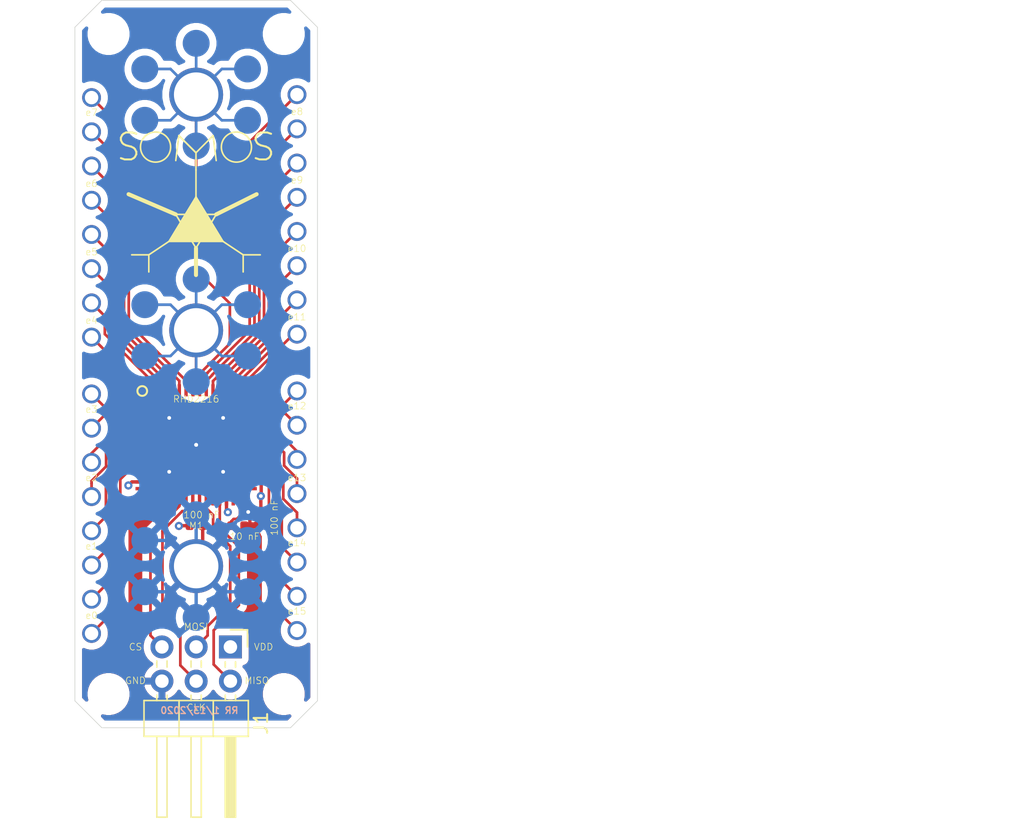
<source format=kicad_pcb>
(kicad_pcb (version 20171130) (host pcbnew 5.1.5-52549c5~84~ubuntu18.04.1)

  (general
    (thickness 1.6)
    (drawings 31)
    (tracks 309)
    (zones 0)
    (modules 17)
    (nets 40)
  )

  (page A4)
  (layers
    (0 F.Cu signal)
    (1 In1.Cu power hide)
    (2 In2.Cu power hide)
    (31 B.Cu signal hide)
    (32 B.Adhes user)
    (33 F.Adhes user)
    (34 B.Paste user)
    (35 F.Paste user)
    (36 B.SilkS user)
    (37 F.SilkS user)
    (38 B.Mask user)
    (39 F.Mask user)
    (40 Dwgs.User user)
    (41 Cmts.User user)
    (42 Eco1.User user)
    (43 Eco2.User user)
    (44 Edge.Cuts user)
    (45 Margin user)
    (46 B.CrtYd user)
    (47 F.CrtYd user)
    (48 B.Fab user)
    (49 F.Fab user)
  )

  (setup
    (last_trace_width 0.2)
    (trace_clearance 0.155)
    (zone_clearance 0.508)
    (zone_45_only no)
    (trace_min 0.2)
    (via_size 0.6)
    (via_drill 0.3)
    (via_min_size 0.4)
    (via_min_drill 0.25)
    (uvia_size 0.3)
    (uvia_drill 0.1)
    (uvias_allowed no)
    (uvia_min_size 0.2)
    (uvia_min_drill 0.1)
    (edge_width 0.05)
    (segment_width 0.2)
    (pcb_text_width 0.3)
    (pcb_text_size 1.5 1.5)
    (mod_edge_width 0.12)
    (mod_text_size 1 1)
    (mod_text_width 0.15)
    (pad_size 1.524 1.524)
    (pad_drill 0.762)
    (pad_to_mask_clearance 0.051)
    (solder_mask_min_width 0.25)
    (aux_axis_origin 0 0)
    (visible_elements FFFFFF7F)
    (pcbplotparams
      (layerselection 0x010ff_ffffffff)
      (usegerberextensions false)
      (usegerberattributes false)
      (usegerberadvancedattributes false)
      (creategerberjobfile false)
      (excludeedgelayer true)
      (linewidth 0.100000)
      (plotframeref false)
      (viasonmask false)
      (mode 1)
      (useauxorigin false)
      (hpglpennumber 1)
      (hpglpenspeed 20)
      (hpglpendiameter 15.000000)
      (psnegative false)
      (psa4output false)
      (plotreference true)
      (plotvalue true)
      (plotinvisibletext false)
      (padsonsilk false)
      (subtractmaskfromsilk false)
      (outputformat 1)
      (mirror false)
      (drillshape 0)
      (scaleselection 1)
      (outputdirectory "fab2/"))
  )

  (net 0 "")
  (net 1 VDD)
  (net 2 GND)
  (net 3 "Net-(C3-Pad1)")
  (net 4 "Net-(J1-Pad2)")
  (net 5 "Net-(J1-Pad3)")
  (net 6 "Net-(J1-Pad4)")
  (net 7 "Net-(J1-Pad5)")
  (net 8 "Net-(J4-Pad1)")
  (net 9 "Net-(J4-Pad2)")
  (net 10 "Net-(J4-Pad3)")
  (net 11 "Net-(J4-Pad4)")
  (net 12 "Net-(J4-Pad5)")
  (net 13 "Net-(J4-Pad6)")
  (net 14 "Net-(J4-Pad7)")
  (net 15 "Net-(J4-Pad8)")
  (net 16 "Net-(J5-Pad8)")
  (net 17 "Net-(J5-Pad7)")
  (net 18 "Net-(J5-Pad6)")
  (net 19 "Net-(J5-Pad5)")
  (net 20 "Net-(J5-Pad4)")
  (net 21 "Net-(J5-Pad3)")
  (net 22 "Net-(J5-Pad2)")
  (net 23 "Net-(J5-Pad1)")
  (net 24 "Net-(J6-Pad1)")
  (net 25 "Net-(J6-Pad2)")
  (net 26 "Net-(J6-Pad3)")
  (net 27 "Net-(J6-Pad4)")
  (net 28 "Net-(J6-Pad5)")
  (net 29 "Net-(J6-Pad6)")
  (net 30 "Net-(J6-Pad7)")
  (net 31 "Net-(J6-Pad8)")
  (net 32 "Net-(J7-Pad8)")
  (net 33 "Net-(J7-Pad7)")
  (net 34 "Net-(J7-Pad6)")
  (net 35 "Net-(J7-Pad5)")
  (net 36 "Net-(J7-Pad4)")
  (net 37 "Net-(J7-Pad3)")
  (net 38 "Net-(J7-Pad2)")
  (net 39 "Net-(J7-Pad1)")

  (net_class Default "This is the default net class."
    (clearance 0.155)
    (trace_width 0.2)
    (via_dia 0.6)
    (via_drill 0.3)
    (uvia_dia 0.3)
    (uvia_drill 0.1)
    (add_net "Net-(C3-Pad1)")
    (add_net "Net-(J1-Pad2)")
    (add_net "Net-(J1-Pad3)")
    (add_net "Net-(J1-Pad4)")
    (add_net "Net-(J1-Pad5)")
    (add_net "Net-(J4-Pad1)")
    (add_net "Net-(J4-Pad2)")
    (add_net "Net-(J4-Pad3)")
    (add_net "Net-(J4-Pad4)")
    (add_net "Net-(J4-Pad5)")
    (add_net "Net-(J4-Pad6)")
    (add_net "Net-(J4-Pad7)")
    (add_net "Net-(J4-Pad8)")
    (add_net "Net-(J5-Pad1)")
    (add_net "Net-(J5-Pad2)")
    (add_net "Net-(J5-Pad3)")
    (add_net "Net-(J5-Pad4)")
    (add_net "Net-(J5-Pad5)")
    (add_net "Net-(J5-Pad6)")
    (add_net "Net-(J5-Pad7)")
    (add_net "Net-(J5-Pad8)")
    (add_net "Net-(J6-Pad1)")
    (add_net "Net-(J6-Pad2)")
    (add_net "Net-(J6-Pad3)")
    (add_net "Net-(J6-Pad4)")
    (add_net "Net-(J6-Pad5)")
    (add_net "Net-(J6-Pad6)")
    (add_net "Net-(J6-Pad7)")
    (add_net "Net-(J6-Pad8)")
    (add_net "Net-(J7-Pad1)")
    (add_net "Net-(J7-Pad2)")
    (add_net "Net-(J7-Pad3)")
    (add_net "Net-(J7-Pad4)")
    (add_net "Net-(J7-Pad5)")
    (add_net "Net-(J7-Pad6)")
    (add_net "Net-(J7-Pad7)")
    (add_net "Net-(J7-Pad8)")
  )

  (net_class POWER ""
    (clearance 0.2)
    (trace_width 0.25)
    (via_dia 0.6)
    (via_drill 0.28)
    (uvia_dia 0.3)
    (uvia_drill 0.1)
    (add_net GND)
    (add_net VDD)
  )

  (module SOMOS:SOMOS_LOGO (layer F.Cu) (tedit 5E1D528F) (tstamp 5E1F534B)
    (at 149.987 92.3925)
    (fp_text reference REF** (at 0 -13.97) (layer F.SilkS) hide
      (effects (font (size 1 1) (thickness 0.15)))
    )
    (fp_text value SOMOS_LOGO (at -8.89 -11.43) (layer F.Fab)
      (effects (font (size 1 1) (thickness 0.15)))
    )
    (fp_line (start 0 2) (end -1.5 -0.5) (layer F.SilkS) (width 0.12))
    (fp_line (start 1.5 -0.5) (end 0 2) (layer F.SilkS) (width 0.12))
    (fp_line (start -1.5 -0.5) (end 1.5 -0.5) (layer F.SilkS) (width 0.12))
    (fp_text user S (at 5 -5.5) (layer F.SilkS)
      (effects (font (size 2 2) (thickness 0.15)))
    )
    (fp_text user S (at -5 -5.5) (layer F.SilkS)
      (effects (font (size 2 2) (thickness 0.15)))
    )
    (fp_circle (center 3 -5.5) (end 4 -6) (layer F.SilkS) (width 0.12))
    (fp_circle (center -3 -5.5) (end -2 -6) (layer F.SilkS) (width 0.12))
    (fp_line (start 1.27 -6.35) (end 1.5 -4.5) (layer F.SilkS) (width 0.12))
    (fp_line (start -1.27 -6.35) (end -1.5 -4.5) (layer F.SilkS) (width 0.12))
    (fp_poly (pts (xy 2 1.5) (xy -2 1.5) (xy 0 -1.796051)) (layer F.SilkS) (width 0.1))
    (fp_line (start 2 1.5) (end 0 -1.796051) (layer F.SilkS) (width 0.12))
    (fp_line (start -2 1.5) (end 2 1.5) (layer F.SilkS) (width 0.12))
    (fp_line (start 0 -1.796051) (end -2 1.5) (layer F.SilkS) (width 0.12))
    (fp_line (start 0 2) (end 0 4) (layer F.SilkS) (width 0.3))
    (fp_line (start -1.5 -0.5) (end -5 -2) (layer F.SilkS) (width 0.3))
    (fp_line (start 1.5 -0.5) (end 4.5 -2) (layer F.SilkS) (width 0.3))
    (fp_line (start -3.5 2.5) (end -3.5 3.77) (layer F.SilkS) (width 0.12))
    (fp_line (start -4.77 2.5) (end -3.5 2.5) (layer F.SilkS) (width 0.12))
    (fp_line (start -2 1.5) (end -3.5 2.5) (layer F.SilkS) (width 0.12))
    (fp_line (start 3.5 2.5) (end 4.77 2.5) (layer F.SilkS) (width 0.12))
    (fp_line (start 3.5 2.5) (end 3.5 3.77) (layer F.SilkS) (width 0.12))
    (fp_line (start 2 1.5) (end 3.5 2.5) (layer F.SilkS) (width 0.12))
    (fp_line (start 0 -5.08) (end 1.27 -6.35) (layer F.SilkS) (width 0.12))
    (fp_line (start -1.27 -6.35) (end 0 -5.08) (layer F.SilkS) (width 0.12))
    (fp_line (start 0 -5.08) (end -1.27 -6.35) (layer F.SilkS) (width 0.12))
    (fp_line (start 0 -3.81) (end 0 -5.08) (layer F.SilkS) (width 0.12))
    (fp_line (start 0 -1.796051) (end 0 -3.81) (layer F.SilkS) (width 0.12))
  )

  (module MountingHole:MountingHole_2.1mm (layer F.Cu) (tedit 5B924765) (tstamp 5E1F3D49)
    (at 156.5 127.5)
    (descr "Mounting Hole 2.1mm, no annular")
    (tags "mounting hole 2.1mm no annular")
    (attr virtual)
    (fp_text reference REF** (at 0 -3.2) (layer F.SilkS) hide
      (effects (font (size 1 1) (thickness 0.15)))
    )
    (fp_text value MountingHole_2.1mm (at 0 3.2) (layer F.Fab)
      (effects (font (size 1 1) (thickness 0.15)))
    )
    (fp_circle (center 0 0) (end 2.35 0) (layer F.CrtYd) (width 0.05))
    (fp_circle (center 0 0) (end 2.1 0) (layer Cmts.User) (width 0.15))
    (fp_text user %R (at 0.3 0) (layer F.Fab)
      (effects (font (size 1 1) (thickness 0.15)))
    )
    (pad "" np_thru_hole circle (at 0 0) (size 2.1 2.1) (drill 2.1) (layers *.Cu *.Mask))
  )

  (module MountingHole:MountingHole_2.1mm (layer F.Cu) (tedit 5B924765) (tstamp 5E1F3D33)
    (at 143.5 127.5)
    (descr "Mounting Hole 2.1mm, no annular")
    (tags "mounting hole 2.1mm no annular")
    (attr virtual)
    (fp_text reference REF** (at 0 -3.2) (layer F.SilkS) hide
      (effects (font (size 1 1) (thickness 0.15)))
    )
    (fp_text value MountingHole_2.1mm (at 0 3.2) (layer F.Fab)
      (effects (font (size 1 1) (thickness 0.15)))
    )
    (fp_circle (center 0 0) (end 2.35 0) (layer F.CrtYd) (width 0.05))
    (fp_circle (center 0 0) (end 2.1 0) (layer Cmts.User) (width 0.15))
    (fp_text user %R (at 0.3 0) (layer F.Fab)
      (effects (font (size 1 1) (thickness 0.15)))
    )
    (pad "" np_thru_hole circle (at 0 0) (size 2.1 2.1) (drill 2.1) (layers *.Cu *.Mask))
  )

  (module MountingHole:MountingHole_2.1mm (layer F.Cu) (tedit 5B924765) (tstamp 5E1F3D1D)
    (at 156.5 78.5)
    (descr "Mounting Hole 2.1mm, no annular")
    (tags "mounting hole 2.1mm no annular")
    (attr virtual)
    (fp_text reference REF** (at 0 -3.2) (layer F.SilkS) hide
      (effects (font (size 1 1) (thickness 0.15)))
    )
    (fp_text value MountingHole_2.1mm (at 0 3.2) (layer F.Fab)
      (effects (font (size 1 1) (thickness 0.15)))
    )
    (fp_circle (center 0 0) (end 2.35 0) (layer F.CrtYd) (width 0.05))
    (fp_circle (center 0 0) (end 2.1 0) (layer Cmts.User) (width 0.15))
    (fp_text user %R (at 0.3 0) (layer F.Fab)
      (effects (font (size 1 1) (thickness 0.15)))
    )
    (pad "" np_thru_hole circle (at 0 0) (size 2.1 2.1) (drill 2.1) (layers *.Cu *.Mask))
  )

  (module MountingHole:MountingHole_2.1mm (layer F.Cu) (tedit 5B924765) (tstamp 5E1F3BE5)
    (at 143.5 78.5)
    (descr "Mounting Hole 2.1mm, no annular")
    (tags "mounting hole 2.1mm no annular")
    (attr virtual)
    (fp_text reference REF** (at 0 -3.2) (layer F.SilkS) hide
      (effects (font (size 1 1) (thickness 0.15)))
    )
    (fp_text value MountingHole_2.1mm (at 0 3.2) (layer F.Fab)
      (effects (font (size 1 1) (thickness 0.15)))
    )
    (fp_circle (center 0 0) (end 2.35 0) (layer F.CrtYd) (width 0.05))
    (fp_circle (center 0 0) (end 2.1 0) (layer Cmts.User) (width 0.15))
    (fp_text user %R (at 0.3 0) (layer F.Fab)
      (effects (font (size 1 1) (thickness 0.15)))
    )
    (pad "" np_thru_hole circle (at 0 0) (size 2.1 2.1) (drill 2.1) (layers *.Cu *.Mask))
  )

  (module SOMOS:SOMOS_ELECTRODE (layer B.Cu) (tedit 5E1D2673) (tstamp 5E1D6818)
    (at 150 118)
    (path /5E2F9D28)
    (fp_text reference U3 (at 0 6.35) (layer B.SilkS) hide
      (effects (font (size 1 1) (thickness 0.15)) (justify mirror))
    )
    (fp_text value ElectrodePad (at 0 5.08) (layer B.Fab)
      (effects (font (size 1 1) (thickness 0.15)) (justify mirror))
    )
    (pad 1 smd circle (at -3.81 -1.905) (size 2 2) (layers B.Cu B.Paste B.Mask)
      (net 2 GND))
    (pad 1 smd circle (at 3.81 -1.905) (size 2 2) (layers B.Cu B.Paste B.Mask)
      (net 2 GND))
    (pad 1 smd circle (at 3.81 1.905) (size 2 2) (layers B.Cu B.Paste B.Mask)
      (net 2 GND))
    (pad 1 smd circle (at -3.81 1.905) (size 2 2) (layers B.Cu B.Paste B.Mask)
      (net 2 GND))
    (pad 1 smd circle (at 0 -3.81) (size 2 2) (layers B.Cu B.Paste B.Mask)
      (net 2 GND))
    (pad 1 smd circle (at 0 3.81) (size 2 2) (layers B.Cu B.Paste B.Mask)
      (net 2 GND))
    (pad 1 thru_hole circle (at 0 0) (size 4 4) (drill 3.3) (layers *.Cu *.Mask)
      (net 2 GND))
  )

  (module SOMOS:PinHeader_1x08_P2.54mm_Vertical (layer F.Cu) (tedit 5E1D3C65) (tstamp 5E1DCA9C)
    (at 142.24 123 180)
    (descr "Through hole straight pin header, 1x08, 2.54mm pitch, single row")
    (tags "Through hole pin header THT 1x08 2.54mm single row")
    (path /5E21673F)
    (fp_text reference J4 (at 0 -2.33) (layer F.SilkS) hide
      (effects (font (size 1 1) (thickness 0.15)))
    )
    (fp_text value Conn_01x08_Female (at -55.88 7.62) (layer F.Fab)
      (effects (font (size 1 1) (thickness 0.15)))
    )
    (fp_line (start -1.27 19.05) (end 1.27 19.05) (layer Dwgs.User) (width 0.1))
    (fp_text user %R (at 0 8.89 90) (layer F.Fab)
      (effects (font (size 1 1) (thickness 0.15)))
    )
    (fp_line (start -1.27 -0.635) (end -0.635 -1.27) (layer F.Fab) (width 0.1))
    (fp_line (start -1.27 19.05) (end -1.27 -0.635) (layer F.Fab) (width 0.1))
    (fp_line (start 1.27 -1.27) (end 1.27 19.05) (layer F.Fab) (width 0.1))
    (fp_line (start -0.635 -1.27) (end 1.27 -1.27) (layer F.Fab) (width 0.1))
    (pad 8 thru_hole circle (at 0 17.78 180) (size 1.4 1.4) (drill 1) (layers *.Cu *.Mask)
      (net 15 "Net-(J4-Pad8)"))
    (pad 7 thru_hole circle (at 0 15.24 180) (size 1.4 1.4) (drill 1) (layers *.Cu *.Mask)
      (net 14 "Net-(J4-Pad7)"))
    (pad 6 thru_hole circle (at 0 12.7 180) (size 1.4 1.4) (drill 1) (layers *.Cu *.Mask)
      (net 13 "Net-(J4-Pad6)"))
    (pad 5 thru_hole circle (at 0 10.16 180) (size 1.4 1.4) (drill 1) (layers *.Cu *.Mask)
      (net 12 "Net-(J4-Pad5)"))
    (pad 4 thru_hole circle (at 0 7.62 180) (size 1.4 1.4) (drill 1) (layers *.Cu *.Mask)
      (net 11 "Net-(J4-Pad4)"))
    (pad 3 thru_hole circle (at 0 5.08 180) (size 1.4 1.4) (drill 1) (layers *.Cu *.Mask)
      (net 10 "Net-(J4-Pad3)"))
    (pad 2 thru_hole circle (at 0 2.54 180) (size 1.4 1.4) (drill 1) (layers *.Cu *.Mask)
      (net 9 "Net-(J4-Pad2)"))
    (pad 1 thru_hole circle (at 0 0 180) (size 1.4 1.4) (drill 1) (layers *.Cu *.Mask)
      (net 8 "Net-(J4-Pad1)"))
  )

  (module Capacitor_SMD:C_0402_1005Metric (layer F.Cu) (tedit 5B301BBE) (tstamp 5E1D6627)
    (at 153.085 115)
    (descr "Capacitor SMD 0402 (1005 Metric), square (rectangular) end terminal, IPC_7351 nominal, (Body size source: http://www.tortai-tech.com/upload/download/2011102023233369053.pdf), generated with kicad-footprint-generator")
    (tags capacitor)
    (path /5E1AFF05)
    (attr smd)
    (fp_text reference C3 (at 0 -1.17) (layer F.SilkS) hide
      (effects (font (size 1 1) (thickness 0.15)))
    )
    (fp_text value "10 nF" (at 0.515 0.8) (layer F.SilkS)
      (effects (font (size 0.5 0.5) (thickness 0.05)))
    )
    (fp_text user %R (at 0 0) (layer F.Fab)
      (effects (font (size 0.25 0.25) (thickness 0.04)))
    )
    (fp_line (start 0.93 0.47) (end -0.93 0.47) (layer F.CrtYd) (width 0.05))
    (fp_line (start 0.93 -0.47) (end 0.93 0.47) (layer F.CrtYd) (width 0.05))
    (fp_line (start -0.93 -0.47) (end 0.93 -0.47) (layer F.CrtYd) (width 0.05))
    (fp_line (start -0.93 0.47) (end -0.93 -0.47) (layer F.CrtYd) (width 0.05))
    (fp_line (start 0.5 0.25) (end -0.5 0.25) (layer F.Fab) (width 0.1))
    (fp_line (start 0.5 -0.25) (end 0.5 0.25) (layer F.Fab) (width 0.1))
    (fp_line (start -0.5 -0.25) (end 0.5 -0.25) (layer F.Fab) (width 0.1))
    (fp_line (start -0.5 0.25) (end -0.5 -0.25) (layer F.Fab) (width 0.1))
    (pad 2 smd roundrect (at 0.485 0) (size 0.59 0.64) (layers F.Cu F.Paste F.Mask) (roundrect_rratio 0.25)
      (net 2 GND))
    (pad 1 smd roundrect (at -0.485 0) (size 0.59 0.64) (layers F.Cu F.Paste F.Mask) (roundrect_rratio 0.25)
      (net 3 "Net-(C3-Pad1)"))
    (model ${KISYS3DMOD}/Capacitor_SMD.3dshapes/C_0402_1005Metric.wrl
      (at (xyz 0 0 0))
      (scale (xyz 1 1 1))
      (rotate (xyz 0 0 0))
    )
  )

  (module SOMOS:SOMOS_ELECTRODE (layer B.Cu) (tedit 5E1D2673) (tstamp 5E1D5B8B)
    (at 150 83)
    (path /5E2F9309)
    (fp_text reference U2 (at 0 6.35) (layer B.SilkS) hide
      (effects (font (size 1 1) (thickness 0.15)) (justify mirror))
    )
    (fp_text value ElectrodePad (at 0 5.08) (layer B.Fab)
      (effects (font (size 1 1) (thickness 0.15)) (justify mirror))
    )
    (pad 1 smd circle (at -3.81 -1.905) (size 2 2) (layers B.Cu B.Paste B.Mask)
      (net 16 "Net-(J5-Pad8)"))
    (pad 1 smd circle (at 3.81 -1.905) (size 2 2) (layers B.Cu B.Paste B.Mask)
      (net 16 "Net-(J5-Pad8)"))
    (pad 1 smd circle (at 3.81 1.905) (size 2 2) (layers B.Cu B.Paste B.Mask)
      (net 16 "Net-(J5-Pad8)"))
    (pad 1 smd circle (at -3.81 1.905) (size 2 2) (layers B.Cu B.Paste B.Mask)
      (net 16 "Net-(J5-Pad8)"))
    (pad 1 smd circle (at 0 -3.81) (size 2 2) (layers B.Cu B.Paste B.Mask)
      (net 16 "Net-(J5-Pad8)"))
    (pad 1 smd circle (at 0 3.81) (size 2 2) (layers B.Cu B.Paste B.Mask)
      (net 16 "Net-(J5-Pad8)"))
    (pad 1 thru_hole circle (at 0 0) (size 4 4) (drill 3.3) (layers *.Cu *.Mask)
      (net 16 "Net-(J5-Pad8)"))
  )

  (module SOMOS:RHD2216_QFN56 (layer F.Cu) (tedit 5E1D1EDE) (tstamp 5E1D3FB9)
    (at 150 109)
    (path /5E1A1FC6)
    (solder_mask_margin 0.1)
    (solder_paste_margin -0.05)
    (clearance 0.1)
    (fp_text reference M1 (at 0 6) (layer F.SilkS)
      (effects (font (size 0.5 0.5) (thickness 0.05)))
    )
    (fp_text value RHD2216 (at 0 -3.4) (layer F.SilkS)
      (effects (font (size 0.5 0.5) (thickness 0.05)))
    )
    (fp_circle (center -4 -4) (end -3.7 -4.2) (layer F.SilkS) (width 0.15))
    (pad 57 smd rect (at 0 0) (size 6 6) (layers F.Cu F.Paste F.Mask)
      (net 2 GND))
    (pad 42 smd rect (at 4.05 -3.25) (size 0.9 0.25) (layers F.Cu F.Paste F.Mask)
      (net 31 "Net-(J6-Pad8)"))
    (pad 41 smd rect (at 4.05 -2.75) (size 0.9 0.25) (layers F.Cu F.Paste F.Mask)
      (net 39 "Net-(J7-Pad1)"))
    (pad 40 smd rect (at 4.05 -2.25) (size 0.9 0.25) (layers F.Cu F.Paste F.Mask)
      (net 38 "Net-(J7-Pad2)"))
    (pad 39 smd rect (at 4.05 -1.75) (size 0.9 0.25) (layers F.Cu F.Paste F.Mask)
      (net 37 "Net-(J7-Pad3)"))
    (pad 38 smd rect (at 4.05 -1.25) (size 0.9 0.25) (layers F.Cu F.Paste F.Mask)
      (net 36 "Net-(J7-Pad4)"))
    (pad 37 smd rect (at 4.05 -0.75) (size 0.9 0.25) (layers F.Cu F.Paste F.Mask)
      (net 35 "Net-(J7-Pad5)"))
    (pad 36 smd rect (at 4.05 -0.25) (size 0.9 0.25) (layers F.Cu F.Paste F.Mask)
      (net 34 "Net-(J7-Pad6)"))
    (pad 35 smd rect (at 4.05 0.25) (size 0.9 0.25) (layers F.Cu F.Paste F.Mask)
      (net 33 "Net-(J7-Pad7)"))
    (pad 34 smd rect (at 4.05 0.75) (size 0.9 0.25) (layers F.Cu F.Paste F.Mask)
      (net 32 "Net-(J7-Pad8)"))
    (pad 33 smd rect (at 4.05 1.25) (size 0.9 0.25) (layers F.Cu F.Paste F.Mask))
    (pad 32 smd rect (at 4.05 1.75) (size 0.9 0.25) (layers F.Cu F.Paste F.Mask)
      (net 2 GND))
    (pad 31 smd rect (at 4.05 2.25) (size 0.9 0.25) (layers F.Cu F.Paste F.Mask)
      (net 1 VDD))
    (pad 30 smd rect (at 4.05 2.75) (size 0.9 0.25) (layers F.Cu F.Paste F.Mask)
      (net 2 GND))
    (pad 29 smd rect (at 4.05 3.25) (size 0.9 0.25) (layers F.Cu F.Paste F.Mask)
      (net 2 GND))
    (pad 14 smd rect (at -4.05 3.25) (size 0.9 0.25) (layers F.Cu F.Paste F.Mask))
    (pad 13 smd rect (at -4.05 2.75) (size 0.9 0.25) (layers F.Cu F.Paste F.Mask)
      (net 1 VDD))
    (pad 12 smd rect (at -4.05 2.25) (size 0.9 0.25) (layers F.Cu F.Paste F.Mask)
      (net 2 GND))
    (pad 11 smd rect (at -4.05 1.75) (size 0.9 0.25) (layers F.Cu F.Paste F.Mask)
      (net 2 GND))
    (pad 10 smd rect (at -4.05 1.25) (size 0.9 0.25) (layers F.Cu F.Paste F.Mask)
      (net 2 GND))
    (pad 9 smd rect (at -4.05 0.75) (size 0.9 0.25) (layers F.Cu F.Paste F.Mask)
      (net 8 "Net-(J4-Pad1)"))
    (pad 8 smd rect (at -4.05 0.25) (size 0.9 0.25) (layers F.Cu F.Paste F.Mask)
      (net 9 "Net-(J4-Pad2)"))
    (pad 7 smd rect (at -4.05 -0.25) (size 0.9 0.25) (layers F.Cu F.Paste F.Mask)
      (net 10 "Net-(J4-Pad3)"))
    (pad 6 smd rect (at -4.05 -0.75) (size 0.9 0.25) (layers F.Cu F.Paste F.Mask)
      (net 11 "Net-(J4-Pad4)"))
    (pad 5 smd rect (at -4.05 -1.25) (size 0.9 0.25) (layers F.Cu F.Paste F.Mask)
      (net 12 "Net-(J4-Pad5)"))
    (pad 4 smd rect (at -4.05 -1.75) (size 0.9 0.25) (layers F.Cu F.Paste F.Mask)
      (net 13 "Net-(J4-Pad6)"))
    (pad 3 smd rect (at -4.05 -2.25) (size 0.9 0.25) (layers F.Cu F.Paste F.Mask)
      (net 14 "Net-(J4-Pad7)"))
    (pad 2 smd rect (at -4.05 -2.75) (size 0.9 0.25) (layers F.Cu F.Paste F.Mask)
      (net 15 "Net-(J4-Pad8)"))
    (pad 1 smd rect (at -4.05 -3.25) (size 0.9 0.25) (layers F.Cu F.Paste F.Mask)
      (net 23 "Net-(J5-Pad1)"))
    (pad 28 smd rect (at 3.25 4.05) (size 0.25 0.9) (layers F.Cu F.Paste F.Mask)
      (net 3 "Net-(C3-Pad1)"))
    (pad 27 smd rect (at 2.75 4.05) (size 0.25 0.9) (layers F.Cu F.Paste F.Mask))
    (pad 26 smd rect (at 2.25 4.05) (size 0.25 0.9) (layers F.Cu F.Paste F.Mask)
      (net 1 VDD))
    (pad 25 smd rect (at 1.75 4.05) (size 0.25 0.9) (layers F.Cu F.Paste F.Mask)
      (net 4 "Net-(J1-Pad2)"))
    (pad 24 smd rect (at 1.25 4.05) (size 0.25 0.9) (layers F.Cu F.Paste F.Mask))
    (pad 23 smd rect (at 0.75 4.05) (size 0.25 0.9) (layers F.Cu F.Paste F.Mask)
      (net 5 "Net-(J1-Pad3)"))
    (pad 22 smd rect (at 0.25 4.05) (size 0.25 0.9) (layers F.Cu F.Paste F.Mask))
    (pad 21 smd rect (at -0.25 4.05) (size 0.25 0.9) (layers F.Cu F.Paste F.Mask)
      (net 6 "Net-(J1-Pad4)"))
    (pad 20 smd rect (at -0.75 4.05) (size 0.25 0.9) (layers F.Cu F.Paste F.Mask))
    (pad 19 smd rect (at -1.25 4.05) (size 0.25 0.9) (layers F.Cu F.Paste F.Mask)
      (net 7 "Net-(J1-Pad5)"))
    (pad 18 smd rect (at -1.75 4.05) (size 0.25 0.9) (layers F.Cu F.Paste F.Mask))
    (pad 17 smd rect (at -2.25 4.05) (size 0.25 0.9) (layers F.Cu F.Paste F.Mask)
      (net 2 GND))
    (pad 16 smd rect (at -2.75 4.05) (size 0.25 0.9) (layers F.Cu F.Paste F.Mask))
    (pad 15 smd rect (at -3.25 4.05) (size 0.25 0.9) (layers F.Cu F.Paste F.Mask))
    (pad 56 smd rect (at -3.25 -4.05) (size 0.25 0.9) (layers F.Cu F.Paste F.Mask)
      (net 22 "Net-(J5-Pad2)"))
    (pad 55 smd rect (at -2.75 -4.05) (size 0.25 0.9) (layers F.Cu F.Paste F.Mask)
      (net 21 "Net-(J5-Pad3)"))
    (pad 54 smd rect (at -2.25 -4.05) (size 0.25 0.9) (layers F.Cu F.Paste F.Mask)
      (net 20 "Net-(J5-Pad4)"))
    (pad 53 smd rect (at -1.75 -4.05) (size 0.25 0.9) (layers F.Cu F.Paste F.Mask)
      (net 19 "Net-(J5-Pad5)"))
    (pad 52 smd rect (at -1.25 -4.05) (size 0.25 0.9) (layers F.Cu F.Paste F.Mask)
      (net 18 "Net-(J5-Pad6)"))
    (pad 51 smd rect (at -0.75 -4.05) (size 0.25 0.9) (layers F.Cu F.Paste F.Mask)
      (net 17 "Net-(J5-Pad7)"))
    (pad 50 smd rect (at -0.25 -4.05) (size 0.25 0.9) (layers F.Cu F.Paste F.Mask)
      (net 16 "Net-(J5-Pad8)"))
    (pad 49 smd rect (at 0.25 -4.05) (size 0.25 0.9) (layers F.Cu F.Paste F.Mask)
      (net 24 "Net-(J6-Pad1)"))
    (pad 48 smd rect (at 0.75 -4.05) (size 0.25 0.9) (layers F.Cu F.Paste F.Mask)
      (net 25 "Net-(J6-Pad2)"))
    (pad 47 smd rect (at 1.25 -4.05) (size 0.25 0.9) (layers F.Cu F.Paste F.Mask)
      (net 26 "Net-(J6-Pad3)"))
    (pad 46 smd rect (at 1.75 -4.05) (size 0.25 0.9) (layers F.Cu F.Paste F.Mask)
      (net 27 "Net-(J6-Pad4)"))
    (pad 45 smd rect (at 2.25 -4.05) (size 0.25 0.9) (layers F.Cu F.Paste F.Mask)
      (net 28 "Net-(J6-Pad5)"))
    (pad 44 smd rect (at 2.75 -4.05) (size 0.25 0.9) (layers F.Cu F.Paste F.Mask)
      (net 29 "Net-(J6-Pad6)"))
    (pad 43 smd rect (at 3.25 -4.05) (size 0.25 0.9) (layers F.Cu F.Paste F.Mask)
      (net 30 "Net-(J6-Pad7)"))
  )

  (module SOMOS:SOMOS_ELECTRODE (layer B.Cu) (tedit 5E1D2673) (tstamp 5E1D2B58)
    (at 150 100.5)
    (path /5E2F9B6A)
    (fp_text reference U1 (at 0 6.35) (layer B.SilkS) hide
      (effects (font (size 1 1) (thickness 0.15)) (justify mirror))
    )
    (fp_text value ElectrodePad (at 0 5.08) (layer B.Fab)
      (effects (font (size 1 1) (thickness 0.15)) (justify mirror))
    )
    (pad 1 smd circle (at -3.81 -1.905) (size 2 2) (layers B.Cu B.Paste B.Mask)
      (net 17 "Net-(J5-Pad7)"))
    (pad 1 smd circle (at 3.81 -1.905) (size 2 2) (layers B.Cu B.Paste B.Mask)
      (net 17 "Net-(J5-Pad7)"))
    (pad 1 smd circle (at 3.81 1.905) (size 2 2) (layers B.Cu B.Paste B.Mask)
      (net 17 "Net-(J5-Pad7)"))
    (pad 1 smd circle (at -3.81 1.905) (size 2 2) (layers B.Cu B.Paste B.Mask)
      (net 17 "Net-(J5-Pad7)"))
    (pad 1 smd circle (at 0 -3.81) (size 2 2) (layers B.Cu B.Paste B.Mask)
      (net 17 "Net-(J5-Pad7)"))
    (pad 1 smd circle (at 0 3.81) (size 2 2) (layers B.Cu B.Paste B.Mask)
      (net 17 "Net-(J5-Pad7)"))
    (pad 1 thru_hole circle (at 0 0) (size 4 4) (drill 3.3) (layers *.Cu *.Mask)
      (net 17 "Net-(J5-Pad7)"))
  )

  (module Capacitor_SMD:C_0402_1005Metric (layer F.Cu) (tedit 5B301BBE) (tstamp 5E1D660B)
    (at 150 115)
    (descr "Capacitor SMD 0402 (1005 Metric), square (rectangular) end terminal, IPC_7351 nominal, (Body size source: http://www.tortai-tech.com/upload/download/2011102023233369053.pdf), generated with kicad-footprint-generator")
    (tags capacitor)
    (path /5E1A5612)
    (attr smd)
    (fp_text reference C1 (at 0 -1.17) (layer F.SilkS) hide
      (effects (font (size 1 1) (thickness 0.15)))
    )
    (fp_text value "100 nF" (at 0.4 -0.8) (layer F.SilkS)
      (effects (font (size 0.5 0.5) (thickness 0.05)))
    )
    (fp_text user %R (at 0 0) (layer F.Fab)
      (effects (font (size 0.25 0.25) (thickness 0.04)))
    )
    (fp_line (start 0.93 0.47) (end -0.93 0.47) (layer F.CrtYd) (width 0.05))
    (fp_line (start 0.93 -0.47) (end 0.93 0.47) (layer F.CrtYd) (width 0.05))
    (fp_line (start -0.93 -0.47) (end 0.93 -0.47) (layer F.CrtYd) (width 0.05))
    (fp_line (start -0.93 0.47) (end -0.93 -0.47) (layer F.CrtYd) (width 0.05))
    (fp_line (start 0.5 0.25) (end -0.5 0.25) (layer F.Fab) (width 0.1))
    (fp_line (start 0.5 -0.25) (end 0.5 0.25) (layer F.Fab) (width 0.1))
    (fp_line (start -0.5 -0.25) (end 0.5 -0.25) (layer F.Fab) (width 0.1))
    (fp_line (start -0.5 0.25) (end -0.5 -0.25) (layer F.Fab) (width 0.1))
    (pad 2 smd roundrect (at 0.485 0) (size 0.59 0.64) (layers F.Cu F.Paste F.Mask) (roundrect_rratio 0.25)
      (net 2 GND))
    (pad 1 smd roundrect (at -0.485 0) (size 0.59 0.64) (layers F.Cu F.Paste F.Mask) (roundrect_rratio 0.25)
      (net 1 VDD))
    (model ${KISYS3DMOD}/Capacitor_SMD.3dshapes/C_0402_1005Metric.wrl
      (at (xyz 0 0 0))
      (scale (xyz 1 1 1))
      (rotate (xyz 0 0 0))
    )
  )

  (module Capacitor_SMD:C_0402_1005Metric (layer F.Cu) (tedit 5B301BBE) (tstamp 5E1D6619)
    (at 154.8 114.4 90)
    (descr "Capacitor SMD 0402 (1005 Metric), square (rectangular) end terminal, IPC_7351 nominal, (Body size source: http://www.tortai-tech.com/upload/download/2011102023233369053.pdf), generated with kicad-footprint-generator")
    (tags capacitor)
    (path /5E1AF191)
    (attr smd)
    (fp_text reference C2 (at 0 -1.17 90) (layer F.SilkS) hide
      (effects (font (size 1 1) (thickness 0.15)))
    )
    (fp_text value "100 nF" (at 0 1 90) (layer F.SilkS)
      (effects (font (size 0.5 0.5) (thickness 0.05)))
    )
    (fp_text user %R (at 0 0 90) (layer F.Fab)
      (effects (font (size 0.25 0.25) (thickness 0.04)))
    )
    (fp_line (start 0.93 0.47) (end -0.93 0.47) (layer F.CrtYd) (width 0.05))
    (fp_line (start 0.93 -0.47) (end 0.93 0.47) (layer F.CrtYd) (width 0.05))
    (fp_line (start -0.93 -0.47) (end 0.93 -0.47) (layer F.CrtYd) (width 0.05))
    (fp_line (start -0.93 0.47) (end -0.93 -0.47) (layer F.CrtYd) (width 0.05))
    (fp_line (start 0.5 0.25) (end -0.5 0.25) (layer F.Fab) (width 0.1))
    (fp_line (start 0.5 -0.25) (end 0.5 0.25) (layer F.Fab) (width 0.1))
    (fp_line (start -0.5 -0.25) (end 0.5 -0.25) (layer F.Fab) (width 0.1))
    (fp_line (start -0.5 0.25) (end -0.5 -0.25) (layer F.Fab) (width 0.1))
    (pad 2 smd roundrect (at 0.485 0 90) (size 0.59 0.64) (layers F.Cu F.Paste F.Mask) (roundrect_rratio 0.25)
      (net 1 VDD))
    (pad 1 smd roundrect (at -0.485 0 90) (size 0.59 0.64) (layers F.Cu F.Paste F.Mask) (roundrect_rratio 0.25)
      (net 2 GND))
    (model ${KISYS3DMOD}/Capacitor_SMD.3dshapes/C_0402_1005Metric.wrl
      (at (xyz 0 0 0))
      (scale (xyz 1 1 1))
      (rotate (xyz 0 0 0))
    )
  )

  (module Connector_PinHeader_2.54mm:PinHeader_2x03_P2.54mm_Horizontal (layer F.Cu) (tedit 59FED5CB) (tstamp 5E1D7124)
    (at 152.54 124 270)
    (descr "Through hole angled pin header, 2x03, 2.54mm pitch, 6mm pin length, double rows")
    (tags "Through hole angled pin header THT 2x03 2.54mm double row")
    (path /5E1BE71B)
    (fp_text reference J1 (at 5.655 -2.27 90) (layer F.SilkS)
      (effects (font (size 1 1) (thickness 0.15)))
    )
    (fp_text value Conn_01x06_Female (at 5.655 7.35 90) (layer F.Fab)
      (effects (font (size 1 1) (thickness 0.15)))
    )
    (fp_text user %R (at 5.31 2.54) (layer F.Fab)
      (effects (font (size 1 1) (thickness 0.15)))
    )
    (fp_line (start 13.1 -1.8) (end -1.8 -1.8) (layer F.CrtYd) (width 0.05))
    (fp_line (start 13.1 6.85) (end 13.1 -1.8) (layer F.CrtYd) (width 0.05))
    (fp_line (start -1.8 6.85) (end 13.1 6.85) (layer F.CrtYd) (width 0.05))
    (fp_line (start -1.8 -1.8) (end -1.8 6.85) (layer F.CrtYd) (width 0.05))
    (fp_line (start -1.27 -1.27) (end 0 -1.27) (layer F.SilkS) (width 0.12))
    (fp_line (start -1.27 0) (end -1.27 -1.27) (layer F.SilkS) (width 0.12))
    (fp_line (start 1.042929 5.46) (end 1.497071 5.46) (layer F.SilkS) (width 0.12))
    (fp_line (start 1.042929 4.7) (end 1.497071 4.7) (layer F.SilkS) (width 0.12))
    (fp_line (start 3.582929 5.46) (end 3.98 5.46) (layer F.SilkS) (width 0.12))
    (fp_line (start 3.582929 4.7) (end 3.98 4.7) (layer F.SilkS) (width 0.12))
    (fp_line (start 12.64 5.46) (end 6.64 5.46) (layer F.SilkS) (width 0.12))
    (fp_line (start 12.64 4.7) (end 12.64 5.46) (layer F.SilkS) (width 0.12))
    (fp_line (start 6.64 4.7) (end 12.64 4.7) (layer F.SilkS) (width 0.12))
    (fp_line (start 3.98 3.81) (end 6.64 3.81) (layer F.SilkS) (width 0.12))
    (fp_line (start 1.042929 2.92) (end 1.497071 2.92) (layer F.SilkS) (width 0.12))
    (fp_line (start 1.042929 2.16) (end 1.497071 2.16) (layer F.SilkS) (width 0.12))
    (fp_line (start 3.582929 2.92) (end 3.98 2.92) (layer F.SilkS) (width 0.12))
    (fp_line (start 3.582929 2.16) (end 3.98 2.16) (layer F.SilkS) (width 0.12))
    (fp_line (start 12.64 2.92) (end 6.64 2.92) (layer F.SilkS) (width 0.12))
    (fp_line (start 12.64 2.16) (end 12.64 2.92) (layer F.SilkS) (width 0.12))
    (fp_line (start 6.64 2.16) (end 12.64 2.16) (layer F.SilkS) (width 0.12))
    (fp_line (start 3.98 1.27) (end 6.64 1.27) (layer F.SilkS) (width 0.12))
    (fp_line (start 1.11 0.38) (end 1.497071 0.38) (layer F.SilkS) (width 0.12))
    (fp_line (start 1.11 -0.38) (end 1.497071 -0.38) (layer F.SilkS) (width 0.12))
    (fp_line (start 3.582929 0.38) (end 3.98 0.38) (layer F.SilkS) (width 0.12))
    (fp_line (start 3.582929 -0.38) (end 3.98 -0.38) (layer F.SilkS) (width 0.12))
    (fp_line (start 6.64 0.28) (end 12.64 0.28) (layer F.SilkS) (width 0.12))
    (fp_line (start 6.64 0.16) (end 12.64 0.16) (layer F.SilkS) (width 0.12))
    (fp_line (start 6.64 0.04) (end 12.64 0.04) (layer F.SilkS) (width 0.12))
    (fp_line (start 6.64 -0.08) (end 12.64 -0.08) (layer F.SilkS) (width 0.12))
    (fp_line (start 6.64 -0.2) (end 12.64 -0.2) (layer F.SilkS) (width 0.12))
    (fp_line (start 6.64 -0.32) (end 12.64 -0.32) (layer F.SilkS) (width 0.12))
    (fp_line (start 12.64 0.38) (end 6.64 0.38) (layer F.SilkS) (width 0.12))
    (fp_line (start 12.64 -0.38) (end 12.64 0.38) (layer F.SilkS) (width 0.12))
    (fp_line (start 6.64 -0.38) (end 12.64 -0.38) (layer F.SilkS) (width 0.12))
    (fp_line (start 6.64 -1.33) (end 3.98 -1.33) (layer F.SilkS) (width 0.12))
    (fp_line (start 6.64 6.41) (end 6.64 -1.33) (layer F.SilkS) (width 0.12))
    (fp_line (start 3.98 6.41) (end 6.64 6.41) (layer F.SilkS) (width 0.12))
    (fp_line (start 3.98 -1.33) (end 3.98 6.41) (layer F.SilkS) (width 0.12))
    (fp_line (start 6.58 5.4) (end 12.58 5.4) (layer F.Fab) (width 0.1))
    (fp_line (start 12.58 4.76) (end 12.58 5.4) (layer F.Fab) (width 0.1))
    (fp_line (start 6.58 4.76) (end 12.58 4.76) (layer F.Fab) (width 0.1))
    (fp_line (start -0.32 5.4) (end 4.04 5.4) (layer F.Fab) (width 0.1))
    (fp_line (start -0.32 4.76) (end -0.32 5.4) (layer F.Fab) (width 0.1))
    (fp_line (start -0.32 4.76) (end 4.04 4.76) (layer F.Fab) (width 0.1))
    (fp_line (start 6.58 2.86) (end 12.58 2.86) (layer F.Fab) (width 0.1))
    (fp_line (start 12.58 2.22) (end 12.58 2.86) (layer F.Fab) (width 0.1))
    (fp_line (start 6.58 2.22) (end 12.58 2.22) (layer F.Fab) (width 0.1))
    (fp_line (start -0.32 2.86) (end 4.04 2.86) (layer F.Fab) (width 0.1))
    (fp_line (start -0.32 2.22) (end -0.32 2.86) (layer F.Fab) (width 0.1))
    (fp_line (start -0.32 2.22) (end 4.04 2.22) (layer F.Fab) (width 0.1))
    (fp_line (start 6.58 0.32) (end 12.58 0.32) (layer F.Fab) (width 0.1))
    (fp_line (start 12.58 -0.32) (end 12.58 0.32) (layer F.Fab) (width 0.1))
    (fp_line (start 6.58 -0.32) (end 12.58 -0.32) (layer F.Fab) (width 0.1))
    (fp_line (start -0.32 0.32) (end 4.04 0.32) (layer F.Fab) (width 0.1))
    (fp_line (start -0.32 -0.32) (end -0.32 0.32) (layer F.Fab) (width 0.1))
    (fp_line (start -0.32 -0.32) (end 4.04 -0.32) (layer F.Fab) (width 0.1))
    (fp_line (start 4.04 -0.635) (end 4.675 -1.27) (layer F.Fab) (width 0.1))
    (fp_line (start 4.04 6.35) (end 4.04 -0.635) (layer F.Fab) (width 0.1))
    (fp_line (start 6.58 6.35) (end 4.04 6.35) (layer F.Fab) (width 0.1))
    (fp_line (start 6.58 -1.27) (end 6.58 6.35) (layer F.Fab) (width 0.1))
    (fp_line (start 4.675 -1.27) (end 6.58 -1.27) (layer F.Fab) (width 0.1))
    (pad 6 thru_hole oval (at 2.54 5.08 270) (size 1.7 1.7) (drill 1) (layers *.Cu *.Mask)
      (net 2 GND))
    (pad 5 thru_hole oval (at 0 5.08 270) (size 1.7 1.7) (drill 1) (layers *.Cu *.Mask)
      (net 7 "Net-(J1-Pad5)"))
    (pad 4 thru_hole oval (at 2.54 2.54 270) (size 1.7 1.7) (drill 1) (layers *.Cu *.Mask)
      (net 6 "Net-(J1-Pad4)"))
    (pad 3 thru_hole oval (at 0 2.54 270) (size 1.7 1.7) (drill 1) (layers *.Cu *.Mask)
      (net 5 "Net-(J1-Pad3)"))
    (pad 2 thru_hole oval (at 2.54 0 270) (size 1.7 1.7) (drill 1) (layers *.Cu *.Mask)
      (net 4 "Net-(J1-Pad2)"))
    (pad 1 thru_hole rect (at 0 0 270) (size 1.7 1.7) (drill 1) (layers *.Cu *.Mask)
      (net 1 VDD))
    (model ${KISYS3DMOD}/Connector_PinHeader_2.54mm.3dshapes/PinHeader_2x03_P2.54mm_Horizontal.wrl
      (at (xyz 0 0 0))
      (scale (xyz 1 1 1))
      (rotate (xyz 0 0 0))
    )
  )

  (module SOMOS:PinHeader_1x08_P2.54mm_Vertical (layer F.Cu) (tedit 5E1D3C65) (tstamp 5E1DCAB7)
    (at 142.24 101 180)
    (descr "Through hole straight pin header, 1x08, 2.54mm pitch, single row")
    (tags "Through hole pin header THT 1x08 2.54mm single row")
    (path /5E2453F8)
    (fp_text reference J5 (at 0 -2.33) (layer F.SilkS) hide
      (effects (font (size 1 1) (thickness 0.15)))
    )
    (fp_text value Conn_01x08_Female (at -61.468 7.62) (layer F.Fab)
      (effects (font (size 1 1) (thickness 0.15)))
    )
    (fp_line (start -1.27 19.05) (end 1.27 19.05) (layer Dwgs.User) (width 0.1))
    (fp_text user %R (at 0 8.89 90) (layer F.Fab)
      (effects (font (size 1 1) (thickness 0.15)))
    )
    (fp_line (start -1.27 -0.635) (end -0.635 -1.27) (layer F.Fab) (width 0.1))
    (fp_line (start -1.27 19.05) (end -1.27 -0.635) (layer F.Fab) (width 0.1))
    (fp_line (start 1.27 -1.27) (end 1.27 19.05) (layer F.Fab) (width 0.1))
    (fp_line (start -0.635 -1.27) (end 1.27 -1.27) (layer F.Fab) (width 0.1))
    (pad 8 thru_hole circle (at 0 17.78 180) (size 1.4 1.4) (drill 1) (layers *.Cu *.Mask)
      (net 16 "Net-(J5-Pad8)"))
    (pad 7 thru_hole circle (at 0 15.24 180) (size 1.4 1.4) (drill 1) (layers *.Cu *.Mask)
      (net 17 "Net-(J5-Pad7)"))
    (pad 6 thru_hole circle (at 0 12.7 180) (size 1.4 1.4) (drill 1) (layers *.Cu *.Mask)
      (net 18 "Net-(J5-Pad6)"))
    (pad 5 thru_hole circle (at 0 10.16 180) (size 1.4 1.4) (drill 1) (layers *.Cu *.Mask)
      (net 19 "Net-(J5-Pad5)"))
    (pad 4 thru_hole circle (at 0 7.62 180) (size 1.4 1.4) (drill 1) (layers *.Cu *.Mask)
      (net 20 "Net-(J5-Pad4)"))
    (pad 3 thru_hole circle (at 0 5.08 180) (size 1.4 1.4) (drill 1) (layers *.Cu *.Mask)
      (net 21 "Net-(J5-Pad3)"))
    (pad 2 thru_hole circle (at 0 2.54 180) (size 1.4 1.4) (drill 1) (layers *.Cu *.Mask)
      (net 22 "Net-(J5-Pad2)"))
    (pad 1 thru_hole circle (at 0 0 180) (size 1.4 1.4) (drill 1) (layers *.Cu *.Mask)
      (net 23 "Net-(J5-Pad1)"))
  )

  (module SOMOS:PinHeader_1x08_P2.54mm_Vertical (layer F.Cu) (tedit 5E1D3C65) (tstamp 5E1DCAD2)
    (at 157.48 83)
    (descr "Through hole straight pin header, 1x08, 2.54mm pitch, single row")
    (tags "Through hole pin header THT 1x08 2.54mm single row")
    (path /5E25E5FA)
    (fp_text reference J6 (at 0 -2.33) (layer F.SilkS) hide
      (effects (font (size 1 1) (thickness 0.15)))
    )
    (fp_text value Conn_01x08_Female (at 38.374 19.93) (layer F.Fab)
      (effects (font (size 1 1) (thickness 0.15)))
    )
    (fp_line (start -1.27 19.05) (end 1.27 19.05) (layer Dwgs.User) (width 0.1))
    (fp_text user %R (at 0 8.89 90) (layer F.Fab)
      (effects (font (size 1 1) (thickness 0.15)))
    )
    (fp_line (start -1.27 -0.635) (end -0.635 -1.27) (layer F.Fab) (width 0.1))
    (fp_line (start -1.27 19.05) (end -1.27 -0.635) (layer F.Fab) (width 0.1))
    (fp_line (start 1.27 -1.27) (end 1.27 19.05) (layer F.Fab) (width 0.1))
    (fp_line (start -0.635 -1.27) (end 1.27 -1.27) (layer F.Fab) (width 0.1))
    (pad 8 thru_hole circle (at 0 17.78) (size 1.4 1.4) (drill 1) (layers *.Cu *.Mask)
      (net 31 "Net-(J6-Pad8)"))
    (pad 7 thru_hole circle (at 0 15.24) (size 1.4 1.4) (drill 1) (layers *.Cu *.Mask)
      (net 30 "Net-(J6-Pad7)"))
    (pad 6 thru_hole circle (at 0 12.7) (size 1.4 1.4) (drill 1) (layers *.Cu *.Mask)
      (net 29 "Net-(J6-Pad6)"))
    (pad 5 thru_hole circle (at 0 10.16) (size 1.4 1.4) (drill 1) (layers *.Cu *.Mask)
      (net 28 "Net-(J6-Pad5)"))
    (pad 4 thru_hole circle (at 0 7.62) (size 1.4 1.4) (drill 1) (layers *.Cu *.Mask)
      (net 27 "Net-(J6-Pad4)"))
    (pad 3 thru_hole circle (at 0 5.08) (size 1.4 1.4) (drill 1) (layers *.Cu *.Mask)
      (net 26 "Net-(J6-Pad3)"))
    (pad 2 thru_hole circle (at 0 2.54) (size 1.4 1.4) (drill 1) (layers *.Cu *.Mask)
      (net 25 "Net-(J6-Pad2)"))
    (pad 1 thru_hole circle (at 0 0) (size 1.4 1.4) (drill 1) (layers *.Cu *.Mask)
      (net 24 "Net-(J6-Pad1)"))
  )

  (module SOMOS:PinHeader_1x08_P2.54mm_Vertical (layer F.Cu) (tedit 5E1D3C65) (tstamp 5E1DCAED)
    (at 157.48 105)
    (descr "Through hole straight pin header, 1x08, 2.54mm pitch, single row")
    (tags "Through hole pin header THT 1x08 2.54mm single row")
    (path /5E26DDC2)
    (fp_text reference J7 (at 0 -2.33) (layer F.SilkS) hide
      (effects (font (size 1 1) (thickness 0.15)))
    )
    (fp_text value Conn_01x08_Female (at 38.1 15.24) (layer F.Fab)
      (effects (font (size 1 1) (thickness 0.15)))
    )
    (fp_line (start -1.27 19.05) (end 1.27 19.05) (layer Dwgs.User) (width 0.1))
    (fp_text user %R (at 0 8.89 90) (layer F.Fab)
      (effects (font (size 1 1) (thickness 0.15)))
    )
    (fp_line (start -1.27 -0.635) (end -0.635 -1.27) (layer F.Fab) (width 0.1))
    (fp_line (start -1.27 19.05) (end -1.27 -0.635) (layer F.Fab) (width 0.1))
    (fp_line (start 1.27 -1.27) (end 1.27 19.05) (layer F.Fab) (width 0.1))
    (fp_line (start -0.635 -1.27) (end 1.27 -1.27) (layer F.Fab) (width 0.1))
    (pad 8 thru_hole circle (at 0 17.78) (size 1.4 1.4) (drill 1) (layers *.Cu *.Mask)
      (net 32 "Net-(J7-Pad8)"))
    (pad 7 thru_hole circle (at 0 15.24) (size 1.4 1.4) (drill 1) (layers *.Cu *.Mask)
      (net 33 "Net-(J7-Pad7)"))
    (pad 6 thru_hole circle (at 0 12.7) (size 1.4 1.4) (drill 1) (layers *.Cu *.Mask)
      (net 34 "Net-(J7-Pad6)"))
    (pad 5 thru_hole circle (at 0 10.16) (size 1.4 1.4) (drill 1) (layers *.Cu *.Mask)
      (net 35 "Net-(J7-Pad5)"))
    (pad 4 thru_hole circle (at 0 7.62) (size 1.4 1.4) (drill 1) (layers *.Cu *.Mask)
      (net 36 "Net-(J7-Pad4)"))
    (pad 3 thru_hole circle (at 0 5.08) (size 1.4 1.4) (drill 1) (layers *.Cu *.Mask)
      (net 37 "Net-(J7-Pad3)"))
    (pad 2 thru_hole circle (at 0 2.54) (size 1.4 1.4) (drill 1) (layers *.Cu *.Mask)
      (net 38 "Net-(J7-Pad2)"))
    (pad 1 thru_hole circle (at 0 0) (size 1.4 1.4) (drill 1) (layers *.Cu *.Mask)
      (net 39 "Net-(J7-Pad1)"))
  )

  (gr_text "RR 1/13/2020" (at 150.241 128.7145) (layer B.SilkS)
    (effects (font (size 0.5 0.5) (thickness 0.1)) (justify mirror))
  )
  (gr_text e15 (at 157.48 121.348) (layer F.SilkS) (tstamp 5E1F4148)
    (effects (font (size 0.5 0.5) (thickness 0.05)))
  )
  (gr_text e14 (at 157.48 116.268) (layer F.SilkS) (tstamp 5E1F4148)
    (effects (font (size 0.5 0.5) (thickness 0.05)))
  )
  (gr_text e13 (at 157.48 111.442) (layer F.SilkS) (tstamp 5E1F4148)
    (effects (font (size 0.5 0.5) (thickness 0.05)))
  )
  (gr_text e12 (at 157.48 106.108) (layer F.SilkS) (tstamp 5E1F4148)
    (effects (font (size 0.5 0.5) (thickness 0.05)))
  )
  (gr_text e11 (at 157.48 99.504) (layer F.SilkS) (tstamp 5E1F4148)
    (effects (font (size 0.5 0.5) (thickness 0.05)))
  )
  (gr_text e10 (at 157.48 94.424) (layer F.SilkS) (tstamp 5E1F4148)
    (effects (font (size 0.5 0.5) (thickness 0.05)))
  )
  (gr_text e9 (at 157.48 89.344) (layer F.SilkS) (tstamp 5E1F4148)
    (effects (font (size 0.5 0.5) (thickness 0.05)))
  )
  (gr_text e8 (at 157.48 84.264) (layer F.SilkS) (tstamp 5E1F4148)
    (effects (font (size 0.5 0.5) (thickness 0.05)))
  )
  (gr_text e7 (at 142.24 84.328) (layer F.SilkS) (tstamp 5E1F4148)
    (effects (font (size 0.5 0.5) (thickness 0.05)))
  )
  (gr_text e6 (at 142.24 89.598) (layer F.SilkS) (tstamp 5E1F4148)
    (effects (font (size 0.5 0.5) (thickness 0.05)))
  )
  (gr_text e5 (at 142.24 94.678) (layer F.SilkS) (tstamp 5E1F4148)
    (effects (font (size 0.5 0.5) (thickness 0.05)))
  )
  (gr_text e4 (at 142.24 99.758) (layer F.SilkS) (tstamp 5E1F4148)
    (effects (font (size 0.5 0.5) (thickness 0.05)))
  )
  (gr_text e3 (at 142.24 106.362) (layer F.SilkS) (tstamp 5E1F4148)
    (effects (font (size 0.5 0.5) (thickness 0.05)))
  )
  (gr_text e2 (at 142.24 111.442) (layer F.SilkS) (tstamp 5E1F4148)
    (effects (font (size 0.5 0.5) (thickness 0.05)))
  )
  (gr_text e1 (at 142.24 116.522) (layer F.SilkS) (tstamp 5E1F4148)
    (effects (font (size 0.5 0.5) (thickness 0.05)))
  )
  (gr_text e0 (at 142.24 121.666) (layer F.SilkS) (tstamp 5E1F3FB7)
    (effects (font (size 0.5 0.5) (thickness 0.05)))
  )
  (gr_text CS (at 145.5 124) (layer F.SilkS) (tstamp 5E1F3FB7)
    (effects (font (size 0.5 0.5) (thickness 0.05)))
  )
  (gr_text CLK (at 150 128.5) (layer F.SilkS) (tstamp 5E1F3FB7)
    (effects (font (size 0.5 0.5) (thickness 0.05)))
  )
  (gr_text MOSI (at 150 122.5) (layer F.SilkS) (tstamp 5E1F3FB7)
    (effects (font (size 0.5 0.5) (thickness 0.05)))
  )
  (gr_text MISO (at 154.5 126.5) (layer F.SilkS) (tstamp 5E1F3FB7)
    (effects (font (size 0.5 0.5) (thickness 0.05)))
  )
  (gr_text GND (at 145.5 126.5) (layer F.SilkS) (tstamp 5E1F3FB7)
    (effects (font (size 0.5 0.5) (thickness 0.05)))
  )
  (gr_text VDD (at 155 124) (layer F.SilkS)
    (effects (font (size 0.5 0.5) (thickness 0.05)))
  )
  (gr_line (start 141 128) (end 143 130) (layer Edge.Cuts) (width 0.05) (tstamp 5E1DCCFC))
  (gr_line (start 141 78) (end 141 128) (layer Edge.Cuts) (width 0.05))
  (gr_line (start 143 76) (end 141 78) (layer Edge.Cuts) (width 0.05))
  (gr_line (start 157 76) (end 143 76) (layer Edge.Cuts) (width 0.05))
  (gr_line (start 159 78) (end 157 76) (layer Edge.Cuts) (width 0.05))
  (gr_line (start 159 128) (end 159 78) (layer Edge.Cuts) (width 0.05))
  (gr_line (start 157 130) (end 159 128) (layer Edge.Cuts) (width 0.05))
  (gr_line (start 143 130) (end 157 130) (layer Edge.Cuts) (width 0.05))

  (segment (start 152.25 112.95) (end 152.299999 112.900001) (width 0.25) (layer F.Cu) (net 1))
  (segment (start 152.25 113.05) (end 152.25 112.95) (width 0.25) (layer F.Cu) (net 1))
  (via (at 152.35 114) (size 0.6) (drill 0.28) (layers F.Cu B.Cu) (net 1))
  (segment (start 152.25 113.05) (end 152.25 113.9) (width 0.25) (layer F.Cu) (net 1))
  (segment (start 152.25 113.9) (end 152.35 114) (width 0.25) (layer F.Cu) (net 1))
  (via (at 144.9705 112.014) (size 0.6) (drill 0.28) (layers F.Cu B.Cu) (net 1))
  (segment (start 145.95 111.75) (end 145.2345 111.75) (width 0.25) (layer F.Cu) (net 1))
  (segment (start 145.2345 111.75) (end 144.9705 112.014) (width 0.25) (layer F.Cu) (net 1))
  (via (at 148.718351 115.020192) (size 0.6) (drill 0.28) (layers F.Cu B.Cu) (net 1))
  (segment (start 149.515 115) (end 148.738543 115) (width 0.25) (layer F.Cu) (net 1))
  (segment (start 148.738543 115) (end 148.718351 115.020192) (width 0.25) (layer F.Cu) (net 1))
  (via (at 154.798957 112.8) (size 0.6) (drill 0.28) (layers F.Cu B.Cu) (net 1))
  (segment (start 154.798957 114.113957) (end 154.798957 113.224264) (width 0.25) (layer F.Cu) (net 1))
  (segment (start 154.798957 113.224264) (end 154.798957 112.8) (width 0.25) (layer F.Cu) (net 1))
  (segment (start 154.8 114.115) (end 154.798957 114.113957) (width 0.25) (layer F.Cu) (net 1))
  (segment (start 154.05 111.25) (end 154.627296 111.25) (width 0.25) (layer F.Cu) (net 1))
  (segment (start 154.825001 111.447705) (end 154.825001 112.773956) (width 0.25) (layer F.Cu) (net 1))
  (segment (start 154.825001 112.773956) (end 154.798957 112.8) (width 0.25) (layer F.Cu) (net 1))
  (segment (start 154.627296 111.25) (end 154.825001 111.447705) (width 0.25) (layer F.Cu) (net 1))
  (segment (start 154.05 111.75) (end 154.05 112.25) (width 0.25) (layer F.Cu) (net 2) (status 30))
  (segment (start 148.095 116.095) (end 150 118) (width 0.25) (layer B.Cu) (net 2))
  (segment (start 146.19 116.095) (end 148.095 116.095) (width 0.25) (layer B.Cu) (net 2))
  (segment (start 148.095 119.905) (end 150 118) (width 0.25) (layer B.Cu) (net 2))
  (segment (start 146.19 119.905) (end 148.095 119.905) (width 0.25) (layer B.Cu) (net 2))
  (segment (start 150 121.81) (end 150 118) (width 0.25) (layer B.Cu) (net 2))
  (segment (start 150 114.19) (end 150 118) (width 0.25) (layer B.Cu) (net 2))
  (segment (start 151.905 116.095) (end 150 118) (width 0.25) (layer B.Cu) (net 2))
  (segment (start 153.81 116.095) (end 151.905 116.095) (width 0.25) (layer B.Cu) (net 2))
  (segment (start 151.905 119.905) (end 150 118) (width 0.25) (layer B.Cu) (net 2))
  (segment (start 153.81 119.905) (end 151.905 119.905) (width 0.25) (layer B.Cu) (net 2))
  (segment (start 150.485 117.515) (end 150.485 115) (width 0.25) (layer F.Cu) (net 2))
  (segment (start 150 118) (end 150.485 117.515) (width 0.25) (layer F.Cu) (net 2))
  (via (at 150 109) (size 0.6) (drill 0.28) (layers F.Cu B.Cu) (net 2))
  (via (at 148 107) (size 0.6) (drill 0.28) (layers F.Cu B.Cu) (net 2))
  (segment (start 148 107) (end 150 109) (width 0.25) (layer In1.Cu) (net 2))
  (via (at 150 109) (size 0.6) (drill 0.28) (layers F.Cu B.Cu) (net 2))
  (via (at 152 107) (size 0.6) (drill 0.28) (layers F.Cu B.Cu) (net 2))
  (segment (start 150 109) (end 152 107) (width 0.25) (layer F.Cu) (net 2))
  (via (at 152 111) (size 0.6) (drill 0.28) (layers F.Cu B.Cu) (net 2))
  (segment (start 150 109) (end 152 111) (width 0.25) (layer F.Cu) (net 2))
  (via (at 148 111) (size 0.6) (drill 0.28) (layers F.Cu B.Cu) (net 2))
  (segment (start 150 109) (end 148 111) (width 0.25) (layer F.Cu) (net 2))
  (segment (start 148.25 110.75) (end 150 109) (width 0.25) (layer F.Cu) (net 2))
  (segment (start 145.95 110.75) (end 148.25 110.75) (width 0.25) (layer F.Cu) (net 2))
  (segment (start 148.75 110.25) (end 150 109) (width 0.25) (layer F.Cu) (net 2))
  (segment (start 145.95 110.25) (end 148.75 110.25) (width 0.25) (layer F.Cu) (net 2))
  (segment (start 147.75 111.25) (end 148 111) (width 0.25) (layer F.Cu) (net 2))
  (segment (start 145.95 111.25) (end 147.75 111.25) (width 0.25) (layer F.Cu) (net 2))
  (segment (start 147.75 111.25) (end 150 109) (width 0.25) (layer F.Cu) (net 2))
  (segment (start 147.75 113.05) (end 147.75 111.25) (width 0.25) (layer F.Cu) (net 2))
  (segment (start 151.75 110.75) (end 150 109) (width 0.25) (layer F.Cu) (net 2))
  (segment (start 154.05 110.75) (end 151.75 110.75) (width 0.25) (layer F.Cu) (net 2))
  (segment (start 152.75 111.75) (end 150 109) (width 0.25) (layer F.Cu) (net 2))
  (segment (start 154.05 111.75) (end 152.75 111.75) (width 0.25) (layer F.Cu) (net 2))
  (segment (start 150.1 109) (end 150 109) (width 0.25) (layer F.Cu) (net 2))
  (segment (start 153.35 112.25) (end 150.1 109) (width 0.25) (layer F.Cu) (net 2))
  (segment (start 154.05 112.25) (end 153.35 112.25) (width 0.25) (layer F.Cu) (net 2))
  (segment (start 153.865 115) (end 153.57 115) (width 0.25) (layer F.Cu) (net 2))
  (segment (start 153.985 114.88) (end 153.865 115) (width 0.25) (layer F.Cu) (net 2))
  (segment (start 154.19 115.085) (end 154.8 115.085) (width 0.25) (layer F.Cu) (net 2))
  (segment (start 153.985 114.88) (end 154.19 115.085) (width 0.25) (layer F.Cu) (net 2))
  (segment (start 153.985 114.5) (end 153.985 114.88) (width 0.25) (layer F.Cu) (net 2))
  (segment (start 153.8605 113.9825) (end 153.985 114.5) (width 0.25) (layer F.Cu) (net 2))
  (via (at 153.8605 113.9825) (size 0.6) (drill 0.28) (layers F.Cu B.Cu) (net 2))
  (segment (start 153.8605 112.4585) (end 153.985 112.015) (width 0.25) (layer F.Cu) (net 2))
  (segment (start 153.8605 113.9825) (end 153.8605 112.4585) (width 0.25) (layer F.Cu) (net 2))
  (segment (start 153.25 114.265) (end 153.25 113.05) (width 0.2) (layer F.Cu) (net 3))
  (segment (start 153.015 114.5) (end 153.25 114.265) (width 0.2) (layer F.Cu) (net 3))
  (segment (start 152.6 114.68) (end 152.6 115) (width 0.2) (layer F.Cu) (net 3))
  (segment (start 152.78 114.5) (end 152.6 114.68) (width 0.2) (layer F.Cu) (net 3))
  (segment (start 153.015 114.5) (end 152.78 114.5) (width 0.2) (layer F.Cu) (net 3))
  (segment (start 151.75 115.15) (end 153.16341 116.56341) (width 0.2) (layer F.Cu) (net 4))
  (segment (start 151.75 113.05) (end 151.75 115.15) (width 0.2) (layer F.Cu) (net 4))
  (segment (start 153.16341 116.56341) (end 153.16341 120.90259) (width 0.2) (layer F.Cu) (net 4))
  (segment (start 153.16341 120.90259) (end 151.300009 122.765991) (width 0.2) (layer F.Cu) (net 4))
  (segment (start 151.300009 122.765991) (end 151.300009 125.300009) (width 0.2) (layer F.Cu) (net 4))
  (segment (start 151.690001 125.690001) (end 152.54 126.54) (width 0.2) (layer F.Cu) (net 4))
  (segment (start 151.300009 125.300009) (end 151.690001 125.690001) (width 0.2) (layer F.Cu) (net 4))
  (segment (start 150.849999 123.150001) (end 150.849999 122.454001) (width 0.2) (layer F.Cu) (net 5))
  (segment (start 150.75 113.7) (end 150.75 113.05) (width 0.2) (layer F.Cu) (net 5))
  (segment (start 151.257 114.207) (end 150.75 113.7) (width 0.2) (layer F.Cu) (net 5))
  (segment (start 150.849999 122.454001) (end 152.527 120.777) (width 0.2) (layer F.Cu) (net 5))
  (segment (start 150 124) (end 150.849999 123.150001) (width 0.2) (layer F.Cu) (net 5))
  (segment (start 152.527 120.777) (end 152.527 116.527) (width 0.2) (layer F.Cu) (net 5))
  (segment (start 152.527 116.527) (end 151.257 115.257) (width 0.2) (layer F.Cu) (net 5))
  (segment (start 151.257 115.257) (end 151.257 114.207) (width 0.2) (layer F.Cu) (net 5))
  (segment (start 149.150001 125.690001) (end 150 126.54) (width 0.2) (layer F.Cu) (net 6))
  (segment (start 148.824999 122.916999) (end 148.824999 125.364999) (width 0.2) (layer F.Cu) (net 6))
  (segment (start 147.5 121.592) (end 148.824999 122.916999) (width 0.2) (layer F.Cu) (net 6))
  (segment (start 147.5 115.39) (end 147.5 121.592) (width 0.2) (layer F.Cu) (net 6))
  (segment (start 148.971 113.919) (end 147.5 115.39) (width 0.2) (layer F.Cu) (net 6))
  (segment (start 148.824999 125.364999) (end 149.150001 125.690001) (width 0.2) (layer F.Cu) (net 6))
  (segment (start 149.406002 113.919) (end 148.971 113.919) (width 0.2) (layer F.Cu) (net 6))
  (segment (start 149.75 113.05) (end 149.75 113.575002) (width 0.2) (layer F.Cu) (net 6))
  (segment (start 149.75 113.575002) (end 149.406002 113.919) (width 0.2) (layer F.Cu) (net 6))
  (segment (start 148.75 113.55501) (end 148.75 113.05) (width 0.2) (layer F.Cu) (net 7))
  (segment (start 146.610001 115.695009) (end 148.75 113.55501) (width 0.2) (layer F.Cu) (net 7))
  (segment (start 146.610001 123.150001) (end 146.610001 115.695009) (width 0.2) (layer F.Cu) (net 7))
  (segment (start 147.46 124) (end 146.610001 123.150001) (width 0.2) (layer F.Cu) (net 7))
  (segment (start 144.370498 120.869502) (end 142.939999 122.300001) (width 0.2) (layer F.Cu) (net 8))
  (segment (start 145.95 109.75) (end 145.2025 109.75) (width 0.2) (layer F.Cu) (net 8))
  (segment (start 142.939999 122.300001) (end 142.24 123) (width 0.2) (layer F.Cu) (net 8))
  (segment (start 145.2025 109.75) (end 144.73954 110.21296) (width 0.2) (layer F.Cu) (net 8))
  (segment (start 144.73954 110.21296) (end 144.73954 111.186425) (width 0.2) (layer F.Cu) (net 8))
  (segment (start 144.73954 111.186425) (end 144.370498 111.555464) (width 0.2) (layer F.Cu) (net 8))
  (segment (start 144.370498 111.555464) (end 144.370498 120.869502) (width 0.2) (layer F.Cu) (net 8))
  (segment (start 144.015487 118.684513) (end 142.939999 119.760001) (width 0.2) (layer F.Cu) (net 9))
  (segment (start 144.384529 111.039375) (end 144.015487 111.408414) (width 0.2) (layer F.Cu) (net 9))
  (segment (start 145.95 109.25) (end 145.200439 109.25) (width 0.2) (layer F.Cu) (net 9))
  (segment (start 144.384529 110.06591) (end 144.384529 111.039375) (width 0.2) (layer F.Cu) (net 9))
  (segment (start 145.200439 109.25) (end 144.384529 110.06591) (width 0.2) (layer F.Cu) (net 9))
  (segment (start 144.015487 111.408414) (end 144.015487 118.684513) (width 0.2) (layer F.Cu) (net 9))
  (segment (start 142.939999 119.760001) (end 142.24 120.46) (width 0.2) (layer F.Cu) (net 9))
  (segment (start 145.95 108.75) (end 145.198378 108.75) (width 0.2) (layer F.Cu) (net 10))
  (segment (start 142.939999 117.220001) (end 142.24 117.92) (width 0.2) (layer F.Cu) (net 10))
  (segment (start 143.660476 111.261364) (end 143.660476 116.499524) (width 0.2) (layer F.Cu) (net 10))
  (segment (start 144.029518 109.91886) (end 144.029518 110.892324) (width 0.2) (layer F.Cu) (net 10))
  (segment (start 144.029518 110.892324) (end 143.660476 111.261364) (width 0.2) (layer F.Cu) (net 10))
  (segment (start 143.660476 116.499524) (end 142.939999 117.220001) (width 0.2) (layer F.Cu) (net 10))
  (segment (start 145.198378 108.75) (end 144.029518 109.91886) (width 0.2) (layer F.Cu) (net 10))
  (segment (start 142.939999 114.680001) (end 142.24 115.38) (width 0.2) (layer F.Cu) (net 11))
  (segment (start 143.305465 111.114314) (end 143.305465 114.314535) (width 0.2) (layer F.Cu) (net 11))
  (segment (start 143.305465 114.314535) (end 142.939999 114.680001) (width 0.2) (layer F.Cu) (net 11))
  (segment (start 143.674507 110.745273) (end 143.305465 111.114314) (width 0.2) (layer F.Cu) (net 11))
  (segment (start 143.674507 109.77181) (end 143.674507 110.745273) (width 0.2) (layer F.Cu) (net 11))
  (segment (start 145.95 108.25) (end 145.196317 108.25) (width 0.2) (layer F.Cu) (net 11))
  (segment (start 145.196317 108.25) (end 143.674507 109.77181) (width 0.2) (layer F.Cu) (net 11))
  (segment (start 145.95 107.75) (end 145.194256 107.75) (width 0.2) (layer F.Cu) (net 12))
  (segment (start 143.319496 110.598223) (end 142.24 111.677719) (width 0.2) (layer F.Cu) (net 12))
  (segment (start 145.194256 107.75) (end 143.319496 109.62476) (width 0.2) (layer F.Cu) (net 12))
  (segment (start 143.319496 109.62476) (end 143.319496 110.598223) (width 0.2) (layer F.Cu) (net 12))
  (segment (start 142.24 111.850051) (end 142.24 112.84) (width 0.2) (layer F.Cu) (net 12))
  (segment (start 142.24 111.677719) (end 142.24 111.850051) (width 0.2) (layer F.Cu) (net 12))
  (segment (start 144.613589 107.25) (end 142.24 109.623589) (width 0.2) (layer F.Cu) (net 13) (status 20))
  (segment (start 142.24 109.623589) (end 142.24 110.3) (width 0.2) (layer F.Cu) (net 13) (status 30))
  (segment (start 145.95 107.25) (end 144.613589 107.25) (width 0.2) (layer F.Cu) (net 13) (status 10))
  (segment (start 143.25 106.75) (end 142.24 107.76) (width 0.2) (layer F.Cu) (net 14) (status 20))
  (segment (start 145.95 106.75) (end 143.25 106.75) (width 0.2) (layer F.Cu) (net 14) (status 10))
  (segment (start 143.27 106.25) (end 142.24 105.22) (width 0.2) (layer F.Cu) (net 15) (status 20))
  (segment (start 145.95 106.25) (end 143.27 106.25) (width 0.2) (layer F.Cu) (net 15) (status 10))
  (segment (start 150 79.19) (end 150 83) (width 0.2) (layer B.Cu) (net 16) (status 30))
  (segment (start 150 85.395787) (end 150 83) (width 0.2) (layer B.Cu) (net 16) (status 20))
  (segment (start 150 86.81) (end 150 85.395787) (width 0.2) (layer B.Cu) (net 16) (status 10))
  (segment (start 148.095 81.095) (end 150 83) (width 0.2) (layer B.Cu) (net 16) (status 20))
  (segment (start 146.19 81.095) (end 148.095 81.095) (width 0.2) (layer B.Cu) (net 16) (status 10))
  (segment (start 151.905 81.095) (end 150 83) (width 0.2) (layer B.Cu) (net 16) (status 20))
  (segment (start 153.81 81.095) (end 151.905 81.095) (width 0.2) (layer B.Cu) (net 16) (status 10))
  (segment (start 151.905 84.905) (end 150 83) (width 0.2) (layer B.Cu) (net 16) (status 20))
  (segment (start 153.81 84.905) (end 151.905 84.905) (width 0.2) (layer B.Cu) (net 16) (status 10))
  (segment (start 148.095 84.905) (end 150 83) (width 0.2) (layer B.Cu) (net 16) (status 20))
  (segment (start 146.19 84.905) (end 148.095 84.905) (width 0.2) (layer B.Cu) (net 16) (status 10))
  (segment (start 147 87.98) (end 142.24 83.22) (width 0.2) (layer F.Cu) (net 16) (status 20))
  (segment (start 150 90.98) (end 147 87.98) (width 0.2) (layer F.Cu) (net 16))
  (segment (start 150 90.98) (end 150 83) (width 0.2) (layer F.Cu) (net 16) (status 20))
  (segment (start 150 96) (end 150 90.98) (width 0.2) (layer F.Cu) (net 16))
  (segment (start 149.75 104.256788) (end 150.474945 103.531843) (width 0.2) (layer F.Cu) (net 16))
  (segment (start 149.75 104.95) (end 149.75 104.256788) (width 0.2) (layer F.Cu) (net 16))
  (segment (start 150.474945 103.531843) (end 150.474945 103.509071) (width 0.2) (layer F.Cu) (net 16))
  (segment (start 150.474945 103.509071) (end 152.5 101.484016) (width 0.2) (layer F.Cu) (net 16))
  (segment (start 152.5 101.484016) (end 152.5 98.5) (width 0.2) (layer F.Cu) (net 16))
  (segment (start 152.5 98.5) (end 150 96) (width 0.2) (layer F.Cu) (net 16))
  (segment (start 150 96.19) (end 150 100) (width 0.2) (layer B.Cu) (net 17) (status 30))
  (segment (start 150 103.81) (end 150 100) (width 0.2) (layer B.Cu) (net 17) (status 30))
  (segment (start 149.25 104.95) (end 149.25 104.250002) (width 0.2) (layer F.Cu) (net 17))
  (segment (start 150 103.5) (end 150 100) (width 0.2) (layer F.Cu) (net 17))
  (segment (start 149.25 104.250002) (end 149.25 104.25) (width 0.2) (layer F.Cu) (net 17))
  (segment (start 149.25 104.25) (end 150 103.5) (width 0.2) (layer F.Cu) (net 17))
  (segment (start 148.095 98.595) (end 150 100.5) (width 0.2) (layer B.Cu) (net 17))
  (segment (start 146.19 98.595) (end 148.095 98.595) (width 0.2) (layer B.Cu) (net 17))
  (segment (start 151.905 98.595) (end 150 100.5) (width 0.2) (layer B.Cu) (net 17))
  (segment (start 153.81 98.595) (end 151.905 98.595) (width 0.2) (layer B.Cu) (net 17))
  (segment (start 151.905 102.405) (end 150 100.5) (width 0.2) (layer B.Cu) (net 17))
  (segment (start 153.81 102.405) (end 151.905 102.405) (width 0.2) (layer B.Cu) (net 17))
  (segment (start 148.095 102.405) (end 150 100.5) (width 0.2) (layer B.Cu) (net 17))
  (segment (start 146.19 102.405) (end 148.095 102.405) (width 0.2) (layer B.Cu) (net 17))
  (segment (start 149.25 104.250002) (end 149.25 104.242929) (width 0.2) (layer F.Cu) (net 17))
  (segment (start 148.507072 103.500001) (end 148.499999 103.500001) (width 0.2) (layer F.Cu) (net 17))
  (segment (start 149.25 104.242929) (end 148.507072 103.500001) (width 0.2) (layer F.Cu) (net 17))
  (segment (start 142.939999 86.459999) (end 142.24 85.76) (width 0.2) (layer F.Cu) (net 17))
  (segment (start 145 88.52) (end 142.939999 86.459999) (width 0.2) (layer F.Cu) (net 17))
  (segment (start 148.5 103.4785) (end 145 99.9785) (width 0.2) (layer F.Cu) (net 17))
  (segment (start 148.5 103.5) (end 148.5 103.4785) (width 0.2) (layer F.Cu) (net 17))
  (segment (start 145 99.9785) (end 145 88.52) (width 0.2) (layer F.Cu) (net 17))
  (segment (start 148.75 104.95) (end 148.75 104.252061) (width 0.2) (layer F.Cu) (net 18))
  (segment (start 148.75 104.252061) (end 144.644989 100.14705) (width 0.2) (layer F.Cu) (net 18))
  (segment (start 144.644989 100.14705) (end 144.644989 90.704989) (width 0.2) (layer F.Cu) (net 18))
  (segment (start 144.644989 90.704989) (end 142.939999 88.999999) (width 0.2) (layer F.Cu) (net 18))
  (segment (start 142.939999 88.999999) (end 142.24 88.3) (width 0.2) (layer F.Cu) (net 18))
  (segment (start 148.25 104.254122) (end 144.289978 100.2941) (width 0.2) (layer F.Cu) (net 19))
  (segment (start 144.289978 100.2941) (end 144.289978 92.889978) (width 0.2) (layer F.Cu) (net 19))
  (segment (start 142.939999 91.539999) (end 142.24 90.84) (width 0.2) (layer F.Cu) (net 19))
  (segment (start 144.289978 92.889978) (end 142.939999 91.539999) (width 0.2) (layer F.Cu) (net 19))
  (segment (start 148.25 104.95) (end 148.25 104.254122) (width 0.2) (layer F.Cu) (net 19))
  (segment (start 147.75 104.256182) (end 143.934967 100.441149) (width 0.2) (layer F.Cu) (net 20))
  (segment (start 142.939999 94.079999) (end 142.24 93.38) (width 0.2) (layer F.Cu) (net 20))
  (segment (start 143.934967 95.074967) (end 142.939999 94.079999) (width 0.2) (layer F.Cu) (net 20))
  (segment (start 143.934967 100.441149) (end 143.934967 95.074967) (width 0.2) (layer F.Cu) (net 20))
  (segment (start 147.75 104.95) (end 147.75 104.256182) (width 0.2) (layer F.Cu) (net 20))
  (segment (start 147.25 104.95) (end 147.25 104.258245) (width 0.2) (layer F.Cu) (net 21))
  (segment (start 142.939999 96.619999) (end 142.24 95.92) (width 0.2) (layer F.Cu) (net 21))
  (segment (start 143.579956 100.588201) (end 143.579956 97.259956) (width 0.2) (layer F.Cu) (net 21))
  (segment (start 147.25 104.258245) (end 143.579956 100.588201) (width 0.2) (layer F.Cu) (net 21))
  (segment (start 143.579956 97.259956) (end 142.939999 96.619999) (width 0.2) (layer F.Cu) (net 21))
  (segment (start 146.75 104.3) (end 143.224945 100.774945) (width 0.2) (layer F.Cu) (net 22))
  (segment (start 142.939999 99.159999) (end 142.24 98.46) (width 0.2) (layer F.Cu) (net 22))
  (segment (start 143.224945 100.774945) (end 143.224945 99.444945) (width 0.2) (layer F.Cu) (net 22))
  (segment (start 143.224945 99.444945) (end 142.939999 99.159999) (width 0.2) (layer F.Cu) (net 22))
  (segment (start 146.75 104.95) (end 146.75 104.3) (width 0.2) (layer F.Cu) (net 22))
  (segment (start 145.95 105.75) (end 145.95 104.71) (width 0.2) (layer F.Cu) (net 23))
  (segment (start 145.95 104.71) (end 142.939999 101.699999) (width 0.2) (layer F.Cu) (net 23))
  (segment (start 142.939999 101.699999) (end 142.24 101) (width 0.2) (layer F.Cu) (net 23))
  (segment (start 150.25 104.95) (end 150.25 104.258849) (width 0.2) (layer F.Cu) (net 24))
  (segment (start 150.25 104.258849) (end 150.829956 103.678893) (width 0.2) (layer F.Cu) (net 24))
  (segment (start 150.829956 103.656126) (end 153.97 100.516082) (width 0.2) (layer F.Cu) (net 24))
  (segment (start 150.829956 103.678893) (end 150.829956 103.656126) (width 0.2) (layer F.Cu) (net 24))
  (segment (start 153.97 100.516082) (end 153.97 86.51) (width 0.2) (layer F.Cu) (net 24))
  (segment (start 153.97 86.51) (end 156.780001 83.699999) (width 0.2) (layer F.Cu) (net 24))
  (segment (start 156.780001 83.699999) (end 157.48 83) (width 0.2) (layer F.Cu) (net 24))
  (segment (start 151.184967 103.803175) (end 154.325011 100.663131) (width 0.2) (layer F.Cu) (net 25))
  (segment (start 154.325011 88.694989) (end 156.780001 86.239999) (width 0.2) (layer F.Cu) (net 25))
  (segment (start 154.325011 100.663131) (end 154.325011 88.694989) (width 0.2) (layer F.Cu) (net 25))
  (segment (start 156.780001 86.239999) (end 157.48 85.54) (width 0.2) (layer F.Cu) (net 25))
  (segment (start 150.75 104.26091) (end 151.184967 103.825943) (width 0.2) (layer F.Cu) (net 25))
  (segment (start 150.75 104.95) (end 150.75 104.26091) (width 0.2) (layer F.Cu) (net 25))
  (segment (start 151.184967 103.825943) (end 151.184967 103.803175) (width 0.2) (layer F.Cu) (net 25))
  (segment (start 151.539978 103.950223) (end 154.680022 100.810179) (width 0.2) (layer F.Cu) (net 26))
  (segment (start 156.780001 88.779999) (end 157.48 88.08) (width 0.2) (layer F.Cu) (net 26))
  (segment (start 151.25 104.95) (end 151.25 104.26297) (width 0.2) (layer F.Cu) (net 26))
  (segment (start 151.539978 103.972992) (end 151.539978 103.950223) (width 0.2) (layer F.Cu) (net 26))
  (segment (start 151.25 104.26297) (end 151.539978 103.972992) (width 0.2) (layer F.Cu) (net 26))
  (segment (start 154.680022 90.879978) (end 156.780001 88.779999) (width 0.2) (layer F.Cu) (net 26))
  (segment (start 154.680022 100.810179) (end 154.680022 90.879978) (width 0.2) (layer F.Cu) (net 26))
  (segment (start 155.035033 100.957227) (end 155.035033 93.064967) (width 0.2) (layer F.Cu) (net 27))
  (segment (start 151.75 104.26503) (end 151.894989 104.120041) (width 0.2) (layer F.Cu) (net 27))
  (segment (start 151.75 104.95) (end 151.75 104.26503) (width 0.2) (layer F.Cu) (net 27))
  (segment (start 155.035033 93.064967) (end 156.780001 91.319999) (width 0.2) (layer F.Cu) (net 27))
  (segment (start 151.894989 104.097271) (end 155.035033 100.957227) (width 0.2) (layer F.Cu) (net 27))
  (segment (start 151.894989 104.120041) (end 151.894989 104.097271) (width 0.2) (layer F.Cu) (net 27))
  (segment (start 156.780001 91.319999) (end 157.48 90.62) (width 0.2) (layer F.Cu) (net 27))
  (segment (start 152.25 104.95) (end 152.25 104.24432) (width 0.2) (layer F.Cu) (net 28))
  (segment (start 155.390044 101.104276) (end 155.390044 95.249956) (width 0.2) (layer F.Cu) (net 28))
  (segment (start 152.25 104.24432) (end 155.390044 101.104276) (width 0.2) (layer F.Cu) (net 28))
  (segment (start 156.780001 93.859999) (end 157.48 93.16) (width 0.2) (layer F.Cu) (net 28))
  (segment (start 155.390044 95.249956) (end 156.780001 93.859999) (width 0.2) (layer F.Cu) (net 28))
  (segment (start 155.745055 101.251325) (end 155.745055 97.434945) (width 0.2) (layer F.Cu) (net 29))
  (segment (start 156.780001 96.399999) (end 157.48 95.7) (width 0.2) (layer F.Cu) (net 29))
  (segment (start 152.75 104.95) (end 152.75 104.24638) (width 0.2) (layer F.Cu) (net 29))
  (segment (start 152.75 104.24638) (end 155.745055 101.251325) (width 0.2) (layer F.Cu) (net 29))
  (segment (start 155.745055 97.434945) (end 156.780001 96.399999) (width 0.2) (layer F.Cu) (net 29))
  (segment (start 156.100066 101.398374) (end 156.100066 99.619934) (width 0.2) (layer F.Cu) (net 30))
  (segment (start 153.25 104.95) (end 153.25 104.24844) (width 0.2) (layer F.Cu) (net 30))
  (segment (start 153.25 104.24844) (end 156.100066 101.398374) (width 0.2) (layer F.Cu) (net 30))
  (segment (start 156.780001 98.939999) (end 157.48 98.24) (width 0.2) (layer F.Cu) (net 30))
  (segment (start 156.100066 99.619934) (end 156.780001 98.939999) (width 0.2) (layer F.Cu) (net 30))
  (segment (start 157.2205 100.78) (end 157.48 100.78) (width 0.2) (layer F.Cu) (net 31))
  (segment (start 154.05 103.9505) (end 157.2205 100.78) (width 0.2) (layer F.Cu) (net 31))
  (segment (start 154.05 105.75) (end 154.05 103.9505) (width 0.2) (layer F.Cu) (net 31))
  (segment (start 155.479969 113.539554) (end 155.479969 120.779969) (width 0.2) (layer F.Cu) (net 32))
  (segment (start 155.398967 111.420615) (end 155.398967 113.458552) (width 0.2) (layer F.Cu) (net 32))
  (segment (start 154.916959 110.921331) (end 155.104957 111.109329) (width 0.2) (layer F.Cu) (net 32))
  (segment (start 156.780001 122.080001) (end 157.48 122.78) (width 0.2) (layer F.Cu) (net 32))
  (segment (start 154.05 109.75) (end 154.691762 109.75) (width 0.2) (layer F.Cu) (net 32))
  (segment (start 155.104957 111.109329) (end 155.104958 111.126607) (width 0.2) (layer F.Cu) (net 32))
  (segment (start 154.916959 109.975197) (end 154.916959 110.921331) (width 0.2) (layer F.Cu) (net 32))
  (segment (start 155.104958 111.126607) (end 155.398967 111.420615) (width 0.2) (layer F.Cu) (net 32))
  (segment (start 155.398967 113.458552) (end 155.479969 113.539554) (width 0.2) (layer F.Cu) (net 32))
  (segment (start 155.479969 120.779969) (end 156.780001 122.080001) (width 0.2) (layer F.Cu) (net 32))
  (segment (start 154.691762 109.75) (end 154.916959 109.975197) (width 0.2) (layer F.Cu) (net 32))
  (segment (start 154.693822 109.25) (end 155.459968 110.016146) (width 0.2) (layer F.Cu) (net 33))
  (segment (start 156.780001 119.540001) (end 157.48 120.24) (width 0.2) (layer F.Cu) (net 33))
  (segment (start 155.753978 111.273564) (end 155.753978 113.311502) (width 0.2) (layer F.Cu) (net 33))
  (segment (start 155.459968 110.979555) (end 155.753978 111.273564) (width 0.2) (layer F.Cu) (net 33))
  (segment (start 155.753978 113.311502) (end 155.950011 113.507535) (width 0.2) (layer F.Cu) (net 33))
  (segment (start 155.459968 110.016146) (end 155.459968 110.979555) (width 0.2) (layer F.Cu) (net 33))
  (segment (start 155.950011 113.507535) (end 155.950011 118.710011) (width 0.2) (layer F.Cu) (net 33))
  (segment (start 155.950011 118.710011) (end 156.780001 119.540001) (width 0.2) (layer F.Cu) (net 33))
  (segment (start 154.05 109.25) (end 154.693822 109.25) (width 0.2) (layer F.Cu) (net 33))
  (segment (start 154.05 108.75) (end 154.695882 108.75) (width 0.2) (layer F.Cu) (net 34))
  (segment (start 154.695882 108.75) (end 155.814977 109.869095) (width 0.2) (layer F.Cu) (net 34))
  (segment (start 155.814977 109.869095) (end 155.814978 110.832503) (width 0.2) (layer F.Cu) (net 34))
  (segment (start 156.108989 113.164452) (end 156.350011 113.405474) (width 0.2) (layer F.Cu) (net 34))
  (segment (start 155.814978 110.832503) (end 156.108989 111.126513) (width 0.2) (layer F.Cu) (net 34))
  (segment (start 156.350011 113.405474) (end 156.350011 116.570011) (width 0.2) (layer F.Cu) (net 34))
  (segment (start 156.350011 116.570011) (end 156.780001 117.000001) (width 0.2) (layer F.Cu) (net 34))
  (segment (start 156.108989 111.126513) (end 156.108989 113.164452) (width 0.2) (layer F.Cu) (net 34))
  (segment (start 156.780001 117.000001) (end 157.48 117.7) (width 0.2) (layer F.Cu) (net 34))
  (segment (start 154.05 108.25) (end 154.7 108.25) (width 0.2) (layer F.Cu) (net 35))
  (segment (start 157.48 114.170051) (end 157.48 115.16) (width 0.2) (layer F.Cu) (net 35))
  (segment (start 156.464 110.979462) (end 156.464 113.010002) (width 0.2) (layer F.Cu) (net 35))
  (segment (start 154.7 108.25) (end 156.169988 109.719988) (width 0.2) (layer F.Cu) (net 35))
  (segment (start 156.169988 109.719988) (end 156.169988 110.685451) (width 0.2) (layer F.Cu) (net 35))
  (segment (start 156.169988 110.685451) (end 156.464 110.979462) (width 0.2) (layer F.Cu) (net 35))
  (segment (start 157.48 114.026002) (end 157.48 114.170051) (width 0.2) (layer F.Cu) (net 35))
  (segment (start 156.464 113.010002) (end 157.48 114.026002) (width 0.2) (layer F.Cu) (net 35))
  (segment (start 156.524999 110.538401) (end 157.48 111.493402) (width 0.2) (layer F.Cu) (net 36))
  (segment (start 157.48 111.493402) (end 157.48 111.630051) (width 0.2) (layer F.Cu) (net 36))
  (segment (start 156.524999 109.57294) (end 156.524999 110.538401) (width 0.2) (layer F.Cu) (net 36))
  (segment (start 154.05 107.75) (end 154.702059 107.75) (width 0.2) (layer F.Cu) (net 36))
  (segment (start 154.702059 107.75) (end 156.524999 109.57294) (width 0.2) (layer F.Cu) (net 36))
  (segment (start 157.48 111.630051) (end 157.48 112.62) (width 0.2) (layer F.Cu) (net 36))
  (segment (start 154.05 107.25) (end 155.25 107.25) (width 0.2) (layer F.Cu) (net 37) (status 10))
  (segment (start 157.48 109.48) (end 157.48 110.08) (width 0.2) (layer F.Cu) (net 37) (status 30))
  (segment (start 155.25 107.25) (end 157.48 109.48) (width 0.2) (layer F.Cu) (net 37) (status 20))
  (segment (start 156.630001 106.690001) (end 157.48 107.54) (width 0.2) (layer F.Cu) (net 38) (status 20))
  (segment (start 154.309999 106.690001) (end 156.630001 106.690001) (width 0.2) (layer F.Cu) (net 38) (status 10))
  (segment (start 154.05 106.75) (end 154.25 106.75) (width 0.2) (layer F.Cu) (net 38) (status 30))
  (segment (start 154.25 106.75) (end 154.309999 106.690001) (width 0.2) (layer F.Cu) (net 38) (status 30))
  (segment (start 156.23 106.25) (end 157.48 105) (width 0.2) (layer F.Cu) (net 39) (status 20))
  (segment (start 154.05 106.25) (end 156.23 106.25) (width 0.2) (layer F.Cu) (net 39) (status 10))

  (zone (net 2) (net_name GND) (layer In1.Cu) (tstamp 5E1F5E89) (hatch edge 0.508)
    (connect_pads (clearance 0.508))
    (min_thickness 0.254)
    (fill yes (arc_segments 32) (thermal_gap 0.508) (thermal_bridge_width 0.508))
    (polygon
      (pts
        (xy 159 78) (xy 159 128) (xy 157 130) (xy 143 130) (xy 141 128)
        (xy 141 78) (xy 143 76) (xy 157 76)
      )
    )
    (filled_polygon
      (pts
        (xy 156.93517 76.86855) (xy 156.665958 76.815) (xy 156.334042 76.815) (xy 156.008504 76.879754) (xy 155.701853 77.006772)
        (xy 155.425875 77.191175) (xy 155.191175 77.425875) (xy 155.006772 77.701853) (xy 154.879754 78.008504) (xy 154.815 78.334042)
        (xy 154.815 78.665958) (xy 154.879754 78.991496) (xy 155.006772 79.298147) (xy 155.191175 79.574125) (xy 155.425875 79.808825)
        (xy 155.701853 79.993228) (xy 156.008504 80.120246) (xy 156.334042 80.185) (xy 156.665958 80.185) (xy 156.991496 80.120246)
        (xy 157.298147 79.993228) (xy 157.574125 79.808825) (xy 157.808825 79.574125) (xy 157.993228 79.298147) (xy 158.120246 78.991496)
        (xy 158.185 78.665958) (xy 158.185 78.334042) (xy 158.13145 78.064831) (xy 158.340001 78.273382) (xy 158.340001 81.972026)
        (xy 158.331013 81.963038) (xy 158.112359 81.816939) (xy 157.869405 81.716304) (xy 157.611486 81.665) (xy 157.348514 81.665)
        (xy 157.090595 81.716304) (xy 156.847641 81.816939) (xy 156.628987 81.963038) (xy 156.443038 82.148987) (xy 156.296939 82.367641)
        (xy 156.196304 82.610595) (xy 156.145 82.868514) (xy 156.145 83.131486) (xy 156.196304 83.389405) (xy 156.296939 83.632359)
        (xy 156.443038 83.851013) (xy 156.628987 84.036962) (xy 156.847641 84.183061) (xy 157.05753 84.27) (xy 156.847641 84.356939)
        (xy 156.628987 84.503038) (xy 156.443038 84.688987) (xy 156.296939 84.907641) (xy 156.196304 85.150595) (xy 156.145 85.408514)
        (xy 156.145 85.671486) (xy 156.196304 85.929405) (xy 156.296939 86.172359) (xy 156.443038 86.391013) (xy 156.628987 86.576962)
        (xy 156.847641 86.723061) (xy 157.05753 86.81) (xy 156.847641 86.896939) (xy 156.628987 87.043038) (xy 156.443038 87.228987)
        (xy 156.296939 87.447641) (xy 156.196304 87.690595) (xy 156.145 87.948514) (xy 156.145 88.211486) (xy 156.196304 88.469405)
        (xy 156.296939 88.712359) (xy 156.443038 88.931013) (xy 156.628987 89.116962) (xy 156.847641 89.263061) (xy 157.05753 89.35)
        (xy 156.847641 89.436939) (xy 156.628987 89.583038) (xy 156.443038 89.768987) (xy 156.296939 89.987641) (xy 156.196304 90.230595)
        (xy 156.145 90.488514) (xy 156.145 90.751486) (xy 156.196304 91.009405) (xy 156.296939 91.252359) (xy 156.443038 91.471013)
        (xy 156.628987 91.656962) (xy 156.847641 91.803061) (xy 157.05753 91.89) (xy 156.847641 91.976939) (xy 156.628987 92.123038)
        (xy 156.443038 92.308987) (xy 156.296939 92.527641) (xy 156.196304 92.770595) (xy 156.145 93.028514) (xy 156.145 93.291486)
        (xy 156.196304 93.549405) (xy 156.296939 93.792359) (xy 156.443038 94.011013) (xy 156.628987 94.196962) (xy 156.847641 94.343061)
        (xy 157.05753 94.43) (xy 156.847641 94.516939) (xy 156.628987 94.663038) (xy 156.443038 94.848987) (xy 156.296939 95.067641)
        (xy 156.196304 95.310595) (xy 156.145 95.568514) (xy 156.145 95.831486) (xy 156.196304 96.089405) (xy 156.296939 96.332359)
        (xy 156.443038 96.551013) (xy 156.628987 96.736962) (xy 156.847641 96.883061) (xy 157.05753 96.97) (xy 156.847641 97.056939)
        (xy 156.628987 97.203038) (xy 156.443038 97.388987) (xy 156.296939 97.607641) (xy 156.196304 97.850595) (xy 156.145 98.108514)
        (xy 156.145 98.371486) (xy 156.196304 98.629405) (xy 156.296939 98.872359) (xy 156.443038 99.091013) (xy 156.628987 99.276962)
        (xy 156.847641 99.423061) (xy 157.05753 99.51) (xy 156.847641 99.596939) (xy 156.628987 99.743038) (xy 156.443038 99.928987)
        (xy 156.296939 100.147641) (xy 156.196304 100.390595) (xy 156.145 100.648514) (xy 156.145 100.911486) (xy 156.196304 101.169405)
        (xy 156.296939 101.412359) (xy 156.443038 101.631013) (xy 156.628987 101.816962) (xy 156.847641 101.963061) (xy 157.090595 102.063696)
        (xy 157.348514 102.115) (xy 157.611486 102.115) (xy 157.869405 102.063696) (xy 158.112359 101.963061) (xy 158.331013 101.816962)
        (xy 158.340001 101.807974) (xy 158.34 103.972025) (xy 158.331013 103.963038) (xy 158.112359 103.816939) (xy 157.869405 103.716304)
        (xy 157.611486 103.665) (xy 157.348514 103.665) (xy 157.090595 103.716304) (xy 156.847641 103.816939) (xy 156.628987 103.963038)
        (xy 156.443038 104.148987) (xy 156.296939 104.367641) (xy 156.196304 104.610595) (xy 156.145 104.868514) (xy 156.145 105.131486)
        (xy 156.196304 105.389405) (xy 156.296939 105.632359) (xy 156.443038 105.851013) (xy 156.628987 106.036962) (xy 156.847641 106.183061)
        (xy 157.05753 106.27) (xy 156.847641 106.356939) (xy 156.628987 106.503038) (xy 156.443038 106.688987) (xy 156.296939 106.907641)
        (xy 156.196304 107.150595) (xy 156.145 107.408514) (xy 156.145 107.671486) (xy 156.196304 107.929405) (xy 156.296939 108.172359)
        (xy 156.443038 108.391013) (xy 156.628987 108.576962) (xy 156.847641 108.723061) (xy 157.05753 108.81) (xy 156.847641 108.896939)
        (xy 156.628987 109.043038) (xy 156.443038 109.228987) (xy 156.296939 109.447641) (xy 156.196304 109.690595) (xy 156.145 109.948514)
        (xy 156.145 110.211486) (xy 156.196304 110.469405) (xy 156.296939 110.712359) (xy 156.443038 110.931013) (xy 156.628987 111.116962)
        (xy 156.847641 111.263061) (xy 157.05753 111.35) (xy 156.847641 111.436939) (xy 156.628987 111.583038) (xy 156.443038 111.768987)
        (xy 156.296939 111.987641) (xy 156.196304 112.230595) (xy 156.145 112.488514) (xy 156.145 112.751486) (xy 156.196304 113.009405)
        (xy 156.296939 113.252359) (xy 156.443038 113.471013) (xy 156.628987 113.656962) (xy 156.847641 113.803061) (xy 157.05753 113.89)
        (xy 156.847641 113.976939) (xy 156.628987 114.123038) (xy 156.443038 114.308987) (xy 156.296939 114.527641) (xy 156.196304 114.770595)
        (xy 156.145 115.028514) (xy 156.145 115.291486) (xy 156.196304 115.549405) (xy 156.296939 115.792359) (xy 156.443038 116.011013)
        (xy 156.628987 116.196962) (xy 156.847641 116.343061) (xy 157.05753 116.43) (xy 156.847641 116.516939) (xy 156.628987 116.663038)
        (xy 156.443038 116.848987) (xy 156.296939 117.067641) (xy 156.196304 117.310595) (xy 156.145 117.568514) (xy 156.145 117.831486)
        (xy 156.196304 118.089405) (xy 156.296939 118.332359) (xy 156.443038 118.551013) (xy 156.628987 118.736962) (xy 156.847641 118.883061)
        (xy 157.05753 118.97) (xy 156.847641 119.056939) (xy 156.628987 119.203038) (xy 156.443038 119.388987) (xy 156.296939 119.607641)
        (xy 156.196304 119.850595) (xy 156.145 120.108514) (xy 156.145 120.371486) (xy 156.196304 120.629405) (xy 156.296939 120.872359)
        (xy 156.443038 121.091013) (xy 156.628987 121.276962) (xy 156.847641 121.423061) (xy 157.05753 121.51) (xy 156.847641 121.596939)
        (xy 156.628987 121.743038) (xy 156.443038 121.928987) (xy 156.296939 122.147641) (xy 156.196304 122.390595) (xy 156.145 122.648514)
        (xy 156.145 122.911486) (xy 156.196304 123.169405) (xy 156.296939 123.412359) (xy 156.443038 123.631013) (xy 156.628987 123.816962)
        (xy 156.847641 123.963061) (xy 157.090595 124.063696) (xy 157.348514 124.115) (xy 157.611486 124.115) (xy 157.869405 124.063696)
        (xy 158.112359 123.963061) (xy 158.331013 123.816962) (xy 158.34 123.807975) (xy 158.34 127.726619) (xy 158.13145 127.935169)
        (xy 158.185 127.665958) (xy 158.185 127.334042) (xy 158.120246 127.008504) (xy 157.993228 126.701853) (xy 157.808825 126.425875)
        (xy 157.574125 126.191175) (xy 157.298147 126.006772) (xy 156.991496 125.879754) (xy 156.665958 125.815) (xy 156.334042 125.815)
        (xy 156.008504 125.879754) (xy 155.701853 126.006772) (xy 155.425875 126.191175) (xy 155.191175 126.425875) (xy 155.006772 126.701853)
        (xy 154.879754 127.008504) (xy 154.815 127.334042) (xy 154.815 127.665958) (xy 154.879754 127.991496) (xy 155.006772 128.298147)
        (xy 155.191175 128.574125) (xy 155.425875 128.808825) (xy 155.701853 128.993228) (xy 156.008504 129.120246) (xy 156.334042 129.185)
        (xy 156.665958 129.185) (xy 156.93517 129.13145) (xy 156.72662 129.34) (xy 143.273381 129.34) (xy 143.064831 129.13145)
        (xy 143.334042 129.185) (xy 143.665958 129.185) (xy 143.991496 129.120246) (xy 144.298147 128.993228) (xy 144.574125 128.808825)
        (xy 144.808825 128.574125) (xy 144.993228 128.298147) (xy 145.120246 127.991496) (xy 145.185 127.665958) (xy 145.185 127.334042)
        (xy 145.120246 127.008504) (xy 145.074015 126.896891) (xy 146.018519 126.896891) (xy 146.115843 127.171252) (xy 146.264822 127.421355)
        (xy 146.459731 127.637588) (xy 146.69308 127.811641) (xy 146.955901 127.936825) (xy 147.10311 127.981476) (xy 147.333 127.860155)
        (xy 147.333 126.667) (xy 146.139186 126.667) (xy 146.018519 126.896891) (xy 145.074015 126.896891) (xy 144.993228 126.701853)
        (xy 144.808825 126.425875) (xy 144.574125 126.191175) (xy 144.298147 126.006772) (xy 143.991496 125.879754) (xy 143.665958 125.815)
        (xy 143.334042 125.815) (xy 143.008504 125.879754) (xy 142.701853 126.006772) (xy 142.425875 126.191175) (xy 142.191175 126.425875)
        (xy 142.006772 126.701853) (xy 141.879754 127.008504) (xy 141.815 127.334042) (xy 141.815 127.665958) (xy 141.86855 127.93517)
        (xy 141.66 127.72662) (xy 141.66 124.204749) (xy 141.850595 124.283696) (xy 142.108514 124.335) (xy 142.371486 124.335)
        (xy 142.629405 124.283696) (xy 142.872359 124.183061) (xy 143.091013 124.036962) (xy 143.274235 123.85374) (xy 145.975 123.85374)
        (xy 145.975 124.14626) (xy 146.032068 124.433158) (xy 146.14401 124.703411) (xy 146.306525 124.946632) (xy 146.513368 125.153475)
        (xy 146.689406 125.2711) (xy 146.459731 125.442412) (xy 146.264822 125.658645) (xy 146.115843 125.908748) (xy 146.018519 126.183109)
        (xy 146.139186 126.413) (xy 147.333 126.413) (xy 147.333 126.393) (xy 147.587 126.393) (xy 147.587 126.413)
        (xy 147.607 126.413) (xy 147.607 126.667) (xy 147.587 126.667) (xy 147.587 127.860155) (xy 147.81689 127.981476)
        (xy 147.964099 127.936825) (xy 148.22692 127.811641) (xy 148.460269 127.637588) (xy 148.655178 127.421355) (xy 148.724805 127.304466)
        (xy 148.846525 127.486632) (xy 149.053368 127.693475) (xy 149.296589 127.85599) (xy 149.566842 127.967932) (xy 149.85374 128.025)
        (xy 150.14626 128.025) (xy 150.433158 127.967932) (xy 150.703411 127.85599) (xy 150.946632 127.693475) (xy 151.153475 127.486632)
        (xy 151.27 127.31224) (xy 151.386525 127.486632) (xy 151.593368 127.693475) (xy 151.836589 127.85599) (xy 152.106842 127.967932)
        (xy 152.39374 128.025) (xy 152.68626 128.025) (xy 152.973158 127.967932) (xy 153.243411 127.85599) (xy 153.486632 127.693475)
        (xy 153.693475 127.486632) (xy 153.85599 127.243411) (xy 153.967932 126.973158) (xy 154.025 126.68626) (xy 154.025 126.39374)
        (xy 153.967932 126.106842) (xy 153.85599 125.836589) (xy 153.693475 125.593368) (xy 153.56162 125.461513) (xy 153.63418 125.439502)
        (xy 153.744494 125.380537) (xy 153.841185 125.301185) (xy 153.920537 125.204494) (xy 153.979502 125.09418) (xy 154.015812 124.974482)
        (xy 154.028072 124.85) (xy 154.028072 123.15) (xy 154.015812 123.025518) (xy 153.979502 122.90582) (xy 153.920537 122.795506)
        (xy 153.841185 122.698815) (xy 153.744494 122.619463) (xy 153.63418 122.560498) (xy 153.514482 122.524188) (xy 153.39 122.511928)
        (xy 151.69 122.511928) (xy 151.565518 122.524188) (xy 151.44582 122.560498) (xy 151.335506 122.619463) (xy 151.238815 122.698815)
        (xy 151.159463 122.795506) (xy 151.100498 122.90582) (xy 151.078487 122.97838) (xy 150.946632 122.846525) (xy 150.703411 122.68401)
        (xy 150.433158 122.572068) (xy 150.14626 122.515) (xy 149.85374 122.515) (xy 149.566842 122.572068) (xy 149.296589 122.68401)
        (xy 149.053368 122.846525) (xy 148.846525 123.053368) (xy 148.73 123.22776) (xy 148.613475 123.053368) (xy 148.406632 122.846525)
        (xy 148.163411 122.68401) (xy 147.893158 122.572068) (xy 147.60626 122.515) (xy 147.31374 122.515) (xy 147.026842 122.572068)
        (xy 146.756589 122.68401) (xy 146.513368 122.846525) (xy 146.306525 123.053368) (xy 146.14401 123.296589) (xy 146.032068 123.566842)
        (xy 145.975 123.85374) (xy 143.274235 123.85374) (xy 143.276962 123.851013) (xy 143.423061 123.632359) (xy 143.523696 123.389405)
        (xy 143.575 123.131486) (xy 143.575 122.868514) (xy 143.523696 122.610595) (xy 143.423061 122.367641) (xy 143.276962 122.148987)
        (xy 143.091013 121.963038) (xy 142.872359 121.816939) (xy 142.66247 121.73) (xy 142.872359 121.643061) (xy 143.091013 121.496962)
        (xy 143.276962 121.311013) (xy 143.423061 121.092359) (xy 143.523696 120.849405) (xy 143.575 120.591486) (xy 143.575 120.328514)
        (xy 143.523696 120.070595) (xy 143.431287 119.847499) (xy 148.332106 119.847499) (xy 148.548228 120.214258) (xy 149.008105 120.454938)
        (xy 149.506098 120.601275) (xy 150.023071 120.647648) (xy 150.539159 120.592273) (xy 151.034526 120.437279) (xy 151.451772 120.214258)
        (xy 151.667894 119.847499) (xy 150 118.179605) (xy 148.332106 119.847499) (xy 143.431287 119.847499) (xy 143.423061 119.827641)
        (xy 143.276962 119.608987) (xy 143.091013 119.423038) (xy 142.872359 119.276939) (xy 142.66247 119.19) (xy 142.872359 119.103061)
        (xy 143.091013 118.956962) (xy 143.276962 118.771013) (xy 143.423061 118.552359) (xy 143.523696 118.309405) (xy 143.575 118.051486)
        (xy 143.575 118.023071) (xy 147.352352 118.023071) (xy 147.407727 118.539159) (xy 147.562721 119.034526) (xy 147.785742 119.451772)
        (xy 148.152501 119.667894) (xy 149.820395 118) (xy 150.179605 118) (xy 151.847499 119.667894) (xy 152.214258 119.451772)
        (xy 152.454938 118.991895) (xy 152.601275 118.493902) (xy 152.647648 117.976929) (xy 152.592273 117.460841) (xy 152.437279 116.965474)
        (xy 152.214258 116.548228) (xy 151.847499 116.332106) (xy 150.179605 118) (xy 149.820395 118) (xy 148.152501 116.332106)
        (xy 147.785742 116.548228) (xy 147.545062 117.008105) (xy 147.398725 117.506098) (xy 147.352352 118.023071) (xy 143.575 118.023071)
        (xy 143.575 117.788514) (xy 143.523696 117.530595) (xy 143.423061 117.287641) (xy 143.276962 117.068987) (xy 143.091013 116.883038)
        (xy 142.872359 116.736939) (xy 142.66247 116.65) (xy 142.872359 116.563061) (xy 143.091013 116.416962) (xy 143.276962 116.231013)
        (xy 143.423061 116.012359) (xy 143.523696 115.769405) (xy 143.575 115.511486) (xy 143.575 115.248514) (xy 143.523696 114.990595)
        (xy 143.497811 114.928103) (xy 147.783351 114.928103) (xy 147.783351 115.112281) (xy 147.819283 115.292921) (xy 147.889765 115.463081)
        (xy 147.992089 115.61622) (xy 148.122323 115.746454) (xy 148.275462 115.848778) (xy 148.445622 115.91926) (xy 148.467039 115.92352)
        (xy 148.332106 116.152501) (xy 150 117.820395) (xy 151.667894 116.152501) (xy 151.451772 115.785742) (xy 150.991895 115.545062)
        (xy 150.493902 115.398725) (xy 149.976929 115.352352) (xy 149.574936 115.395485) (xy 149.617419 115.292921) (xy 149.653351 115.112281)
        (xy 149.653351 114.928103) (xy 149.617419 114.747463) (xy 149.546937 114.577303) (xy 149.444613 114.424164) (xy 149.314379 114.29393)
        (xy 149.16124 114.191606) (xy 148.99108 114.121124) (xy 148.81044 114.085192) (xy 148.626262 114.085192) (xy 148.445622 114.121124)
        (xy 148.275462 114.191606) (xy 148.122323 114.29393) (xy 147.992089 114.424164) (xy 147.889765 114.577303) (xy 147.819283 114.747463)
        (xy 147.783351 114.928103) (xy 143.497811 114.928103) (xy 143.423061 114.747641) (xy 143.276962 114.528987) (xy 143.091013 114.343038)
        (xy 142.872359 114.196939) (xy 142.66247 114.11) (xy 142.872359 114.023061) (xy 143.044694 113.907911) (xy 151.415 113.907911)
        (xy 151.415 114.092089) (xy 151.450932 114.272729) (xy 151.521414 114.442889) (xy 151.623738 114.596028) (xy 151.753972 114.726262)
        (xy 151.907111 114.828586) (xy 152.077271 114.899068) (xy 152.257911 114.935) (xy 152.442089 114.935) (xy 152.622729 114.899068)
        (xy 152.792889 114.828586) (xy 152.946028 114.726262) (xy 153.076262 114.596028) (xy 153.178586 114.442889) (xy 153.249068 114.272729)
        (xy 153.285 114.092089) (xy 153.285 113.907911) (xy 153.249068 113.727271) (xy 153.178586 113.557111) (xy 153.076262 113.403972)
        (xy 152.946028 113.273738) (xy 152.792889 113.171414) (xy 152.622729 113.100932) (xy 152.442089 113.065) (xy 152.257911 113.065)
        (xy 152.077271 113.100932) (xy 151.907111 113.171414) (xy 151.753972 113.273738) (xy 151.623738 113.403972) (xy 151.521414 113.557111)
        (xy 151.450932 113.727271) (xy 151.415 113.907911) (xy 143.044694 113.907911) (xy 143.091013 113.876962) (xy 143.276962 113.691013)
        (xy 143.423061 113.472359) (xy 143.523696 113.229405) (xy 143.575 112.971486) (xy 143.575 112.708514) (xy 143.523696 112.450595)
        (xy 143.423061 112.207641) (xy 143.276962 111.988987) (xy 143.209886 111.921911) (xy 144.0355 111.921911) (xy 144.0355 112.106089)
        (xy 144.071432 112.286729) (xy 144.141914 112.456889) (xy 144.244238 112.610028) (xy 144.374472 112.740262) (xy 144.527611 112.842586)
        (xy 144.697771 112.913068) (xy 144.878411 112.949) (xy 145.062589 112.949) (xy 145.243229 112.913068) (xy 145.413389 112.842586)
        (xy 145.566528 112.740262) (xy 145.598879 112.707911) (xy 153.863957 112.707911) (xy 153.863957 112.892089) (xy 153.899889 113.072729)
        (xy 153.970371 113.242889) (xy 154.072695 113.396028) (xy 154.202929 113.526262) (xy 154.356068 113.628586) (xy 154.526228 113.699068)
        (xy 154.706868 113.735) (xy 154.891046 113.735) (xy 155.071686 113.699068) (xy 155.241846 113.628586) (xy 155.394985 113.526262)
        (xy 155.525219 113.396028) (xy 155.627543 113.242889) (xy 155.698025 113.072729) (xy 155.733957 112.892089) (xy 155.733957 112.707911)
        (xy 155.698025 112.527271) (xy 155.627543 112.357111) (xy 155.525219 112.203972) (xy 155.394985 112.073738) (xy 155.241846 111.971414)
        (xy 155.071686 111.900932) (xy 154.891046 111.865) (xy 154.706868 111.865) (xy 154.526228 111.900932) (xy 154.356068 111.971414)
        (xy 154.202929 112.073738) (xy 154.072695 112.203972) (xy 153.970371 112.357111) (xy 153.899889 112.527271) (xy 153.863957 112.707911)
        (xy 145.598879 112.707911) (xy 145.696762 112.610028) (xy 145.799086 112.456889) (xy 145.869568 112.286729) (xy 145.9055 112.106089)
        (xy 145.9055 111.921911) (xy 145.869568 111.741271) (xy 145.799086 111.571111) (xy 145.696762 111.417972) (xy 145.566528 111.287738)
        (xy 145.413389 111.185414) (xy 145.243229 111.114932) (xy 145.062589 111.079) (xy 144.878411 111.079) (xy 144.697771 111.114932)
        (xy 144.527611 111.185414) (xy 144.374472 111.287738) (xy 144.244238 111.417972) (xy 144.141914 111.571111) (xy 144.071432 111.741271)
        (xy 144.0355 111.921911) (xy 143.209886 111.921911) (xy 143.091013 111.803038) (xy 142.872359 111.656939) (xy 142.66247 111.57)
        (xy 142.872359 111.483061) (xy 143.091013 111.336962) (xy 143.276962 111.151013) (xy 143.423061 110.932359) (xy 143.523696 110.689405)
        (xy 143.575 110.431486) (xy 143.575 110.168514) (xy 143.523696 109.910595) (xy 143.423061 109.667641) (xy 143.276962 109.448987)
        (xy 143.091013 109.263038) (xy 142.872359 109.116939) (xy 142.66247 109.03) (xy 142.872359 108.943061) (xy 143.091013 108.796962)
        (xy 143.276962 108.611013) (xy 143.423061 108.392359) (xy 143.523696 108.149405) (xy 143.575 107.891486) (xy 143.575 107.628514)
        (xy 143.523696 107.370595) (xy 143.423061 107.127641) (xy 143.276962 106.908987) (xy 143.091013 106.723038) (xy 142.872359 106.576939)
        (xy 142.66247 106.49) (xy 142.872359 106.403061) (xy 143.091013 106.256962) (xy 143.276962 106.071013) (xy 143.423061 105.852359)
        (xy 143.523696 105.609405) (xy 143.575 105.351486) (xy 143.575 105.088514) (xy 143.523696 104.830595) (xy 143.423061 104.587641)
        (xy 143.276962 104.368987) (xy 143.091013 104.183038) (xy 142.872359 104.036939) (xy 142.629405 103.936304) (xy 142.371486 103.885)
        (xy 142.108514 103.885) (xy 141.850595 103.936304) (xy 141.66 104.015251) (xy 141.66 102.204749) (xy 141.850595 102.283696)
        (xy 142.108514 102.335) (xy 142.371486 102.335) (xy 142.629405 102.283696) (xy 142.872359 102.183061) (xy 143.091013 102.036962)
        (xy 143.276962 101.851013) (xy 143.423061 101.632359) (xy 143.523696 101.389405) (xy 143.575 101.131486) (xy 143.575 100.868514)
        (xy 143.523696 100.610595) (xy 143.423061 100.367641) (xy 143.338092 100.240475) (xy 147.365 100.240475) (xy 147.365 100.759525)
        (xy 147.466261 101.268601) (xy 147.664893 101.748141) (xy 147.953262 102.179715) (xy 148.320285 102.546738) (xy 148.751859 102.835107)
        (xy 149.231399 103.033739) (xy 149.740475 103.135) (xy 150.259525 103.135) (xy 150.768601 103.033739) (xy 151.248141 102.835107)
        (xy 151.679715 102.546738) (xy 152.046738 102.179715) (xy 152.335107 101.748141) (xy 152.533739 101.268601) (xy 152.635 100.759525)
        (xy 152.635 100.240475) (xy 152.533739 99.731399) (xy 152.335107 99.251859) (xy 152.046738 98.820285) (xy 151.679715 98.453262)
        (xy 151.248141 98.164893) (xy 150.768601 97.966261) (xy 150.259525 97.865) (xy 149.740475 97.865) (xy 149.231399 97.966261)
        (xy 148.751859 98.164893) (xy 148.320285 98.453262) (xy 147.953262 98.820285) (xy 147.664893 99.251859) (xy 147.466261 99.731399)
        (xy 147.365 100.240475) (xy 143.338092 100.240475) (xy 143.276962 100.148987) (xy 143.091013 99.963038) (xy 142.872359 99.816939)
        (xy 142.66247 99.73) (xy 142.872359 99.643061) (xy 143.091013 99.496962) (xy 143.276962 99.311013) (xy 143.423061 99.092359)
        (xy 143.523696 98.849405) (xy 143.575 98.591486) (xy 143.575 98.328514) (xy 143.523696 98.070595) (xy 143.423061 97.827641)
        (xy 143.276962 97.608987) (xy 143.091013 97.423038) (xy 142.872359 97.276939) (xy 142.66247 97.19) (xy 142.872359 97.103061)
        (xy 143.091013 96.956962) (xy 143.276962 96.771013) (xy 143.423061 96.552359) (xy 143.523696 96.309405) (xy 143.575 96.051486)
        (xy 143.575 95.788514) (xy 143.523696 95.530595) (xy 143.423061 95.287641) (xy 143.276962 95.068987) (xy 143.091013 94.883038)
        (xy 142.872359 94.736939) (xy 142.66247 94.65) (xy 142.872359 94.563061) (xy 143.091013 94.416962) (xy 143.276962 94.231013)
        (xy 143.423061 94.012359) (xy 143.523696 93.769405) (xy 143.575 93.511486) (xy 143.575 93.248514) (xy 143.523696 92.990595)
        (xy 143.423061 92.747641) (xy 143.276962 92.528987) (xy 143.091013 92.343038) (xy 142.872359 92.196939) (xy 142.66247 92.11)
        (xy 142.872359 92.023061) (xy 143.091013 91.876962) (xy 143.276962 91.691013) (xy 143.423061 91.472359) (xy 143.523696 91.229405)
        (xy 143.575 90.971486) (xy 143.575 90.708514) (xy 143.523696 90.450595) (xy 143.423061 90.207641) (xy 143.276962 89.988987)
        (xy 143.091013 89.803038) (xy 142.872359 89.656939) (xy 142.66247 89.57) (xy 142.872359 89.483061) (xy 143.091013 89.336962)
        (xy 143.276962 89.151013) (xy 143.423061 88.932359) (xy 143.523696 88.689405) (xy 143.575 88.431486) (xy 143.575 88.168514)
        (xy 143.523696 87.910595) (xy 143.423061 87.667641) (xy 143.276962 87.448987) (xy 143.091013 87.263038) (xy 142.872359 87.116939)
        (xy 142.66247 87.03) (xy 142.872359 86.943061) (xy 143.091013 86.796962) (xy 143.276962 86.611013) (xy 143.423061 86.392359)
        (xy 143.523696 86.149405) (xy 143.575 85.891486) (xy 143.575 85.628514) (xy 143.523696 85.370595) (xy 143.423061 85.127641)
        (xy 143.276962 84.908987) (xy 143.091013 84.723038) (xy 142.872359 84.576939) (xy 142.66247 84.49) (xy 142.872359 84.403061)
        (xy 143.091013 84.256962) (xy 143.276962 84.071013) (xy 143.423061 83.852359) (xy 143.523696 83.609405) (xy 143.575 83.351486)
        (xy 143.575 83.088514) (xy 143.523696 82.830595) (xy 143.486368 82.740475) (xy 147.365 82.740475) (xy 147.365 83.259525)
        (xy 147.466261 83.768601) (xy 147.664893 84.248141) (xy 147.953262 84.679715) (xy 148.320285 85.046738) (xy 148.751859 85.335107)
        (xy 149.231399 85.533739) (xy 149.740475 85.635) (xy 150.259525 85.635) (xy 150.768601 85.533739) (xy 151.248141 85.335107)
        (xy 151.679715 85.046738) (xy 152.046738 84.679715) (xy 152.335107 84.248141) (xy 152.533739 83.768601) (xy 152.635 83.259525)
        (xy 152.635 82.740475) (xy 152.533739 82.231399) (xy 152.335107 81.751859) (xy 152.046738 81.320285) (xy 151.679715 80.953262)
        (xy 151.248141 80.664893) (xy 150.768601 80.466261) (xy 150.259525 80.365) (xy 149.740475 80.365) (xy 149.231399 80.466261)
        (xy 148.751859 80.664893) (xy 148.320285 80.953262) (xy 147.953262 81.320285) (xy 147.664893 81.751859) (xy 147.466261 82.231399)
        (xy 147.365 82.740475) (xy 143.486368 82.740475) (xy 143.423061 82.587641) (xy 143.276962 82.368987) (xy 143.091013 82.183038)
        (xy 142.872359 82.036939) (xy 142.629405 81.936304) (xy 142.371486 81.885) (xy 142.108514 81.885) (xy 141.850595 81.936304)
        (xy 141.66 82.015251) (xy 141.66 78.27338) (xy 141.86855 78.06483) (xy 141.815 78.334042) (xy 141.815 78.665958)
        (xy 141.879754 78.991496) (xy 142.006772 79.298147) (xy 142.191175 79.574125) (xy 142.425875 79.808825) (xy 142.701853 79.993228)
        (xy 143.008504 80.120246) (xy 143.334042 80.185) (xy 143.665958 80.185) (xy 143.991496 80.120246) (xy 144.298147 79.993228)
        (xy 144.574125 79.808825) (xy 144.808825 79.574125) (xy 144.993228 79.298147) (xy 145.120246 78.991496) (xy 145.185 78.665958)
        (xy 145.185 78.334042) (xy 145.120246 78.008504) (xy 144.993228 77.701853) (xy 144.808825 77.425875) (xy 144.574125 77.191175)
        (xy 144.298147 77.006772) (xy 143.991496 76.879754) (xy 143.665958 76.815) (xy 143.334042 76.815) (xy 143.064831 76.86855)
        (xy 143.273381 76.66) (xy 156.72662 76.66)
      )
    )
  )
  (zone (net 1) (net_name VDD) (layer In2.Cu) (tstamp 5E1F5E86) (hatch edge 0.508)
    (connect_pads (clearance 0.508))
    (min_thickness 0.254)
    (fill yes (arc_segments 32) (thermal_gap 0.508) (thermal_bridge_width 0.508))
    (polygon
      (pts
        (xy 159 78) (xy 159 128) (xy 157 130) (xy 143 130) (xy 141 128)
        (xy 141 78) (xy 143 76) (xy 157 76)
      )
    )
    (filled_polygon
      (pts
        (xy 156.93517 76.86855) (xy 156.665958 76.815) (xy 156.334042 76.815) (xy 156.008504 76.879754) (xy 155.701853 77.006772)
        (xy 155.425875 77.191175) (xy 155.191175 77.425875) (xy 155.006772 77.701853) (xy 154.879754 78.008504) (xy 154.815 78.334042)
        (xy 154.815 78.665958) (xy 154.879754 78.991496) (xy 155.006772 79.298147) (xy 155.191175 79.574125) (xy 155.425875 79.808825)
        (xy 155.701853 79.993228) (xy 156.008504 80.120246) (xy 156.334042 80.185) (xy 156.665958 80.185) (xy 156.991496 80.120246)
        (xy 157.298147 79.993228) (xy 157.574125 79.808825) (xy 157.808825 79.574125) (xy 157.993228 79.298147) (xy 158.120246 78.991496)
        (xy 158.185 78.665958) (xy 158.185 78.334042) (xy 158.13145 78.064831) (xy 158.340001 78.273382) (xy 158.340001 81.972026)
        (xy 158.331013 81.963038) (xy 158.112359 81.816939) (xy 157.869405 81.716304) (xy 157.611486 81.665) (xy 157.348514 81.665)
        (xy 157.090595 81.716304) (xy 156.847641 81.816939) (xy 156.628987 81.963038) (xy 156.443038 82.148987) (xy 156.296939 82.367641)
        (xy 156.196304 82.610595) (xy 156.145 82.868514) (xy 156.145 83.131486) (xy 156.196304 83.389405) (xy 156.296939 83.632359)
        (xy 156.443038 83.851013) (xy 156.628987 84.036962) (xy 156.847641 84.183061) (xy 157.05753 84.27) (xy 156.847641 84.356939)
        (xy 156.628987 84.503038) (xy 156.443038 84.688987) (xy 156.296939 84.907641) (xy 156.196304 85.150595) (xy 156.145 85.408514)
        (xy 156.145 85.671486) (xy 156.196304 85.929405) (xy 156.296939 86.172359) (xy 156.443038 86.391013) (xy 156.628987 86.576962)
        (xy 156.847641 86.723061) (xy 157.05753 86.81) (xy 156.847641 86.896939) (xy 156.628987 87.043038) (xy 156.443038 87.228987)
        (xy 156.296939 87.447641) (xy 156.196304 87.690595) (xy 156.145 87.948514) (xy 156.145 88.211486) (xy 156.196304 88.469405)
        (xy 156.296939 88.712359) (xy 156.443038 88.931013) (xy 156.628987 89.116962) (xy 156.847641 89.263061) (xy 157.05753 89.35)
        (xy 156.847641 89.436939) (xy 156.628987 89.583038) (xy 156.443038 89.768987) (xy 156.296939 89.987641) (xy 156.196304 90.230595)
        (xy 156.145 90.488514) (xy 156.145 90.751486) (xy 156.196304 91.009405) (xy 156.296939 91.252359) (xy 156.443038 91.471013)
        (xy 156.628987 91.656962) (xy 156.847641 91.803061) (xy 157.05753 91.89) (xy 156.847641 91.976939) (xy 156.628987 92.123038)
        (xy 156.443038 92.308987) (xy 156.296939 92.527641) (xy 156.196304 92.770595) (xy 156.145 93.028514) (xy 156.145 93.291486)
        (xy 156.196304 93.549405) (xy 156.296939 93.792359) (xy 156.443038 94.011013) (xy 156.628987 94.196962) (xy 156.847641 94.343061)
        (xy 157.05753 94.43) (xy 156.847641 94.516939) (xy 156.628987 94.663038) (xy 156.443038 94.848987) (xy 156.296939 95.067641)
        (xy 156.196304 95.310595) (xy 156.145 95.568514) (xy 156.145 95.831486) (xy 156.196304 96.089405) (xy 156.296939 96.332359)
        (xy 156.443038 96.551013) (xy 156.628987 96.736962) (xy 156.847641 96.883061) (xy 157.05753 96.97) (xy 156.847641 97.056939)
        (xy 156.628987 97.203038) (xy 156.443038 97.388987) (xy 156.296939 97.607641) (xy 156.196304 97.850595) (xy 156.145 98.108514)
        (xy 156.145 98.371486) (xy 156.196304 98.629405) (xy 156.296939 98.872359) (xy 156.443038 99.091013) (xy 156.628987 99.276962)
        (xy 156.847641 99.423061) (xy 157.05753 99.51) (xy 156.847641 99.596939) (xy 156.628987 99.743038) (xy 156.443038 99.928987)
        (xy 156.296939 100.147641) (xy 156.196304 100.390595) (xy 156.145 100.648514) (xy 156.145 100.911486) (xy 156.196304 101.169405)
        (xy 156.296939 101.412359) (xy 156.443038 101.631013) (xy 156.628987 101.816962) (xy 156.847641 101.963061) (xy 157.090595 102.063696)
        (xy 157.348514 102.115) (xy 157.611486 102.115) (xy 157.869405 102.063696) (xy 158.112359 101.963061) (xy 158.331013 101.816962)
        (xy 158.340001 101.807974) (xy 158.34 103.972025) (xy 158.331013 103.963038) (xy 158.112359 103.816939) (xy 157.869405 103.716304)
        (xy 157.611486 103.665) (xy 157.348514 103.665) (xy 157.090595 103.716304) (xy 156.847641 103.816939) (xy 156.628987 103.963038)
        (xy 156.443038 104.148987) (xy 156.296939 104.367641) (xy 156.196304 104.610595) (xy 156.145 104.868514) (xy 156.145 105.131486)
        (xy 156.196304 105.389405) (xy 156.296939 105.632359) (xy 156.443038 105.851013) (xy 156.628987 106.036962) (xy 156.847641 106.183061)
        (xy 157.05753 106.27) (xy 156.847641 106.356939) (xy 156.628987 106.503038) (xy 156.443038 106.688987) (xy 156.296939 106.907641)
        (xy 156.196304 107.150595) (xy 156.145 107.408514) (xy 156.145 107.671486) (xy 156.196304 107.929405) (xy 156.296939 108.172359)
        (xy 156.443038 108.391013) (xy 156.628987 108.576962) (xy 156.847641 108.723061) (xy 157.05753 108.81) (xy 156.847641 108.896939)
        (xy 156.628987 109.043038) (xy 156.443038 109.228987) (xy 156.296939 109.447641) (xy 156.196304 109.690595) (xy 156.145 109.948514)
        (xy 156.145 110.211486) (xy 156.196304 110.469405) (xy 156.296939 110.712359) (xy 156.443038 110.931013) (xy 156.628987 111.116962)
        (xy 156.847641 111.263061) (xy 157.05753 111.35) (xy 156.847641 111.436939) (xy 156.628987 111.583038) (xy 156.443038 111.768987)
        (xy 156.296939 111.987641) (xy 156.196304 112.230595) (xy 156.145 112.488514) (xy 156.145 112.751486) (xy 156.196304 113.009405)
        (xy 156.296939 113.252359) (xy 156.443038 113.471013) (xy 156.628987 113.656962) (xy 156.847641 113.803061) (xy 157.05753 113.89)
        (xy 156.847641 113.976939) (xy 156.628987 114.123038) (xy 156.443038 114.308987) (xy 156.296939 114.527641) (xy 156.196304 114.770595)
        (xy 156.145 115.028514) (xy 156.145 115.291486) (xy 156.196304 115.549405) (xy 156.296939 115.792359) (xy 156.443038 116.011013)
        (xy 156.628987 116.196962) (xy 156.847641 116.343061) (xy 157.05753 116.43) (xy 156.847641 116.516939) (xy 156.628987 116.663038)
        (xy 156.443038 116.848987) (xy 156.296939 117.067641) (xy 156.196304 117.310595) (xy 156.145 117.568514) (xy 156.145 117.831486)
        (xy 156.196304 118.089405) (xy 156.296939 118.332359) (xy 156.443038 118.551013) (xy 156.628987 118.736962) (xy 156.847641 118.883061)
        (xy 157.05753 118.97) (xy 156.847641 119.056939) (xy 156.628987 119.203038) (xy 156.443038 119.388987) (xy 156.296939 119.607641)
        (xy 156.196304 119.850595) (xy 156.145 120.108514) (xy 156.145 120.371486) (xy 156.196304 120.629405) (xy 156.296939 120.872359)
        (xy 156.443038 121.091013) (xy 156.628987 121.276962) (xy 156.847641 121.423061) (xy 157.05753 121.51) (xy 156.847641 121.596939)
        (xy 156.628987 121.743038) (xy 156.443038 121.928987) (xy 156.296939 122.147641) (xy 156.196304 122.390595) (xy 156.145 122.648514)
        (xy 156.145 122.911486) (xy 156.196304 123.169405) (xy 156.296939 123.412359) (xy 156.443038 123.631013) (xy 156.628987 123.816962)
        (xy 156.847641 123.963061) (xy 157.090595 124.063696) (xy 157.348514 124.115) (xy 157.611486 124.115) (xy 157.869405 124.063696)
        (xy 158.112359 123.963061) (xy 158.331013 123.816962) (xy 158.34 123.807975) (xy 158.34 127.726619) (xy 158.13145 127.935169)
        (xy 158.185 127.665958) (xy 158.185 127.334042) (xy 158.120246 127.008504) (xy 157.993228 126.701853) (xy 157.808825 126.425875)
        (xy 157.574125 126.191175) (xy 157.298147 126.006772) (xy 156.991496 125.879754) (xy 156.665958 125.815) (xy 156.334042 125.815)
        (xy 156.008504 125.879754) (xy 155.701853 126.006772) (xy 155.425875 126.191175) (xy 155.191175 126.425875) (xy 155.006772 126.701853)
        (xy 154.879754 127.008504) (xy 154.815 127.334042) (xy 154.815 127.665958) (xy 154.879754 127.991496) (xy 155.006772 128.298147)
        (xy 155.191175 128.574125) (xy 155.425875 128.808825) (xy 155.701853 128.993228) (xy 156.008504 129.120246) (xy 156.334042 129.185)
        (xy 156.665958 129.185) (xy 156.93517 129.13145) (xy 156.72662 129.34) (xy 143.273381 129.34) (xy 143.064831 129.13145)
        (xy 143.334042 129.185) (xy 143.665958 129.185) (xy 143.991496 129.120246) (xy 144.298147 128.993228) (xy 144.574125 128.808825)
        (xy 144.808825 128.574125) (xy 144.993228 128.298147) (xy 145.120246 127.991496) (xy 145.185 127.665958) (xy 145.185 127.334042)
        (xy 145.120246 127.008504) (xy 144.993228 126.701853) (xy 144.808825 126.425875) (xy 144.574125 126.191175) (xy 144.298147 126.006772)
        (xy 143.991496 125.879754) (xy 143.665958 125.815) (xy 143.334042 125.815) (xy 143.008504 125.879754) (xy 142.701853 126.006772)
        (xy 142.425875 126.191175) (xy 142.191175 126.425875) (xy 142.006772 126.701853) (xy 141.879754 127.008504) (xy 141.815 127.334042)
        (xy 141.815 127.665958) (xy 141.86855 127.93517) (xy 141.66 127.72662) (xy 141.66 124.204749) (xy 141.850595 124.283696)
        (xy 142.108514 124.335) (xy 142.371486 124.335) (xy 142.629405 124.283696) (xy 142.872359 124.183061) (xy 143.091013 124.036962)
        (xy 143.274235 123.85374) (xy 145.975 123.85374) (xy 145.975 124.14626) (xy 146.032068 124.433158) (xy 146.14401 124.703411)
        (xy 146.306525 124.946632) (xy 146.513368 125.153475) (xy 146.68776 125.27) (xy 146.513368 125.386525) (xy 146.306525 125.593368)
        (xy 146.14401 125.836589) (xy 146.032068 126.106842) (xy 145.975 126.39374) (xy 145.975 126.68626) (xy 146.032068 126.973158)
        (xy 146.14401 127.243411) (xy 146.306525 127.486632) (xy 146.513368 127.693475) (xy 146.756589 127.85599) (xy 147.026842 127.967932)
        (xy 147.31374 128.025) (xy 147.60626 128.025) (xy 147.893158 127.967932) (xy 148.163411 127.85599) (xy 148.406632 127.693475)
        (xy 148.613475 127.486632) (xy 148.73 127.31224) (xy 148.846525 127.486632) (xy 149.053368 127.693475) (xy 149.296589 127.85599)
        (xy 149.566842 127.967932) (xy 149.85374 128.025) (xy 150.14626 128.025) (xy 150.433158 127.967932) (xy 150.703411 127.85599)
        (xy 150.946632 127.693475) (xy 151.153475 127.486632) (xy 151.27 127.31224) (xy 151.386525 127.486632) (xy 151.593368 127.693475)
        (xy 151.836589 127.85599) (xy 152.106842 127.967932) (xy 152.39374 128.025) (xy 152.68626 128.025) (xy 152.973158 127.967932)
        (xy 153.243411 127.85599) (xy 153.486632 127.693475) (xy 153.693475 127.486632) (xy 153.85599 127.243411) (xy 153.967932 126.973158)
        (xy 154.025 126.68626) (xy 154.025 126.39374) (xy 153.967932 126.106842) (xy 153.85599 125.836589) (xy 153.693475 125.593368)
        (xy 153.56162 125.461513) (xy 153.63418 125.439502) (xy 153.744494 125.380537) (xy 153.841185 125.301185) (xy 153.920537 125.204494)
        (xy 153.979502 125.09418) (xy 154.015812 124.974482) (xy 154.028072 124.85) (xy 154.025 124.28575) (xy 153.86625 124.127)
        (xy 152.667 124.127) (xy 152.667 124.147) (xy 152.413 124.147) (xy 152.413 124.127) (xy 152.393 124.127)
        (xy 152.393 123.873) (xy 152.413 123.873) (xy 152.413 122.67375) (xy 152.667 122.67375) (xy 152.667 123.873)
        (xy 153.86625 123.873) (xy 154.025 123.71425) (xy 154.028072 123.15) (xy 154.015812 123.025518) (xy 153.979502 122.90582)
        (xy 153.920537 122.795506) (xy 153.841185 122.698815) (xy 153.744494 122.619463) (xy 153.63418 122.560498) (xy 153.514482 122.524188)
        (xy 153.39 122.511928) (xy 152.82575 122.515) (xy 152.667 122.67375) (xy 152.413 122.67375) (xy 152.25425 122.515)
        (xy 151.69 122.511928) (xy 151.565518 122.524188) (xy 151.44582 122.560498) (xy 151.335506 122.619463) (xy 151.238815 122.698815)
        (xy 151.159463 122.795506) (xy 151.100498 122.90582) (xy 151.078487 122.97838) (xy 150.946632 122.846525) (xy 150.703411 122.68401)
        (xy 150.433158 122.572068) (xy 150.14626 122.515) (xy 149.85374 122.515) (xy 149.566842 122.572068) (xy 149.296589 122.68401)
        (xy 149.053368 122.846525) (xy 148.846525 123.053368) (xy 148.73 123.22776) (xy 148.613475 123.053368) (xy 148.406632 122.846525)
        (xy 148.163411 122.68401) (xy 147.893158 122.572068) (xy 147.60626 122.515) (xy 147.31374 122.515) (xy 147.026842 122.572068)
        (xy 146.756589 122.68401) (xy 146.513368 122.846525) (xy 146.306525 123.053368) (xy 146.14401 123.296589) (xy 146.032068 123.566842)
        (xy 145.975 123.85374) (xy 143.274235 123.85374) (xy 143.276962 123.851013) (xy 143.423061 123.632359) (xy 143.523696 123.389405)
        (xy 143.575 123.131486) (xy 143.575 122.868514) (xy 143.523696 122.610595) (xy 143.423061 122.367641) (xy 143.276962 122.148987)
        (xy 143.091013 121.963038) (xy 142.872359 121.816939) (xy 142.66247 121.73) (xy 142.872359 121.643061) (xy 143.091013 121.496962)
        (xy 143.276962 121.311013) (xy 143.423061 121.092359) (xy 143.523696 120.849405) (xy 143.575 120.591486) (xy 143.575 120.328514)
        (xy 143.523696 120.070595) (xy 143.423061 119.827641) (xy 143.276962 119.608987) (xy 143.091013 119.423038) (xy 142.872359 119.276939)
        (xy 142.66247 119.19) (xy 142.872359 119.103061) (xy 143.091013 118.956962) (xy 143.276962 118.771013) (xy 143.423061 118.552359)
        (xy 143.523696 118.309405) (xy 143.575 118.051486) (xy 143.575 117.788514) (xy 143.565445 117.740475) (xy 147.365 117.740475)
        (xy 147.365 118.259525) (xy 147.466261 118.768601) (xy 147.664893 119.248141) (xy 147.953262 119.679715) (xy 148.320285 120.046738)
        (xy 148.751859 120.335107) (xy 149.231399 120.533739) (xy 149.740475 120.635) (xy 150.259525 120.635) (xy 150.768601 120.533739)
        (xy 151.248141 120.335107) (xy 151.679715 120.046738) (xy 152.046738 119.679715) (xy 152.335107 119.248141) (xy 152.533739 118.768601)
        (xy 152.635 118.259525) (xy 152.635 117.740475) (xy 152.533739 117.231399) (xy 152.335107 116.751859) (xy 152.046738 116.320285)
        (xy 151.679715 115.953262) (xy 151.248141 115.664893) (xy 150.768601 115.466261) (xy 150.259525 115.365) (xy 149.740475 115.365)
        (xy 149.231399 115.466261) (xy 148.751859 115.664893) (xy 148.320285 115.953262) (xy 147.953262 116.320285) (xy 147.664893 116.751859)
        (xy 147.466261 117.231399) (xy 147.365 117.740475) (xy 143.565445 117.740475) (xy 143.523696 117.530595) (xy 143.423061 117.287641)
        (xy 143.276962 117.068987) (xy 143.091013 116.883038) (xy 142.872359 116.736939) (xy 142.66247 116.65) (xy 142.872359 116.563061)
        (xy 143.091013 116.416962) (xy 143.276962 116.231013) (xy 143.423061 116.012359) (xy 143.523696 115.769405) (xy 143.575 115.511486)
        (xy 143.575 115.248514) (xy 143.523696 114.990595) (xy 143.423061 114.747641) (xy 143.276962 114.528987) (xy 143.091013 114.343038)
        (xy 142.872359 114.196939) (xy 142.66247 114.11) (xy 142.872359 114.023061) (xy 143.070885 113.890411) (xy 152.9255 113.890411)
        (xy 152.9255 114.074589) (xy 152.961432 114.255229) (xy 153.031914 114.425389) (xy 153.134238 114.578528) (xy 153.264472 114.708762)
        (xy 153.417611 114.811086) (xy 153.587771 114.881568) (xy 153.768411 114.9175) (xy 153.952589 114.9175) (xy 154.133229 114.881568)
        (xy 154.303389 114.811086) (xy 154.456528 114.708762) (xy 154.586762 114.578528) (xy 154.689086 114.425389) (xy 154.759568 114.255229)
        (xy 154.7955 114.074589) (xy 154.7955 113.890411) (xy 154.759568 113.709771) (xy 154.689086 113.539611) (xy 154.586762 113.386472)
        (xy 154.456528 113.256238) (xy 154.303389 113.153914) (xy 154.133229 113.083432) (xy 153.952589 113.0475) (xy 153.768411 113.0475)
        (xy 153.587771 113.083432) (xy 153.417611 113.153914) (xy 153.264472 113.256238) (xy 153.134238 113.386472) (xy 153.031914 113.539611)
        (xy 152.961432 113.709771) (xy 152.9255 113.890411) (xy 143.070885 113.890411) (xy 143.091013 113.876962) (xy 143.276962 113.691013)
        (xy 143.423061 113.472359) (xy 143.523696 113.229405) (xy 143.575 112.971486) (xy 143.575 112.708514) (xy 143.523696 112.450595)
        (xy 143.423061 112.207641) (xy 143.276962 111.988987) (xy 143.091013 111.803038) (xy 142.872359 111.656939) (xy 142.66247 111.57)
        (xy 142.872359 111.483061) (xy 143.091013 111.336962) (xy 143.276962 111.151013) (xy 143.423061 110.932359) (xy 143.433187 110.907911)
        (xy 147.065 110.907911) (xy 147.065 111.092089) (xy 147.100932 111.272729) (xy 147.171414 111.442889) (xy 147.273738 111.596028)
        (xy 147.403972 111.726262) (xy 147.557111 111.828586) (xy 147.727271 111.899068) (xy 147.907911 111.935) (xy 148.092089 111.935)
        (xy 148.272729 111.899068) (xy 148.442889 111.828586) (xy 148.596028 111.726262) (xy 148.726262 111.596028) (xy 148.828586 111.442889)
        (xy 148.899068 111.272729) (xy 148.935 111.092089) (xy 148.935 110.907911) (xy 151.065 110.907911) (xy 151.065 111.092089)
        (xy 151.100932 111.272729) (xy 151.171414 111.442889) (xy 151.273738 111.596028) (xy 151.403972 111.726262) (xy 151.557111 111.828586)
        (xy 151.727271 111.899068) (xy 151.907911 111.935) (xy 152.092089 111.935) (xy 152.272729 111.899068) (xy 152.442889 111.828586)
        (xy 152.596028 111.726262) (xy 152.726262 111.596028) (xy 152.828586 111.442889) (xy 152.899068 111.272729) (xy 152.935 111.092089)
        (xy 152.935 110.907911) (xy 152.899068 110.727271) (xy 152.828586 110.557111) (xy 152.726262 110.403972) (xy 152.596028 110.273738)
        (xy 152.442889 110.171414) (xy 152.272729 110.100932) (xy 152.092089 110.065) (xy 151.907911 110.065) (xy 151.727271 110.100932)
        (xy 151.557111 110.171414) (xy 151.403972 110.273738) (xy 151.273738 110.403972) (xy 151.171414 110.557111) (xy 151.100932 110.727271)
        (xy 151.065 110.907911) (xy 148.935 110.907911) (xy 148.899068 110.727271) (xy 148.828586 110.557111) (xy 148.726262 110.403972)
        (xy 148.596028 110.273738) (xy 148.442889 110.171414) (xy 148.272729 110.100932) (xy 148.092089 110.065) (xy 147.907911 110.065)
        (xy 147.727271 110.100932) (xy 147.557111 110.171414) (xy 147.403972 110.273738) (xy 147.273738 110.403972) (xy 147.171414 110.557111)
        (xy 147.100932 110.727271) (xy 147.065 110.907911) (xy 143.433187 110.907911) (xy 143.523696 110.689405) (xy 143.575 110.431486)
        (xy 143.575 110.168514) (xy 143.523696 109.910595) (xy 143.423061 109.667641) (xy 143.276962 109.448987) (xy 143.091013 109.263038)
        (xy 142.872359 109.116939) (xy 142.66247 109.03) (xy 142.872359 108.943061) (xy 142.924965 108.907911) (xy 149.065 108.907911)
        (xy 149.065 109.092089) (xy 149.100932 109.272729) (xy 149.171414 109.442889) (xy 149.273738 109.596028) (xy 149.403972 109.726262)
        (xy 149.557111 109.828586) (xy 149.727271 109.899068) (xy 149.907911 109.935) (xy 150.092089 109.935) (xy 150.272729 109.899068)
        (xy 150.442889 109.828586) (xy 150.596028 109.726262) (xy 150.726262 109.596028) (xy 150.828586 109.442889) (xy 150.899068 109.272729)
        (xy 150.935 109.092089) (xy 150.935 108.907911) (xy 150.899068 108.727271) (xy 150.828586 108.557111) (xy 150.726262 108.403972)
        (xy 150.596028 108.273738) (xy 150.442889 108.171414) (xy 150.272729 108.100932) (xy 150.092089 108.065) (xy 149.907911 108.065)
        (xy 149.727271 108.100932) (xy 149.557111 108.171414) (xy 149.403972 108.273738) (xy 149.273738 108.403972) (xy 149.171414 108.557111)
        (xy 149.100932 108.727271) (xy 149.065 108.907911) (xy 142.924965 108.907911) (xy 143.091013 108.796962) (xy 143.276962 108.611013)
        (xy 143.423061 108.392359) (xy 143.523696 108.149405) (xy 143.575 107.891486) (xy 143.575 107.628514) (xy 143.523696 107.370595)
        (xy 143.423061 107.127641) (xy 143.276962 106.908987) (xy 143.275886 106.907911) (xy 147.065 106.907911) (xy 147.065 107.092089)
        (xy 147.100932 107.272729) (xy 147.171414 107.442889) (xy 147.273738 107.596028) (xy 147.403972 107.726262) (xy 147.557111 107.828586)
        (xy 147.727271 107.899068) (xy 147.907911 107.935) (xy 148.092089 107.935) (xy 148.272729 107.899068) (xy 148.442889 107.828586)
        (xy 148.596028 107.726262) (xy 148.726262 107.596028) (xy 148.828586 107.442889) (xy 148.899068 107.272729) (xy 148.935 107.092089)
        (xy 148.935 106.907911) (xy 151.065 106.907911) (xy 151.065 107.092089) (xy 151.100932 107.272729) (xy 151.171414 107.442889)
        (xy 151.273738 107.596028) (xy 151.403972 107.726262) (xy 151.557111 107.828586) (xy 151.727271 107.899068) (xy 151.907911 107.935)
        (xy 152.092089 107.935) (xy 152.272729 107.899068) (xy 152.442889 107.828586) (xy 152.596028 107.726262) (xy 152.726262 107.596028)
        (xy 152.828586 107.442889) (xy 152.899068 107.272729) (xy 152.935 107.092089) (xy 152.935 106.907911) (xy 152.899068 106.727271)
        (xy 152.828586 106.557111) (xy 152.726262 106.403972) (xy 152.596028 106.273738) (xy 152.442889 106.171414) (xy 152.272729 106.100932)
        (xy 152.092089 106.065) (xy 151.907911 106.065) (xy 151.727271 106.100932) (xy 151.557111 106.171414) (xy 151.403972 106.273738)
        (xy 151.273738 106.403972) (xy 151.171414 106.557111) (xy 151.100932 106.727271) (xy 151.065 106.907911) (xy 148.935 106.907911)
        (xy 148.899068 106.727271) (xy 148.828586 106.557111) (xy 148.726262 106.403972) (xy 148.596028 106.273738) (xy 148.442889 106.171414)
        (xy 148.272729 106.100932) (xy 148.092089 106.065) (xy 147.907911 106.065) (xy 147.727271 106.100932) (xy 147.557111 106.171414)
        (xy 147.403972 106.273738) (xy 147.273738 106.403972) (xy 147.171414 106.557111) (xy 147.100932 106.727271) (xy 147.065 106.907911)
        (xy 143.275886 106.907911) (xy 143.091013 106.723038) (xy 142.872359 106.576939) (xy 142.66247 106.49) (xy 142.872359 106.403061)
        (xy 143.091013 106.256962) (xy 143.276962 106.071013) (xy 143.423061 105.852359) (xy 143.523696 105.609405) (xy 143.575 105.351486)
        (xy 143.575 105.088514) (xy 143.523696 104.830595) (xy 143.423061 104.587641) (xy 143.276962 104.368987) (xy 143.091013 104.183038)
        (xy 142.872359 104.036939) (xy 142.629405 103.936304) (xy 142.371486 103.885) (xy 142.108514 103.885) (xy 141.850595 103.936304)
        (xy 141.66 104.015251) (xy 141.66 102.204749) (xy 141.850595 102.283696) (xy 142.108514 102.335) (xy 142.371486 102.335)
        (xy 142.629405 102.283696) (xy 142.872359 102.183061) (xy 143.091013 102.036962) (xy 143.276962 101.851013) (xy 143.423061 101.632359)
        (xy 143.523696 101.389405) (xy 143.575 101.131486) (xy 143.575 100.868514) (xy 143.523696 100.610595) (xy 143.423061 100.367641)
        (xy 143.338092 100.240475) (xy 147.365 100.240475) (xy 147.365 100.759525) (xy 147.466261 101.268601) (xy 147.664893 101.748141)
        (xy 147.953262 102.179715) (xy 148.320285 102.546738) (xy 148.751859 102.835107) (xy 149.231399 103.033739) (xy 149.740475 103.135)
        (xy 150.259525 103.135) (xy 150.768601 103.033739) (xy 151.248141 102.835107) (xy 151.679715 102.546738) (xy 152.046738 102.179715)
        (xy 152.335107 101.748141) (xy 152.533739 101.268601) (xy 152.635 100.759525) (xy 152.635 100.240475) (xy 152.533739 99.731399)
        (xy 152.335107 99.251859) (xy 152.046738 98.820285) (xy 151.679715 98.453262) (xy 151.248141 98.164893) (xy 150.768601 97.966261)
        (xy 150.259525 97.865) (xy 149.740475 97.865) (xy 149.231399 97.966261) (xy 148.751859 98.164893) (xy 148.320285 98.453262)
        (xy 147.953262 98.820285) (xy 147.664893 99.251859) (xy 147.466261 99.731399) (xy 147.365 100.240475) (xy 143.338092 100.240475)
        (xy 143.276962 100.148987) (xy 143.091013 99.963038) (xy 142.872359 99.816939) (xy 142.66247 99.73) (xy 142.872359 99.643061)
        (xy 143.091013 99.496962) (xy 143.276962 99.311013) (xy 143.423061 99.092359) (xy 143.523696 98.849405) (xy 143.575 98.591486)
        (xy 143.575 98.328514) (xy 143.523696 98.070595) (xy 143.423061 97.827641) (xy 143.276962 97.608987) (xy 143.091013 97.423038)
        (xy 142.872359 97.276939) (xy 142.66247 97.19) (xy 142.872359 97.103061) (xy 143.091013 96.956962) (xy 143.276962 96.771013)
        (xy 143.423061 96.552359) (xy 143.523696 96.309405) (xy 143.575 96.051486) (xy 143.575 95.788514) (xy 143.523696 95.530595)
        (xy 143.423061 95.287641) (xy 143.276962 95.068987) (xy 143.091013 94.883038) (xy 142.872359 94.736939) (xy 142.66247 94.65)
        (xy 142.872359 94.563061) (xy 143.091013 94.416962) (xy 143.276962 94.231013) (xy 143.423061 94.012359) (xy 143.523696 93.769405)
        (xy 143.575 93.511486) (xy 143.575 93.248514) (xy 143.523696 92.990595) (xy 143.423061 92.747641) (xy 143.276962 92.528987)
        (xy 143.091013 92.343038) (xy 142.872359 92.196939) (xy 142.66247 92.11) (xy 142.872359 92.023061) (xy 143.091013 91.876962)
        (xy 143.276962 91.691013) (xy 143.423061 91.472359) (xy 143.523696 91.229405) (xy 143.575 90.971486) (xy 143.575 90.708514)
        (xy 143.523696 90.450595) (xy 143.423061 90.207641) (xy 143.276962 89.988987) (xy 143.091013 89.803038) (xy 142.872359 89.656939)
        (xy 142.66247 89.57) (xy 142.872359 89.483061) (xy 143.091013 89.336962) (xy 143.276962 89.151013) (xy 143.423061 88.932359)
        (xy 143.523696 88.689405) (xy 143.575 88.431486) (xy 143.575 88.168514) (xy 143.523696 87.910595) (xy 143.423061 87.667641)
        (xy 143.276962 87.448987) (xy 143.091013 87.263038) (xy 142.872359 87.116939) (xy 142.66247 87.03) (xy 142.872359 86.943061)
        (xy 143.091013 86.796962) (xy 143.276962 86.611013) (xy 143.423061 86.392359) (xy 143.523696 86.149405) (xy 143.575 85.891486)
        (xy 143.575 85.628514) (xy 143.523696 85.370595) (xy 143.423061 85.127641) (xy 143.276962 84.908987) (xy 143.091013 84.723038)
        (xy 142.872359 84.576939) (xy 142.66247 84.49) (xy 142.872359 84.403061) (xy 143.091013 84.256962) (xy 143.276962 84.071013)
        (xy 143.423061 83.852359) (xy 143.523696 83.609405) (xy 143.575 83.351486) (xy 143.575 83.088514) (xy 143.523696 82.830595)
        (xy 143.486368 82.740475) (xy 147.365 82.740475) (xy 147.365 83.259525) (xy 147.466261 83.768601) (xy 147.664893 84.248141)
        (xy 147.953262 84.679715) (xy 148.320285 85.046738) (xy 148.751859 85.335107) (xy 149.231399 85.533739) (xy 149.740475 85.635)
        (xy 150.259525 85.635) (xy 150.768601 85.533739) (xy 151.248141 85.335107) (xy 151.679715 85.046738) (xy 152.046738 84.679715)
        (xy 152.335107 84.248141) (xy 152.533739 83.768601) (xy 152.635 83.259525) (xy 152.635 82.740475) (xy 152.533739 82.231399)
        (xy 152.335107 81.751859) (xy 152.046738 81.320285) (xy 151.679715 80.953262) (xy 151.248141 80.664893) (xy 150.768601 80.466261)
        (xy 150.259525 80.365) (xy 149.740475 80.365) (xy 149.231399 80.466261) (xy 148.751859 80.664893) (xy 148.320285 80.953262)
        (xy 147.953262 81.320285) (xy 147.664893 81.751859) (xy 147.466261 82.231399) (xy 147.365 82.740475) (xy 143.486368 82.740475)
        (xy 143.423061 82.587641) (xy 143.276962 82.368987) (xy 143.091013 82.183038) (xy 142.872359 82.036939) (xy 142.629405 81.936304)
        (xy 142.371486 81.885) (xy 142.108514 81.885) (xy 141.850595 81.936304) (xy 141.66 82.015251) (xy 141.66 78.27338)
        (xy 141.86855 78.06483) (xy 141.815 78.334042) (xy 141.815 78.665958) (xy 141.879754 78.991496) (xy 142.006772 79.298147)
        (xy 142.191175 79.574125) (xy 142.425875 79.808825) (xy 142.701853 79.993228) (xy 143.008504 80.120246) (xy 143.334042 80.185)
        (xy 143.665958 80.185) (xy 143.991496 80.120246) (xy 144.298147 79.993228) (xy 144.574125 79.808825) (xy 144.808825 79.574125)
        (xy 144.993228 79.298147) (xy 145.120246 78.991496) (xy 145.185 78.665958) (xy 145.185 78.334042) (xy 145.120246 78.008504)
        (xy 144.993228 77.701853) (xy 144.808825 77.425875) (xy 144.574125 77.191175) (xy 144.298147 77.006772) (xy 143.991496 76.879754)
        (xy 143.665958 76.815) (xy 143.334042 76.815) (xy 143.064831 76.86855) (xy 143.273381 76.66) (xy 156.72662 76.66)
      )
    )
  )
  (zone (net 2) (net_name GND) (layer F.Cu) (tstamp 5E1F5E83) (hatch edge 0.508)
    (connect_pads (clearance 0.508))
    (min_thickness 0.254)
    (fill yes (arc_segments 32) (thermal_gap 0.508) (thermal_bridge_width 0.508))
    (polygon
      (pts
        (xy 159 78) (xy 159 128) (xy 157 130) (xy 143 130) (xy 141 128)
        (xy 141 78) (xy 143 76) (xy 157 76)
      )
    )
    (filled_polygon
      (pts
        (xy 145.25582 112.964502) (xy 145.375518 113.000812) (xy 145.5 113.013072) (xy 145.986928 113.013072) (xy 145.986928 113.5)
        (xy 145.999188 113.624482) (xy 146.035498 113.74418) (xy 146.094463 113.854494) (xy 146.173815 113.951185) (xy 146.270506 114.030537)
        (xy 146.38082 114.089502) (xy 146.500518 114.125812) (xy 146.625 114.138072) (xy 146.875 114.138072) (xy 146.999482 114.125812)
        (xy 147 114.125655) (xy 147.000518 114.125812) (xy 147.125 114.138072) (xy 147.127492 114.138072) (xy 146.115809 115.149755)
        (xy 146.087764 115.172771) (xy 145.995915 115.284689) (xy 145.94497 115.38) (xy 145.927665 115.412376) (xy 145.885636 115.550924)
        (xy 145.871445 115.695009) (xy 145.875002 115.731124) (xy 145.875001 123.113896) (xy 145.871445 123.150001) (xy 145.885636 123.294086)
        (xy 145.888109 123.302237) (xy 145.927664 123.432633) (xy 145.995914 123.56032) (xy 146.026059 123.597052) (xy 145.975 123.85374)
        (xy 145.975 124.14626) (xy 146.032068 124.433158) (xy 146.14401 124.703411) (xy 146.306525 124.946632) (xy 146.513368 125.153475)
        (xy 146.689406 125.2711) (xy 146.459731 125.442412) (xy 146.264822 125.658645) (xy 146.115843 125.908748) (xy 146.018519 126.183109)
        (xy 146.139186 126.413) (xy 147.333 126.413) (xy 147.333 126.393) (xy 147.587 126.393) (xy 147.587 126.413)
        (xy 147.607 126.413) (xy 147.607 126.667) (xy 147.587 126.667) (xy 147.587 127.860155) (xy 147.81689 127.981476)
        (xy 147.964099 127.936825) (xy 148.22692 127.811641) (xy 148.460269 127.637588) (xy 148.655178 127.421355) (xy 148.724805 127.304466)
        (xy 148.846525 127.486632) (xy 149.053368 127.693475) (xy 149.296589 127.85599) (xy 149.566842 127.967932) (xy 149.85374 128.025)
        (xy 150.14626 128.025) (xy 150.433158 127.967932) (xy 150.703411 127.85599) (xy 150.946632 127.693475) (xy 151.153475 127.486632)
        (xy 151.27 127.31224) (xy 151.386525 127.486632) (xy 151.593368 127.693475) (xy 151.836589 127.85599) (xy 152.106842 127.967932)
        (xy 152.39374 128.025) (xy 152.68626 128.025) (xy 152.973158 127.967932) (xy 153.243411 127.85599) (xy 153.486632 127.693475)
        (xy 153.693475 127.486632) (xy 153.85599 127.243411) (xy 153.967932 126.973158) (xy 154.025 126.68626) (xy 154.025 126.39374)
        (xy 153.967932 126.106842) (xy 153.85599 125.836589) (xy 153.693475 125.593368) (xy 153.56162 125.461513) (xy 153.63418 125.439502)
        (xy 153.744494 125.380537) (xy 153.841185 125.301185) (xy 153.920537 125.204494) (xy 153.979502 125.09418) (xy 154.015812 124.974482)
        (xy 154.028072 124.85) (xy 154.028072 123.15) (xy 154.015812 123.025518) (xy 153.979502 122.90582) (xy 153.920537 122.795506)
        (xy 153.841185 122.698815) (xy 153.744494 122.619463) (xy 153.63418 122.560498) (xy 153.514482 122.524188) (xy 153.39 122.511928)
        (xy 152.593518 122.511928) (xy 153.657603 121.447844) (xy 153.685648 121.424828) (xy 153.777497 121.31291) (xy 153.845747 121.185223)
        (xy 153.887775 121.046675) (xy 153.89841 120.938695) (xy 153.901966 120.90259) (xy 153.89841 120.866485) (xy 153.89841 116.599515)
        (xy 153.901966 116.56341) (xy 153.887775 116.419325) (xy 153.845747 116.280776) (xy 153.777497 116.15309) (xy 153.708663 116.069216)
        (xy 153.70866 116.069213) (xy 153.685647 116.041172) (xy 153.657607 116.01816) (xy 153.594447 115.955) (xy 153.697002 115.955)
        (xy 153.697002 115.796252) (xy 153.85575 115.955) (xy 153.865 115.958072) (xy 153.989482 115.945812) (xy 154.10918 115.909502)
        (xy 154.219494 115.850537) (xy 154.295994 115.787756) (xy 154.355518 115.805812) (xy 154.48 115.818072) (xy 154.51425 115.815)
        (xy 154.672998 115.656252) (xy 154.672998 115.815) (xy 154.744969 115.815) (xy 154.74497 120.743854) (xy 154.741413 120.779969)
        (xy 154.755604 120.924054) (xy 154.792802 121.046676) (xy 154.797633 121.062602) (xy 154.865883 121.190289) (xy 154.957732 121.302207)
        (xy 154.985777 121.325223) (xy 156.172221 122.511668) (xy 156.145 122.648514) (xy 156.145 122.911486) (xy 156.196304 123.169405)
        (xy 156.296939 123.412359) (xy 156.443038 123.631013) (xy 156.628987 123.816962) (xy 156.847641 123.963061) (xy 157.090595 124.063696)
        (xy 157.348514 124.115) (xy 157.611486 124.115) (xy 157.869405 124.063696) (xy 158.112359 123.963061) (xy 158.331013 123.816962)
        (xy 158.34 123.807975) (xy 158.34 127.726619) (xy 158.13145 127.935169) (xy 158.185 127.665958) (xy 158.185 127.334042)
        (xy 158.120246 127.008504) (xy 157.993228 126.701853) (xy 157.808825 126.425875) (xy 157.574125 126.191175) (xy 157.298147 126.006772)
        (xy 156.991496 125.879754) (xy 156.665958 125.815) (xy 156.334042 125.815) (xy 156.008504 125.879754) (xy 155.701853 126.006772)
        (xy 155.425875 126.191175) (xy 155.191175 126.425875) (xy 155.006772 126.701853) (xy 154.879754 127.008504) (xy 154.815 127.334042)
        (xy 154.815 127.665958) (xy 154.879754 127.991496) (xy 155.006772 128.298147) (xy 155.191175 128.574125) (xy 155.425875 128.808825)
        (xy 155.701853 128.993228) (xy 156.008504 129.120246) (xy 156.334042 129.185) (xy 156.665958 129.185) (xy 156.93517 129.13145)
        (xy 156.72662 129.34) (xy 143.273381 129.34) (xy 143.064831 129.13145) (xy 143.334042 129.185) (xy 143.665958 129.185)
        (xy 143.991496 129.120246) (xy 144.298147 128.993228) (xy 144.574125 128.808825) (xy 144.808825 128.574125) (xy 144.993228 128.298147)
        (xy 145.120246 127.991496) (xy 145.185 127.665958) (xy 145.185 127.334042) (xy 145.120246 127.008504) (xy 145.074015 126.896891)
        (xy 146.018519 126.896891) (xy 146.115843 127.171252) (xy 146.264822 127.421355) (xy 146.459731 127.637588) (xy 146.69308 127.811641)
        (xy 146.955901 127.936825) (xy 147.10311 127.981476) (xy 147.333 127.860155) (xy 147.333 126.667) (xy 146.139186 126.667)
        (xy 146.018519 126.896891) (xy 145.074015 126.896891) (xy 144.993228 126.701853) (xy 144.808825 126.425875) (xy 144.574125 126.191175)
        (xy 144.298147 126.006772) (xy 143.991496 125.879754) (xy 143.665958 125.815) (xy 143.334042 125.815) (xy 143.008504 125.879754)
        (xy 142.701853 126.006772) (xy 142.425875 126.191175) (xy 142.191175 126.425875) (xy 142.006772 126.701853) (xy 141.879754 127.008504)
        (xy 141.815 127.334042) (xy 141.815 127.665958) (xy 141.86855 127.93517) (xy 141.66 127.72662) (xy 141.66 124.204749)
        (xy 141.850595 124.283696) (xy 142.108514 124.335) (xy 142.371486 124.335) (xy 142.629405 124.283696) (xy 142.872359 124.183061)
        (xy 143.091013 124.036962) (xy 143.276962 123.851013) (xy 143.423061 123.632359) (xy 143.523696 123.389405) (xy 143.575 123.131486)
        (xy 143.575 122.868514) (xy 143.547779 122.731667) (xy 144.864691 121.414756) (xy 144.892736 121.39174) (xy 144.984585 121.279822)
        (xy 145.052835 121.152135) (xy 145.094863 121.013587) (xy 145.098313 120.978556) (xy 145.109054 120.869503) (xy 145.105498 120.833398)
        (xy 145.105498 112.940465) (xy 145.182278 112.925192)
      )
    )
    (filled_polygon
      (pts
        (xy 150.193748 117.985858) (xy 150.179605 118) (xy 150.193748 118.014143) (xy 150.014143 118.193748) (xy 150 118.179605)
        (xy 149.985858 118.193748) (xy 149.806253 118.014143) (xy 149.820395 118) (xy 149.806253 117.985858) (xy 149.985858 117.806253)
        (xy 150 117.820395) (xy 150.014143 117.806253)
      )
    )
    (filled_polygon
      (pts
        (xy 154.474243 114.832977) (xy 154.584553 114.843842) (xy 154.651014 114.864002) (xy 154.744969 114.873256) (xy 154.744969 115.032)
        (xy 154.673 115.032) (xy 154.673 115.012) (xy 154.00375 115.012) (xy 153.88875 115.127) (xy 153.697 115.127)
        (xy 153.697 115.147) (xy 153.533072 115.147) (xy 153.533072 115.025657) (xy 153.537238 115.022238) (xy 153.560259 114.994187)
        (xy 153.697 114.857446) (xy 153.697 114.873) (xy 154.34125 114.873) (xy 154.402911 114.811339)
      )
    )
    (filled_polygon
      (pts
        (xy 150.522 115.147) (xy 150.448072 115.147) (xy 150.448072 114.853) (xy 150.522001 114.853)
      )
    )
    (filled_polygon
      (pts
        (xy 150.127 108.873) (xy 150.147 108.873) (xy 150.147 109.127) (xy 150.127 109.127) (xy 150.127 109.147)
        (xy 149.873 109.147) (xy 149.873 109.127) (xy 149.853 109.127) (xy 149.853 108.873) (xy 149.873 108.873)
        (xy 149.873 108.853) (xy 150.127 108.853)
      )
    )
  )
  (zone (net 2) (net_name GND) (layer B.Cu) (tstamp 5E1F5E80) (hatch edge 0.508)
    (connect_pads (clearance 0.508))
    (min_thickness 0.254)
    (fill yes (arc_segments 32) (thermal_gap 0.508) (thermal_bridge_width 0.508))
    (polygon
      (pts
        (xy 159 78) (xy 159 128) (xy 157 130) (xy 143 130) (xy 141 128)
        (xy 141 78) (xy 143 76) (xy 157 76)
      )
    )
    (filled_polygon
      (pts
        (xy 156.93517 76.86855) (xy 156.665958 76.815) (xy 156.334042 76.815) (xy 156.008504 76.879754) (xy 155.701853 77.006772)
        (xy 155.425875 77.191175) (xy 155.191175 77.425875) (xy 155.006772 77.701853) (xy 154.879754 78.008504) (xy 154.815 78.334042)
        (xy 154.815 78.665958) (xy 154.879754 78.991496) (xy 155.006772 79.298147) (xy 155.191175 79.574125) (xy 155.425875 79.808825)
        (xy 155.701853 79.993228) (xy 156.008504 80.120246) (xy 156.334042 80.185) (xy 156.665958 80.185) (xy 156.991496 80.120246)
        (xy 157.298147 79.993228) (xy 157.574125 79.808825) (xy 157.808825 79.574125) (xy 157.993228 79.298147) (xy 158.120246 78.991496)
        (xy 158.185 78.665958) (xy 158.185 78.334042) (xy 158.13145 78.064831) (xy 158.340001 78.273382) (xy 158.340001 81.972026)
        (xy 158.331013 81.963038) (xy 158.112359 81.816939) (xy 157.869405 81.716304) (xy 157.611486 81.665) (xy 157.348514 81.665)
        (xy 157.090595 81.716304) (xy 156.847641 81.816939) (xy 156.628987 81.963038) (xy 156.443038 82.148987) (xy 156.296939 82.367641)
        (xy 156.196304 82.610595) (xy 156.145 82.868514) (xy 156.145 83.131486) (xy 156.196304 83.389405) (xy 156.296939 83.632359)
        (xy 156.443038 83.851013) (xy 156.628987 84.036962) (xy 156.847641 84.183061) (xy 157.05753 84.27) (xy 156.847641 84.356939)
        (xy 156.628987 84.503038) (xy 156.443038 84.688987) (xy 156.296939 84.907641) (xy 156.196304 85.150595) (xy 156.145 85.408514)
        (xy 156.145 85.671486) (xy 156.196304 85.929405) (xy 156.296939 86.172359) (xy 156.443038 86.391013) (xy 156.628987 86.576962)
        (xy 156.847641 86.723061) (xy 157.05753 86.81) (xy 156.847641 86.896939) (xy 156.628987 87.043038) (xy 156.443038 87.228987)
        (xy 156.296939 87.447641) (xy 156.196304 87.690595) (xy 156.145 87.948514) (xy 156.145 88.211486) (xy 156.196304 88.469405)
        (xy 156.296939 88.712359) (xy 156.443038 88.931013) (xy 156.628987 89.116962) (xy 156.847641 89.263061) (xy 157.05753 89.35)
        (xy 156.847641 89.436939) (xy 156.628987 89.583038) (xy 156.443038 89.768987) (xy 156.296939 89.987641) (xy 156.196304 90.230595)
        (xy 156.145 90.488514) (xy 156.145 90.751486) (xy 156.196304 91.009405) (xy 156.296939 91.252359) (xy 156.443038 91.471013)
        (xy 156.628987 91.656962) (xy 156.847641 91.803061) (xy 157.05753 91.89) (xy 156.847641 91.976939) (xy 156.628987 92.123038)
        (xy 156.443038 92.308987) (xy 156.296939 92.527641) (xy 156.196304 92.770595) (xy 156.145 93.028514) (xy 156.145 93.291486)
        (xy 156.196304 93.549405) (xy 156.296939 93.792359) (xy 156.443038 94.011013) (xy 156.628987 94.196962) (xy 156.847641 94.343061)
        (xy 157.05753 94.43) (xy 156.847641 94.516939) (xy 156.628987 94.663038) (xy 156.443038 94.848987) (xy 156.296939 95.067641)
        (xy 156.196304 95.310595) (xy 156.145 95.568514) (xy 156.145 95.831486) (xy 156.196304 96.089405) (xy 156.296939 96.332359)
        (xy 156.443038 96.551013) (xy 156.628987 96.736962) (xy 156.847641 96.883061) (xy 157.05753 96.97) (xy 156.847641 97.056939)
        (xy 156.628987 97.203038) (xy 156.443038 97.388987) (xy 156.296939 97.607641) (xy 156.196304 97.850595) (xy 156.145 98.108514)
        (xy 156.145 98.371486) (xy 156.196304 98.629405) (xy 156.296939 98.872359) (xy 156.443038 99.091013) (xy 156.628987 99.276962)
        (xy 156.847641 99.423061) (xy 157.05753 99.51) (xy 156.847641 99.596939) (xy 156.628987 99.743038) (xy 156.443038 99.928987)
        (xy 156.296939 100.147641) (xy 156.196304 100.390595) (xy 156.145 100.648514) (xy 156.145 100.911486) (xy 156.196304 101.169405)
        (xy 156.296939 101.412359) (xy 156.443038 101.631013) (xy 156.628987 101.816962) (xy 156.847641 101.963061) (xy 157.090595 102.063696)
        (xy 157.348514 102.115) (xy 157.611486 102.115) (xy 157.869405 102.063696) (xy 158.112359 101.963061) (xy 158.331013 101.816962)
        (xy 158.340001 101.807974) (xy 158.34 103.972025) (xy 158.331013 103.963038) (xy 158.112359 103.816939) (xy 157.869405 103.716304)
        (xy 157.611486 103.665) (xy 157.348514 103.665) (xy 157.090595 103.716304) (xy 156.847641 103.816939) (xy 156.628987 103.963038)
        (xy 156.443038 104.148987) (xy 156.296939 104.367641) (xy 156.196304 104.610595) (xy 156.145 104.868514) (xy 156.145 105.131486)
        (xy 156.196304 105.389405) (xy 156.296939 105.632359) (xy 156.443038 105.851013) (xy 156.628987 106.036962) (xy 156.847641 106.183061)
        (xy 157.05753 106.27) (xy 156.847641 106.356939) (xy 156.628987 106.503038) (xy 156.443038 106.688987) (xy 156.296939 106.907641)
        (xy 156.196304 107.150595) (xy 156.145 107.408514) (xy 156.145 107.671486) (xy 156.196304 107.929405) (xy 156.296939 108.172359)
        (xy 156.443038 108.391013) (xy 156.628987 108.576962) (xy 156.847641 108.723061) (xy 157.05753 108.81) (xy 156.847641 108.896939)
        (xy 156.628987 109.043038) (xy 156.443038 109.228987) (xy 156.296939 109.447641) (xy 156.196304 109.690595) (xy 156.145 109.948514)
        (xy 156.145 110.211486) (xy 156.196304 110.469405) (xy 156.296939 110.712359) (xy 156.443038 110.931013) (xy 156.628987 111.116962)
        (xy 156.847641 111.263061) (xy 157.05753 111.35) (xy 156.847641 111.436939) (xy 156.628987 111.583038) (xy 156.443038 111.768987)
        (xy 156.296939 111.987641) (xy 156.196304 112.230595) (xy 156.145 112.488514) (xy 156.145 112.751486) (xy 156.196304 113.009405)
        (xy 156.296939 113.252359) (xy 156.443038 113.471013) (xy 156.628987 113.656962) (xy 156.847641 113.803061) (xy 157.05753 113.89)
        (xy 156.847641 113.976939) (xy 156.628987 114.123038) (xy 156.443038 114.308987) (xy 156.296939 114.527641) (xy 156.196304 114.770595)
        (xy 156.145 115.028514) (xy 156.145 115.291486) (xy 156.196304 115.549405) (xy 156.296939 115.792359) (xy 156.443038 116.011013)
        (xy 156.628987 116.196962) (xy 156.847641 116.343061) (xy 157.05753 116.43) (xy 156.847641 116.516939) (xy 156.628987 116.663038)
        (xy 156.443038 116.848987) (xy 156.296939 117.067641) (xy 156.196304 117.310595) (xy 156.145 117.568514) (xy 156.145 117.831486)
        (xy 156.196304 118.089405) (xy 156.296939 118.332359) (xy 156.443038 118.551013) (xy 156.628987 118.736962) (xy 156.847641 118.883061)
        (xy 157.05753 118.97) (xy 156.847641 119.056939) (xy 156.628987 119.203038) (xy 156.443038 119.388987) (xy 156.296939 119.607641)
        (xy 156.196304 119.850595) (xy 156.145 120.108514) (xy 156.145 120.371486) (xy 156.196304 120.629405) (xy 156.296939 120.872359)
        (xy 156.443038 121.091013) (xy 156.628987 121.276962) (xy 156.847641 121.423061) (xy 157.05753 121.51) (xy 156.847641 121.596939)
        (xy 156.628987 121.743038) (xy 156.443038 121.928987) (xy 156.296939 122.147641) (xy 156.196304 122.390595) (xy 156.145 122.648514)
        (xy 156.145 122.911486) (xy 156.196304 123.169405) (xy 156.296939 123.412359) (xy 156.443038 123.631013) (xy 156.628987 123.816962)
        (xy 156.847641 123.963061) (xy 157.090595 124.063696) (xy 157.348514 124.115) (xy 157.611486 124.115) (xy 157.869405 124.063696)
        (xy 158.112359 123.963061) (xy 158.331013 123.816962) (xy 158.34 123.807975) (xy 158.34 127.726619) (xy 158.13145 127.935169)
        (xy 158.185 127.665958) (xy 158.185 127.334042) (xy 158.120246 127.008504) (xy 157.993228 126.701853) (xy 157.808825 126.425875)
        (xy 157.574125 126.191175) (xy 157.298147 126.006772) (xy 156.991496 125.879754) (xy 156.665958 125.815) (xy 156.334042 125.815)
        (xy 156.008504 125.879754) (xy 155.701853 126.006772) (xy 155.425875 126.191175) (xy 155.191175 126.425875) (xy 155.006772 126.701853)
        (xy 154.879754 127.008504) (xy 154.815 127.334042) (xy 154.815 127.665958) (xy 154.879754 127.991496) (xy 155.006772 128.298147)
        (xy 155.191175 128.574125) (xy 155.425875 128.808825) (xy 155.701853 128.993228) (xy 156.008504 129.120246) (xy 156.334042 129.185)
        (xy 156.665958 129.185) (xy 156.93517 129.13145) (xy 156.72662 129.34) (xy 143.273381 129.34) (xy 143.064831 129.13145)
        (xy 143.334042 129.185) (xy 143.665958 129.185) (xy 143.991496 129.120246) (xy 144.298147 128.993228) (xy 144.574125 128.808825)
        (xy 144.808825 128.574125) (xy 144.993228 128.298147) (xy 145.120246 127.991496) (xy 145.185 127.665958) (xy 145.185 127.334042)
        (xy 145.120246 127.008504) (xy 145.074015 126.896891) (xy 146.018519 126.896891) (xy 146.115843 127.171252) (xy 146.264822 127.421355)
        (xy 146.459731 127.637588) (xy 146.69308 127.811641) (xy 146.955901 127.936825) (xy 147.10311 127.981476) (xy 147.333 127.860155)
        (xy 147.333 126.667) (xy 146.139186 126.667) (xy 146.018519 126.896891) (xy 145.074015 126.896891) (xy 144.993228 126.701853)
        (xy 144.808825 126.425875) (xy 144.574125 126.191175) (xy 144.298147 126.006772) (xy 143.991496 125.879754) (xy 143.665958 125.815)
        (xy 143.334042 125.815) (xy 143.008504 125.879754) (xy 142.701853 126.006772) (xy 142.425875 126.191175) (xy 142.191175 126.425875)
        (xy 142.006772 126.701853) (xy 141.879754 127.008504) (xy 141.815 127.334042) (xy 141.815 127.665958) (xy 141.86855 127.93517)
        (xy 141.66 127.72662) (xy 141.66 124.204749) (xy 141.850595 124.283696) (xy 142.108514 124.335) (xy 142.371486 124.335)
        (xy 142.629405 124.283696) (xy 142.872359 124.183061) (xy 143.091013 124.036962) (xy 143.274235 123.85374) (xy 145.975 123.85374)
        (xy 145.975 124.14626) (xy 146.032068 124.433158) (xy 146.14401 124.703411) (xy 146.306525 124.946632) (xy 146.513368 125.153475)
        (xy 146.689406 125.2711) (xy 146.459731 125.442412) (xy 146.264822 125.658645) (xy 146.115843 125.908748) (xy 146.018519 126.183109)
        (xy 146.139186 126.413) (xy 147.333 126.413) (xy 147.333 126.393) (xy 147.587 126.393) (xy 147.587 126.413)
        (xy 147.607 126.413) (xy 147.607 126.667) (xy 147.587 126.667) (xy 147.587 127.860155) (xy 147.81689 127.981476)
        (xy 147.964099 127.936825) (xy 148.22692 127.811641) (xy 148.460269 127.637588) (xy 148.655178 127.421355) (xy 148.724805 127.304466)
        (xy 148.846525 127.486632) (xy 149.053368 127.693475) (xy 149.296589 127.85599) (xy 149.566842 127.967932) (xy 149.85374 128.025)
        (xy 150.14626 128.025) (xy 150.433158 127.967932) (xy 150.703411 127.85599) (xy 150.946632 127.693475) (xy 151.153475 127.486632)
        (xy 151.27 127.31224) (xy 151.386525 127.486632) (xy 151.593368 127.693475) (xy 151.836589 127.85599) (xy 152.106842 127.967932)
        (xy 152.39374 128.025) (xy 152.68626 128.025) (xy 152.973158 127.967932) (xy 153.243411 127.85599) (xy 153.486632 127.693475)
        (xy 153.693475 127.486632) (xy 153.85599 127.243411) (xy 153.967932 126.973158) (xy 154.025 126.68626) (xy 154.025 126.39374)
        (xy 153.967932 126.106842) (xy 153.85599 125.836589) (xy 153.693475 125.593368) (xy 153.56162 125.461513) (xy 153.63418 125.439502)
        (xy 153.744494 125.380537) (xy 153.841185 125.301185) (xy 153.920537 125.204494) (xy 153.979502 125.09418) (xy 154.015812 124.974482)
        (xy 154.028072 124.85) (xy 154.028072 123.15) (xy 154.015812 123.025518) (xy 153.979502 122.90582) (xy 153.920537 122.795506)
        (xy 153.841185 122.698815) (xy 153.744494 122.619463) (xy 153.63418 122.560498) (xy 153.514482 122.524188) (xy 153.39 122.511928)
        (xy 151.69 122.511928) (xy 151.565518 122.524188) (xy 151.454366 122.557905) (xy 151.540704 122.380429) (xy 151.622384 122.068892)
        (xy 151.641718 121.747405) (xy 151.597961 121.428325) (xy 151.492795 121.123912) (xy 151.448165 121.040413) (xy 152.854192 121.040413)
        (xy 152.949956 121.304814) (xy 153.239571 121.445704) (xy 153.551108 121.527384) (xy 153.872595 121.546718) (xy 154.191675 121.502961)
        (xy 154.496088 121.397795) (xy 154.670044 121.304814) (xy 154.765808 121.040413) (xy 153.81 120.084605) (xy 152.854192 121.040413)
        (xy 151.448165 121.040413) (xy 151.399814 120.949956) (xy 151.135413 120.854192) (xy 150.179605 121.81) (xy 150.193748 121.824143)
        (xy 150.014143 122.003748) (xy 150 121.989605) (xy 149.311963 122.677642) (xy 149.296589 122.68401) (xy 149.053368 122.846525)
        (xy 148.846525 123.053368) (xy 148.73 123.22776) (xy 148.613475 123.053368) (xy 148.406632 122.846525) (xy 148.163411 122.68401)
        (xy 147.893158 122.572068) (xy 147.60626 122.515) (xy 147.31374 122.515) (xy 147.026842 122.572068) (xy 146.756589 122.68401)
        (xy 146.513368 122.846525) (xy 146.306525 123.053368) (xy 146.14401 123.296589) (xy 146.032068 123.566842) (xy 145.975 123.85374)
        (xy 143.274235 123.85374) (xy 143.276962 123.851013) (xy 143.423061 123.632359) (xy 143.523696 123.389405) (xy 143.575 123.131486)
        (xy 143.575 122.868514) (xy 143.523696 122.610595) (xy 143.423061 122.367641) (xy 143.276962 122.148987) (xy 143.091013 121.963038)
        (xy 142.955655 121.872595) (xy 148.358282 121.872595) (xy 148.402039 122.191675) (xy 148.507205 122.496088) (xy 148.600186 122.670044)
        (xy 148.864587 122.765808) (xy 149.820395 121.81) (xy 148.864587 120.854192) (xy 148.600186 120.949956) (xy 148.459296 121.239571)
        (xy 148.377616 121.551108) (xy 148.358282 121.872595) (xy 142.955655 121.872595) (xy 142.872359 121.816939) (xy 142.66247 121.73)
        (xy 142.872359 121.643061) (xy 143.091013 121.496962) (xy 143.276962 121.311013) (xy 143.423061 121.092359) (xy 143.444577 121.040413)
        (xy 145.234192 121.040413) (xy 145.329956 121.304814) (xy 145.619571 121.445704) (xy 145.931108 121.527384) (xy 146.252595 121.546718)
        (xy 146.571675 121.502961) (xy 146.876088 121.397795) (xy 147.050044 121.304814) (xy 147.145808 121.040413) (xy 146.19 120.084605)
        (xy 145.234192 121.040413) (xy 143.444577 121.040413) (xy 143.523696 120.849405) (xy 143.575 120.591486) (xy 143.575 120.328514)
        (xy 143.523696 120.070595) (xy 143.481032 119.967595) (xy 144.548282 119.967595) (xy 144.592039 120.286675) (xy 144.697205 120.591088)
        (xy 144.790186 120.765044) (xy 145.054587 120.860808) (xy 146.010395 119.905) (xy 145.054587 118.949192) (xy 144.790186 119.044956)
        (xy 144.649296 119.334571) (xy 144.567616 119.646108) (xy 144.548282 119.967595) (xy 143.481032 119.967595) (xy 143.423061 119.827641)
        (xy 143.276962 119.608987) (xy 143.091013 119.423038) (xy 142.872359 119.276939) (xy 142.66247 119.19) (xy 142.872359 119.103061)
        (xy 143.091013 118.956962) (xy 143.276962 118.771013) (xy 143.277914 118.769587) (xy 145.234192 118.769587) (xy 146.19 119.725395)
        (xy 147.145808 118.769587) (xy 147.050044 118.505186) (xy 146.760429 118.364296) (xy 146.448892 118.282616) (xy 146.127405 118.263282)
        (xy 145.808325 118.307039) (xy 145.503912 118.412205) (xy 145.329956 118.505186) (xy 145.234192 118.769587) (xy 143.277914 118.769587)
        (xy 143.423061 118.552359) (xy 143.523696 118.309405) (xy 143.575 118.051486) (xy 143.575 117.788514) (xy 143.523696 117.530595)
        (xy 143.423061 117.287641) (xy 143.384823 117.230413) (xy 145.234192 117.230413) (xy 145.329956 117.494814) (xy 145.619571 117.635704)
        (xy 145.931108 117.717384) (xy 146.252595 117.736718) (xy 146.571675 117.692961) (xy 146.876088 117.587795) (xy 147.050044 117.494814)
        (xy 147.145808 117.230413) (xy 146.19 116.274605) (xy 145.234192 117.230413) (xy 143.384823 117.230413) (xy 143.276962 117.068987)
        (xy 143.091013 116.883038) (xy 142.872359 116.736939) (xy 142.66247 116.65) (xy 142.872359 116.563061) (xy 143.091013 116.416962)
        (xy 143.276962 116.231013) (xy 143.326018 116.157595) (xy 144.548282 116.157595) (xy 144.592039 116.476675) (xy 144.697205 116.781088)
        (xy 144.790186 116.955044) (xy 145.054587 117.050808) (xy 146.010395 116.095) (xy 146.369605 116.095) (xy 147.325413 117.050808)
        (xy 147.56886 116.962633) (xy 147.545062 117.008105) (xy 147.398725 117.506098) (xy 147.352352 118.023071) (xy 147.407727 118.539159)
        (xy 147.562721 119.034526) (xy 147.56313 119.035291) (xy 147.325413 118.949192) (xy 146.369605 119.905) (xy 147.325413 120.860808)
        (xy 147.589814 120.765044) (xy 147.730704 120.475429) (xy 147.812384 120.163892) (xy 147.831411 119.847499) (xy 148.332106 119.847499)
        (xy 148.548228 120.214258) (xy 149.008105 120.454938) (xy 149.112623 120.485651) (xy 149.044192 120.674587) (xy 150 121.630395)
        (xy 150.955808 120.674587) (xy 150.886619 120.483557) (xy 151.034526 120.437279) (xy 151.451772 120.214258) (xy 151.667894 119.847499)
        (xy 150 118.179605) (xy 148.332106 119.847499) (xy 147.831411 119.847499) (xy 147.831718 119.842405) (xy 147.787961 119.523325)
        (xy 147.722121 119.332744) (xy 147.785742 119.451772) (xy 148.152501 119.667894) (xy 149.820395 118) (xy 150.179605 118)
        (xy 151.847499 119.667894) (xy 152.214258 119.451772) (xy 152.262972 119.358693) (xy 152.187616 119.646108) (xy 152.168282 119.967595)
        (xy 152.212039 120.286675) (xy 152.317205 120.591088) (xy 152.410186 120.765044) (xy 152.674587 120.860808) (xy 153.630395 119.905)
        (xy 153.989605 119.905) (xy 154.945413 120.860808) (xy 155.209814 120.765044) (xy 155.350704 120.475429) (xy 155.432384 120.163892)
        (xy 155.451718 119.842405) (xy 155.407961 119.523325) (xy 155.302795 119.218912) (xy 155.209814 119.044956) (xy 154.945413 118.949192)
        (xy 153.989605 119.905) (xy 153.630395 119.905) (xy 152.674587 118.949192) (xy 152.43114 119.037367) (xy 152.454938 118.991895)
        (xy 152.520263 118.769587) (xy 152.854192 118.769587) (xy 153.81 119.725395) (xy 154.765808 118.769587) (xy 154.670044 118.505186)
        (xy 154.380429 118.364296) (xy 154.068892 118.282616) (xy 153.747405 118.263282) (xy 153.428325 118.307039) (xy 153.123912 118.412205)
        (xy 152.949956 118.505186) (xy 152.854192 118.769587) (xy 152.520263 118.769587) (xy 152.601275 118.493902) (xy 152.647648 117.976929)
        (xy 152.592273 117.460841) (xy 152.520176 117.230413) (xy 152.854192 117.230413) (xy 152.949956 117.494814) (xy 153.239571 117.635704)
        (xy 153.551108 117.717384) (xy 153.872595 117.736718) (xy 154.191675 117.692961) (xy 154.496088 117.587795) (xy 154.670044 117.494814)
        (xy 154.765808 117.230413) (xy 153.81 116.274605) (xy 152.854192 117.230413) (xy 152.520176 117.230413) (xy 152.437279 116.965474)
        (xy 152.43687 116.964709) (xy 152.674587 117.050808) (xy 153.630395 116.095) (xy 153.989605 116.095) (xy 154.945413 117.050808)
        (xy 155.209814 116.955044) (xy 155.350704 116.665429) (xy 155.432384 116.353892) (xy 155.451718 116.032405) (xy 155.407961 115.713325)
        (xy 155.302795 115.408912) (xy 155.209814 115.234956) (xy 154.945413 115.139192) (xy 153.989605 116.095) (xy 153.630395 116.095)
        (xy 152.674587 115.139192) (xy 152.410186 115.234956) (xy 152.269296 115.524571) (xy 152.187616 115.836108) (xy 152.168282 116.157595)
        (xy 152.212039 116.476675) (xy 152.277879 116.667256) (xy 152.214258 116.548228) (xy 151.847499 116.332106) (xy 150.179605 118)
        (xy 149.820395 118) (xy 148.152501 116.332106) (xy 147.785742 116.548228) (xy 147.737028 116.641307) (xy 147.812384 116.353892)
        (xy 147.831718 116.032405) (xy 147.787961 115.713325) (xy 147.682795 115.408912) (xy 147.589814 115.234956) (xy 147.325413 115.139192)
        (xy 146.369605 116.095) (xy 146.010395 116.095) (xy 145.054587 115.139192) (xy 144.790186 115.234956) (xy 144.649296 115.524571)
        (xy 144.567616 115.836108) (xy 144.548282 116.157595) (xy 143.326018 116.157595) (xy 143.423061 116.012359) (xy 143.523696 115.769405)
        (xy 143.575 115.511486) (xy 143.575 115.248514) (xy 143.523696 114.990595) (xy 143.510853 114.959587) (xy 145.234192 114.959587)
        (xy 146.19 115.915395) (xy 147.145808 114.959587) (xy 147.134405 114.928103) (xy 147.783351 114.928103) (xy 147.783351 115.112281)
        (xy 147.819283 115.292921) (xy 147.889765 115.463081) (xy 147.992089 115.61622) (xy 148.122323 115.746454) (xy 148.275462 115.848778)
        (xy 148.445622 115.91926) (xy 148.467039 115.92352) (xy 148.332106 116.152501) (xy 150 117.820395) (xy 151.667894 116.152501)
        (xy 151.451772 115.785742) (xy 150.991895 115.545062) (xy 150.887377 115.514349) (xy 150.955808 115.325413) (xy 150 114.369605)
        (xy 149.985858 114.383748) (xy 149.806253 114.204143) (xy 149.820395 114.19) (xy 150.179605 114.19) (xy 151.135413 115.145808)
        (xy 151.399814 115.050044) (xy 151.540704 114.760429) (xy 151.59506 114.553108) (xy 151.623738 114.596028) (xy 151.753972 114.726262)
        (xy 151.907111 114.828586) (xy 152.077271 114.899068) (xy 152.257911 114.935) (xy 152.442089 114.935) (xy 152.622729 114.899068)
        (xy 152.792889 114.828586) (xy 152.936361 114.732721) (xy 152.854192 114.959587) (xy 153.81 115.915395) (xy 154.765808 114.959587)
        (xy 154.670044 114.695186) (xy 154.380429 114.554296) (xy 154.068892 114.472616) (xy 153.747405 114.453282) (xy 153.428325 114.497039)
        (xy 153.123912 114.602205) (xy 153.008277 114.664013) (xy 153.076262 114.596028) (xy 153.178586 114.442889) (xy 153.249068 114.272729)
        (xy 153.285 114.092089) (xy 153.285 113.907911) (xy 153.249068 113.727271) (xy 153.178586 113.557111) (xy 153.076262 113.403972)
        (xy 152.946028 113.273738) (xy 152.792889 113.171414) (xy 152.622729 113.100932) (xy 152.442089 113.065) (xy 152.257911 113.065)
        (xy 152.077271 113.100932) (xy 151.907111 113.171414) (xy 151.753972 113.273738) (xy 151.623738 113.403972) (xy 151.521414 113.557111)
        (xy 151.515831 113.570591) (xy 151.492795 113.503912) (xy 151.399814 113.329956) (xy 151.135413 113.234192) (xy 150.179605 114.19)
        (xy 149.820395 114.19) (xy 148.864587 113.234192) (xy 148.600186 113.329956) (xy 148.459296 113.619571) (xy 148.377616 113.931108)
        (xy 148.364159 114.154867) (xy 148.275462 114.191606) (xy 148.122323 114.29393) (xy 147.992089 114.424164) (xy 147.889765 114.577303)
        (xy 147.819283 114.747463) (xy 147.783351 114.928103) (xy 147.134405 114.928103) (xy 147.050044 114.695186) (xy 146.760429 114.554296)
        (xy 146.448892 114.472616) (xy 146.127405 114.453282) (xy 145.808325 114.497039) (xy 145.503912 114.602205) (xy 145.329956 114.695186)
        (xy 145.234192 114.959587) (xy 143.510853 114.959587) (xy 143.423061 114.747641) (xy 143.276962 114.528987) (xy 143.091013 114.343038)
        (xy 142.872359 114.196939) (xy 142.66247 114.11) (xy 142.872359 114.023061) (xy 143.091013 113.876962) (xy 143.276962 113.691013)
        (xy 143.423061 113.472359) (xy 143.523696 113.229405) (xy 143.558469 113.054587) (xy 149.044192 113.054587) (xy 150 114.010395)
        (xy 150.955808 113.054587) (xy 150.860044 112.790186) (xy 150.690919 112.707911) (xy 153.863957 112.707911) (xy 153.863957 112.892089)
        (xy 153.899889 113.072729) (xy 153.970371 113.242889) (xy 154.072695 113.396028) (xy 154.202929 113.526262) (xy 154.356068 113.628586)
        (xy 154.526228 113.699068) (xy 154.706868 113.735) (xy 154.891046 113.735) (xy 155.071686 113.699068) (xy 155.241846 113.628586)
        (xy 155.394985 113.526262) (xy 155.525219 113.396028) (xy 155.627543 113.242889) (xy 155.698025 113.072729) (xy 155.733957 112.892089)
        (xy 155.733957 112.707911) (xy 155.698025 112.527271) (xy 155.627543 112.357111) (xy 155.525219 112.203972) (xy 155.394985 112.073738)
        (xy 155.241846 111.971414) (xy 155.071686 111.900932) (xy 154.891046 111.865) (xy 154.706868 111.865) (xy 154.526228 111.900932)
        (xy 154.356068 111.971414) (xy 154.202929 112.073738) (xy 154.072695 112.203972) (xy 153.970371 112.357111) (xy 153.899889 112.527271)
        (xy 153.863957 112.707911) (xy 150.690919 112.707911) (xy 150.570429 112.649296) (xy 150.258892 112.567616) (xy 149.937405 112.548282)
        (xy 149.618325 112.592039) (xy 149.313912 112.697205) (xy 149.139956 112.790186) (xy 149.044192 113.054587) (xy 143.558469 113.054587)
        (xy 143.575 112.971486) (xy 143.575 112.708514) (xy 143.523696 112.450595) (xy 143.423061 112.207641) (xy 143.276962 111.988987)
        (xy 143.209886 111.921911) (xy 144.0355 111.921911) (xy 144.0355 112.106089) (xy 144.071432 112.286729) (xy 144.141914 112.456889)
        (xy 144.244238 112.610028) (xy 144.374472 112.740262) (xy 144.527611 112.842586) (xy 144.697771 112.913068) (xy 144.878411 112.949)
        (xy 145.062589 112.949) (xy 145.243229 112.913068) (xy 145.413389 112.842586) (xy 145.566528 112.740262) (xy 145.696762 112.610028)
        (xy 145.799086 112.456889) (xy 145.869568 112.286729) (xy 145.9055 112.106089) (xy 145.9055 111.921911) (xy 145.869568 111.741271)
        (xy 145.799086 111.571111) (xy 145.696762 111.417972) (xy 145.566528 111.287738) (xy 145.413389 111.185414) (xy 145.243229 111.114932)
        (xy 145.062589 111.079) (xy 144.878411 111.079) (xy 144.697771 111.114932) (xy 144.527611 111.185414) (xy 144.374472 111.287738)
        (xy 144.244238 111.417972) (xy 144.141914 111.571111) (xy 144.071432 111.741271) (xy 144.0355 111.921911) (xy 143.209886 111.921911)
        (xy 143.091013 111.803038) (xy 142.872359 111.656939) (xy 142.66247 111.57) (xy 142.872359 111.483061) (xy 143.091013 111.336962)
        (xy 143.276962 111.151013) (xy 143.423061 110.932359) (xy 143.523696 110.689405) (xy 143.575 110.431486) (xy 143.575 110.168514)
        (xy 143.523696 109.910595) (xy 143.423061 109.667641) (xy 143.276962 109.448987) (xy 143.091013 109.263038) (xy 142.872359 109.116939)
        (xy 142.66247 109.03) (xy 142.872359 108.943061) (xy 143.091013 108.796962) (xy 143.276962 108.611013) (xy 143.423061 108.392359)
        (xy 143.523696 108.149405) (xy 143.575 107.891486) (xy 143.575 107.628514) (xy 143.523696 107.370595) (xy 143.423061 107.127641)
        (xy 143.276962 106.908987) (xy 143.091013 106.723038) (xy 142.872359 106.576939) (xy 142.66247 106.49) (xy 142.872359 106.403061)
        (xy 143.091013 106.256962) (xy 143.276962 106.071013) (xy 143.423061 105.852359) (xy 143.523696 105.609405) (xy 143.575 105.351486)
        (xy 143.575 105.088514) (xy 143.523696 104.830595) (xy 143.423061 104.587641) (xy 143.276962 104.368987) (xy 143.091013 104.183038)
        (xy 142.872359 104.036939) (xy 142.629405 103.936304) (xy 142.371486 103.885) (xy 142.108514 103.885) (xy 141.850595 103.936304)
        (xy 141.66 104.015251) (xy 141.66 102.204749) (xy 141.850595 102.283696) (xy 142.108514 102.335) (xy 142.371486 102.335)
        (xy 142.629405 102.283696) (xy 142.872359 102.183061) (xy 143.091013 102.036962) (xy 143.276962 101.851013) (xy 143.423061 101.632359)
        (xy 143.523696 101.389405) (xy 143.575 101.131486) (xy 143.575 100.868514) (xy 143.523696 100.610595) (xy 143.423061 100.367641)
        (xy 143.276962 100.148987) (xy 143.091013 99.963038) (xy 142.872359 99.816939) (xy 142.66247 99.73) (xy 142.872359 99.643061)
        (xy 143.091013 99.496962) (xy 143.276962 99.311013) (xy 143.423061 99.092359) (xy 143.523696 98.849405) (xy 143.575 98.591486)
        (xy 143.575 98.433967) (xy 144.555 98.433967) (xy 144.555 98.756033) (xy 144.617832 99.071912) (xy 144.741082 99.369463)
        (xy 144.920013 99.637252) (xy 145.147748 99.864987) (xy 145.415537 100.043918) (xy 145.713088 100.167168) (xy 146.028967 100.23)
        (xy 146.351033 100.23) (xy 146.666912 100.167168) (xy 146.964463 100.043918) (xy 147.232252 99.864987) (xy 147.459987 99.637252)
        (xy 147.579094 99.458996) (xy 147.466261 99.731399) (xy 147.365 100.240475) (xy 147.365 100.759525) (xy 147.466261 101.268601)
        (xy 147.579094 101.541004) (xy 147.459987 101.362748) (xy 147.232252 101.135013) (xy 146.964463 100.956082) (xy 146.666912 100.832832)
        (xy 146.351033 100.77) (xy 146.028967 100.77) (xy 145.713088 100.832832) (xy 145.415537 100.956082) (xy 145.147748 101.135013)
        (xy 144.920013 101.362748) (xy 144.741082 101.630537) (xy 144.617832 101.928088) (xy 144.555 102.243967) (xy 144.555 102.566033)
        (xy 144.617832 102.881912) (xy 144.741082 103.179463) (xy 144.920013 103.447252) (xy 145.147748 103.674987) (xy 145.415537 103.853918)
        (xy 145.713088 103.977168) (xy 146.028967 104.04) (xy 146.351033 104.04) (xy 146.666912 103.977168) (xy 146.964463 103.853918)
        (xy 147.232252 103.674987) (xy 147.459987 103.447252) (xy 147.638918 103.179463) (xy 147.655264 103.14) (xy 148.058895 103.14)
        (xy 148.095 103.143556) (xy 148.131105 103.14) (xy 148.239085 103.129365) (xy 148.377633 103.087337) (xy 148.50532 103.019087)
        (xy 148.617238 102.927238) (xy 148.640258 102.899188) (xy 148.723373 102.816073) (xy 148.751859 102.835107) (xy 149.068266 102.966167)
        (xy 148.957748 103.040013) (xy 148.730013 103.267748) (xy 148.551082 103.535537) (xy 148.427832 103.833088) (xy 148.365 104.148967)
        (xy 148.365 104.471033) (xy 148.427832 104.786912) (xy 148.551082 105.084463) (xy 148.730013 105.352252) (xy 148.957748 105.579987)
        (xy 149.225537 105.758918) (xy 149.523088 105.882168) (xy 149.838967 105.945) (xy 150.161033 105.945) (xy 150.476912 105.882168)
        (xy 150.774463 105.758918) (xy 151.042252 105.579987) (xy 151.269987 105.352252) (xy 151.448918 105.084463) (xy 151.572168 104.786912)
        (xy 151.635 104.471033) (xy 151.635 104.148967) (xy 151.572168 103.833088) (xy 151.448918 103.535537) (xy 151.269987 103.267748)
        (xy 151.042252 103.040013) (xy 150.931734 102.966167) (xy 151.248141 102.835107) (xy 151.276627 102.816074) (xy 151.359746 102.899193)
        (xy 151.382762 102.927238) (xy 151.49468 103.019087) (xy 151.622367 103.087337) (xy 151.760915 103.129365) (xy 151.905 103.143556)
        (xy 151.941105 103.14) (xy 152.344736 103.14) (xy 152.361082 103.179463) (xy 152.540013 103.447252) (xy 152.767748 103.674987)
        (xy 153.035537 103.853918) (xy 153.333088 103.977168) (xy 153.648967 104.04) (xy 153.971033 104.04) (xy 154.286912 103.977168)
        (xy 154.584463 103.853918) (xy 154.852252 103.674987) (xy 155.079987 103.447252) (xy 155.258918 103.179463) (xy 155.382168 102.881912)
        (xy 155.445 102.566033) (xy 155.445 102.243967) (xy 155.382168 101.928088) (xy 155.258918 101.630537) (xy 155.079987 101.362748)
        (xy 154.852252 101.135013) (xy 154.584463 100.956082) (xy 154.286912 100.832832) (xy 153.971033 100.77) (xy 153.648967 100.77)
        (xy 153.333088 100.832832) (xy 153.035537 100.956082) (xy 152.767748 101.135013) (xy 152.540013 101.362748) (xy 152.420906 101.541004)
        (xy 152.533739 101.268601) (xy 152.635 100.759525) (xy 152.635 100.240475) (xy 152.533739 99.731399) (xy 152.420906 99.458996)
        (xy 152.540013 99.637252) (xy 152.767748 99.864987) (xy 153.035537 100.043918) (xy 153.333088 100.167168) (xy 153.648967 100.23)
        (xy 153.971033 100.23) (xy 154.286912 100.167168) (xy 154.584463 100.043918) (xy 154.852252 99.864987) (xy 155.079987 99.637252)
        (xy 155.258918 99.369463) (xy 155.382168 99.071912) (xy 155.445 98.756033) (xy 155.445 98.433967) (xy 155.382168 98.118088)
        (xy 155.258918 97.820537) (xy 155.079987 97.552748) (xy 154.852252 97.325013) (xy 154.584463 97.146082) (xy 154.286912 97.022832)
        (xy 153.971033 96.96) (xy 153.648967 96.96) (xy 153.333088 97.022832) (xy 153.035537 97.146082) (xy 152.767748 97.325013)
        (xy 152.540013 97.552748) (xy 152.361082 97.820537) (xy 152.344736 97.86) (xy 151.941105 97.86) (xy 151.905 97.856444)
        (xy 151.868895 97.86) (xy 151.760915 97.870635) (xy 151.622367 97.912663) (xy 151.49468 97.980913) (xy 151.382762 98.072762)
        (xy 151.359746 98.100807) (xy 151.276627 98.183926) (xy 151.248141 98.164893) (xy 150.931734 98.033833) (xy 151.042252 97.959987)
        (xy 151.269987 97.732252) (xy 151.448918 97.464463) (xy 151.572168 97.166912) (xy 151.635 96.851033) (xy 151.635 96.528967)
        (xy 151.572168 96.213088) (xy 151.448918 95.915537) (xy 151.269987 95.647748) (xy 151.042252 95.420013) (xy 150.774463 95.241082)
        (xy 150.476912 95.117832) (xy 150.161033 95.055) (xy 149.838967 95.055) (xy 149.523088 95.117832) (xy 149.225537 95.241082)
        (xy 148.957748 95.420013) (xy 148.730013 95.647748) (xy 148.551082 95.915537) (xy 148.427832 96.213088) (xy 148.365 96.528967)
        (xy 148.365 96.851033) (xy 148.427832 97.166912) (xy 148.551082 97.464463) (xy 148.730013 97.732252) (xy 148.957748 97.959987)
        (xy 149.068266 98.033833) (xy 148.751859 98.164893) (xy 148.723373 98.183927) (xy 148.640258 98.100812) (xy 148.617238 98.072762)
        (xy 148.50532 97.980913) (xy 148.377633 97.912663) (xy 148.239085 97.870635) (xy 148.131105 97.86) (xy 148.095 97.856444)
        (xy 148.058895 97.86) (xy 147.655264 97.86) (xy 147.638918 97.820537) (xy 147.459987 97.552748) (xy 147.232252 97.325013)
        (xy 146.964463 97.146082) (xy 146.666912 97.022832) (xy 146.351033 96.96) (xy 146.028967 96.96) (xy 145.713088 97.022832)
        (xy 145.415537 97.146082) (xy 145.147748 97.325013) (xy 144.920013 97.552748) (xy 144.741082 97.820537) (xy 144.617832 98.118088)
        (xy 144.555 98.433967) (xy 143.575 98.433967) (xy 143.575 98.328514) (xy 143.523696 98.070595) (xy 143.423061 97.827641)
        (xy 143.276962 97.608987) (xy 143.091013 97.423038) (xy 142.872359 97.276939) (xy 142.66247 97.19) (xy 142.872359 97.103061)
        (xy 143.091013 96.956962) (xy 143.276962 96.771013) (xy 143.423061 96.552359) (xy 143.523696 96.309405) (xy 143.575 96.051486)
        (xy 143.575 95.788514) (xy 143.523696 95.530595) (xy 143.423061 95.287641) (xy 143.276962 95.068987) (xy 143.091013 94.883038)
        (xy 142.872359 94.736939) (xy 142.66247 94.65) (xy 142.872359 94.563061) (xy 143.091013 94.416962) (xy 143.276962 94.231013)
        (xy 143.423061 94.012359) (xy 143.523696 93.769405) (xy 143.575 93.511486) (xy 143.575 93.248514) (xy 143.523696 92.990595)
        (xy 143.423061 92.747641) (xy 143.276962 92.528987) (xy 143.091013 92.343038) (xy 142.872359 92.196939) (xy 142.66247 92.11)
        (xy 142.872359 92.023061) (xy 143.091013 91.876962) (xy 143.276962 91.691013) (xy 143.423061 91.472359) (xy 143.523696 91.229405)
        (xy 143.575 90.971486) (xy 143.575 90.708514) (xy 143.523696 90.450595) (xy 143.423061 90.207641) (xy 143.276962 89.988987)
        (xy 143.091013 89.803038) (xy 142.872359 89.656939) (xy 142.66247 89.57) (xy 142.872359 89.483061) (xy 143.091013 89.336962)
        (xy 143.276962 89.151013) (xy 143.423061 88.932359) (xy 143.523696 88.689405) (xy 143.575 88.431486) (xy 143.575 88.168514)
        (xy 143.523696 87.910595) (xy 143.423061 87.667641) (xy 143.276962 87.448987) (xy 143.091013 87.263038) (xy 142.872359 87.116939)
        (xy 142.66247 87.03) (xy 142.872359 86.943061) (xy 143.091013 86.796962) (xy 143.276962 86.611013) (xy 143.423061 86.392359)
        (xy 143.523696 86.149405) (xy 143.575 85.891486) (xy 143.575 85.628514) (xy 143.523696 85.370595) (xy 143.423061 85.127641)
        (xy 143.276962 84.908987) (xy 143.091013 84.723038) (xy 142.872359 84.576939) (xy 142.66247 84.49) (xy 142.872359 84.403061)
        (xy 143.091013 84.256962) (xy 143.276962 84.071013) (xy 143.423061 83.852359) (xy 143.523696 83.609405) (xy 143.575 83.351486)
        (xy 143.575 83.088514) (xy 143.523696 82.830595) (xy 143.423061 82.587641) (xy 143.276962 82.368987) (xy 143.091013 82.183038)
        (xy 142.872359 82.036939) (xy 142.629405 81.936304) (xy 142.371486 81.885) (xy 142.108514 81.885) (xy 141.850595 81.936304)
        (xy 141.66 82.015251) (xy 141.66 80.933967) (xy 144.555 80.933967) (xy 144.555 81.256033) (xy 144.617832 81.571912)
        (xy 144.741082 81.869463) (xy 144.920013 82.137252) (xy 145.147748 82.364987) (xy 145.415537 82.543918) (xy 145.713088 82.667168)
        (xy 146.028967 82.73) (xy 146.351033 82.73) (xy 146.666912 82.667168) (xy 146.964463 82.543918) (xy 147.232252 82.364987)
        (xy 147.459987 82.137252) (xy 147.579094 81.958996) (xy 147.466261 82.231399) (xy 147.365 82.740475) (xy 147.365 83.259525)
        (xy 147.466261 83.768601) (xy 147.579094 84.041004) (xy 147.459987 83.862748) (xy 147.232252 83.635013) (xy 146.964463 83.456082)
        (xy 146.666912 83.332832) (xy 146.351033 83.27) (xy 146.028967 83.27) (xy 145.713088 83.332832) (xy 145.415537 83.456082)
        (xy 145.147748 83.635013) (xy 144.920013 83.862748) (xy 144.741082 84.130537) (xy 144.617832 84.428088) (xy 144.555 84.743967)
        (xy 144.555 85.066033) (xy 144.617832 85.381912) (xy 144.741082 85.679463) (xy 144.920013 85.947252) (xy 145.147748 86.174987)
        (xy 145.415537 86.353918) (xy 145.713088 86.477168) (xy 146.028967 86.54) (xy 146.351033 86.54) (xy 146.666912 86.477168)
        (xy 146.964463 86.353918) (xy 147.232252 86.174987) (xy 147.459987 85.947252) (xy 147.638918 85.679463) (xy 147.655264 85.64)
        (xy 148.058895 85.64) (xy 148.095 85.643556) (xy 148.131105 85.64) (xy 148.239085 85.629365) (xy 148.377633 85.587337)
        (xy 148.50532 85.519087) (xy 148.617238 85.427238) (xy 148.640258 85.399188) (xy 148.723373 85.316073) (xy 148.751859 85.335107)
        (xy 149.068266 85.466167) (xy 148.957748 85.540013) (xy 148.730013 85.767748) (xy 148.551082 86.035537) (xy 148.427832 86.333088)
        (xy 148.365 86.648967) (xy 148.365 86.971033) (xy 148.427832 87.286912) (xy 148.551082 87.584463) (xy 148.730013 87.852252)
        (xy 148.957748 88.079987) (xy 149.225537 88.258918) (xy 149.523088 88.382168) (xy 149.838967 88.445) (xy 150.161033 88.445)
        (xy 150.476912 88.382168) (xy 150.774463 88.258918) (xy 151.042252 88.079987) (xy 151.269987 87.852252) (xy 151.448918 87.584463)
        (xy 151.572168 87.286912) (xy 151.635 86.971033) (xy 151.635 86.648967) (xy 151.572168 86.333088) (xy 151.448918 86.035537)
        (xy 151.269987 85.767748) (xy 151.042252 85.540013) (xy 150.931734 85.466167) (xy 151.248141 85.335107) (xy 151.276627 85.316074)
        (xy 151.359746 85.399193) (xy 151.382762 85.427238) (xy 151.49468 85.519087) (xy 151.622367 85.587337) (xy 151.75811 85.628514)
        (xy 151.760915 85.629365) (xy 151.905 85.643556) (xy 151.941105 85.64) (xy 152.344736 85.64) (xy 152.361082 85.679463)
        (xy 152.540013 85.947252) (xy 152.767748 86.174987) (xy 153.035537 86.353918) (xy 153.333088 86.477168) (xy 153.648967 86.54)
        (xy 153.971033 86.54) (xy 154.286912 86.477168) (xy 154.584463 86.353918) (xy 154.852252 86.174987) (xy 155.079987 85.947252)
        (xy 155.258918 85.679463) (xy 155.382168 85.381912) (xy 155.445 85.066033) (xy 155.445 84.743967) (xy 155.382168 84.428088)
        (xy 155.258918 84.130537) (xy 155.079987 83.862748) (xy 154.852252 83.635013) (xy 154.584463 83.456082) (xy 154.286912 83.332832)
        (xy 153.971033 83.27) (xy 153.648967 83.27) (xy 153.333088 83.332832) (xy 153.035537 83.456082) (xy 152.767748 83.635013)
        (xy 152.540013 83.862748) (xy 152.420906 84.041004) (xy 152.533739 83.768601) (xy 152.635 83.259525) (xy 152.635 82.740475)
        (xy 152.533739 82.231399) (xy 152.420906 81.958996) (xy 152.540013 82.137252) (xy 152.767748 82.364987) (xy 153.035537 82.543918)
        (xy 153.333088 82.667168) (xy 153.648967 82.73) (xy 153.971033 82.73) (xy 154.286912 82.667168) (xy 154.584463 82.543918)
        (xy 154.852252 82.364987) (xy 155.079987 82.137252) (xy 155.258918 81.869463) (xy 155.382168 81.571912) (xy 155.445 81.256033)
        (xy 155.445 80.933967) (xy 155.382168 80.618088) (xy 155.258918 80.320537) (xy 155.079987 80.052748) (xy 154.852252 79.825013)
        (xy 154.584463 79.646082) (xy 154.286912 79.522832) (xy 153.971033 79.46) (xy 153.648967 79.46) (xy 153.333088 79.522832)
        (xy 153.035537 79.646082) (xy 152.767748 79.825013) (xy 152.540013 80.052748) (xy 152.361082 80.320537) (xy 152.344736 80.36)
        (xy 151.941105 80.36) (xy 151.905 80.356444) (xy 151.868895 80.36) (xy 151.760915 80.370635) (xy 151.622367 80.412663)
        (xy 151.49468 80.480913) (xy 151.382762 80.572762) (xy 151.359746 80.600807) (xy 151.276627 80.683926) (xy 151.248141 80.664893)
        (xy 150.931734 80.533833) (xy 151.042252 80.459987) (xy 151.269987 80.232252) (xy 151.448918 79.964463) (xy 151.572168 79.666912)
        (xy 151.635 79.351033) (xy 151.635 79.028967) (xy 151.572168 78.713088) (xy 151.448918 78.415537) (xy 151.269987 78.147748)
        (xy 151.042252 77.920013) (xy 150.774463 77.741082) (xy 150.476912 77.617832) (xy 150.161033 77.555) (xy 149.838967 77.555)
        (xy 149.523088 77.617832) (xy 149.225537 77.741082) (xy 148.957748 77.920013) (xy 148.730013 78.147748) (xy 148.551082 78.415537)
        (xy 148.427832 78.713088) (xy 148.365 79.028967) (xy 148.365 79.351033) (xy 148.427832 79.666912) (xy 148.551082 79.964463)
        (xy 148.730013 80.232252) (xy 148.957748 80.459987) (xy 149.068266 80.533833) (xy 148.751859 80.664893) (xy 148.723373 80.683927)
        (xy 148.640258 80.600812) (xy 148.617238 80.572762) (xy 148.50532 80.480913) (xy 148.377633 80.412663) (xy 148.239085 80.370635)
        (xy 148.131105 80.36) (xy 148.095 80.356444) (xy 148.058895 80.36) (xy 147.655264 80.36) (xy 147.638918 80.320537)
        (xy 147.459987 80.052748) (xy 147.232252 79.825013) (xy 146.964463 79.646082) (xy 146.666912 79.522832) (xy 146.351033 79.46)
        (xy 146.028967 79.46) (xy 145.713088 79.522832) (xy 145.415537 79.646082) (xy 145.147748 79.825013) (xy 144.920013 80.052748)
        (xy 144.741082 80.320537) (xy 144.617832 80.618088) (xy 144.555 80.933967) (xy 141.66 80.933967) (xy 141.66 78.27338)
        (xy 141.86855 78.06483) (xy 141.815 78.334042) (xy 141.815 78.665958) (xy 141.879754 78.991496) (xy 142.006772 79.298147)
        (xy 142.191175 79.574125) (xy 142.425875 79.808825) (xy 142.701853 79.993228) (xy 143.008504 80.120246) (xy 143.334042 80.185)
        (xy 143.665958 80.185) (xy 143.991496 80.120246) (xy 144.298147 79.993228) (xy 144.574125 79.808825) (xy 144.808825 79.574125)
        (xy 144.993228 79.298147) (xy 145.120246 78.991496) (xy 145.185 78.665958) (xy 145.185 78.334042) (xy 145.120246 78.008504)
        (xy 144.993228 77.701853) (xy 144.808825 77.425875) (xy 144.574125 77.191175) (xy 144.298147 77.006772) (xy 143.991496 76.879754)
        (xy 143.665958 76.815) (xy 143.334042 76.815) (xy 143.064831 76.86855) (xy 143.273381 76.66) (xy 156.72662 76.66)
      )
    )
  )
)

</source>
